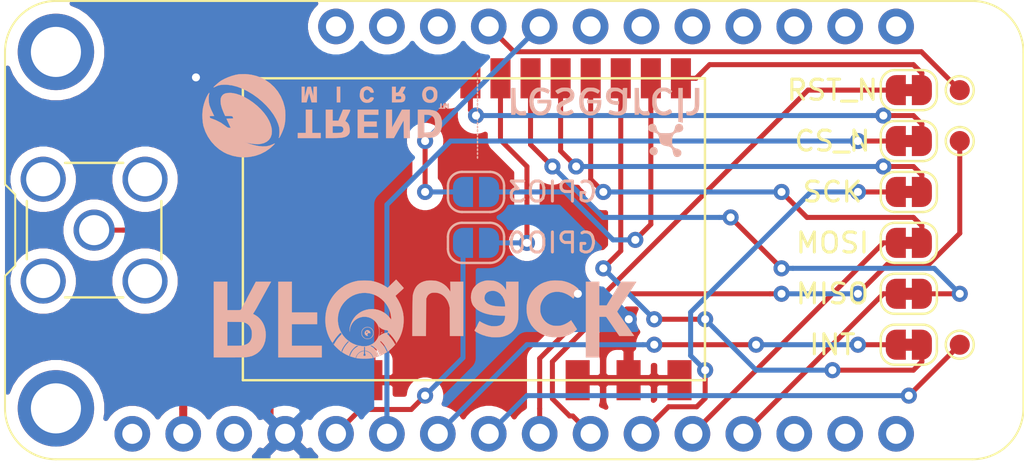
<source format=kicad_pcb>
(kicad_pcb (version 20171130) (host pcbnew "(5.1.2-1)-1")

  (general
    (thickness 1.6)
    (drawings 0)
    (tracks 171)
    (zones 0)
    (modules 16)
    (nets 38)
  )

  (page A4)
  (title_block
    (title "Huzzah VT-CC112x-433M Shield")
    (date 2019-05-14)
    (rev 1)
    (company "Trend Micro Inc.")
    (comment 1 "License GPLv2")
    (comment 2 "Designed by Philippe Lin")
    (comment 3 "Forward-looing threat research")
  )

  (layers
    (0 F.Cu signal)
    (31 B.Cu signal)
    (32 B.Adhes user)
    (33 F.Adhes user)
    (34 B.Paste user)
    (35 F.Paste user)
    (36 B.SilkS user)
    (37 F.SilkS user)
    (38 B.Mask user)
    (39 F.Mask user)
    (40 Dwgs.User user hide)
    (41 Cmts.User user hide)
    (42 Eco1.User user hide)
    (43 Eco2.User user hide)
    (44 Edge.Cuts user hide)
    (45 Margin user hide)
    (46 B.CrtYd user hide)
    (47 F.CrtYd user hide)
    (48 B.Fab user hide)
    (49 F.Fab user hide)
  )

  (setup
    (last_trace_width 0.25)
    (trace_clearance 0.2)
    (zone_clearance 0.508)
    (zone_45_only no)
    (trace_min 0.2)
    (via_size 0.8)
    (via_drill 0.4)
    (via_min_size 0.4)
    (via_min_drill 0.3)
    (uvia_size 0.3)
    (uvia_drill 0.1)
    (uvias_allowed no)
    (uvia_min_size 0.2)
    (uvia_min_drill 0.1)
    (edge_width 0.05)
    (segment_width 0.2)
    (pcb_text_width 0.3)
    (pcb_text_size 1.5 1.5)
    (mod_edge_width 0.12)
    (mod_text_size 1 1)
    (mod_text_width 0.15)
    (pad_size 2.25 2.25)
    (pad_drill 1.7)
    (pad_to_mask_clearance 0.051)
    (solder_mask_min_width 0.25)
    (aux_axis_origin 0 0)
    (visible_elements 7FFFFFFF)
    (pcbplotparams
      (layerselection 0x010f0_ffffffff)
      (usegerberextensions true)
      (usegerberattributes false)
      (usegerberadvancedattributes false)
      (creategerberjobfile false)
      (excludeedgelayer true)
      (linewidth 0.100000)
      (plotframeref false)
      (viasonmask false)
      (mode 1)
      (useauxorigin false)
      (hpglpennumber 1)
      (hpglpenspeed 20)
      (hpglpendiameter 15.000000)
      (psnegative false)
      (psa4output false)
      (plotreference true)
      (plotvalue true)
      (plotinvisibletext false)
      (padsonsilk false)
      (subtractmaskfromsilk false)
      (outputformat 1)
      (mirror false)
      (drillshape 0)
      (scaleselection 1)
      (outputdirectory ""))
  )

  (net 0 "")
  (net 1 /3V3)
  (net 2 "Net-(AE1-Pad1)")
  (net 3 /VBAT)
  (net 4 /EN)
  (net 5 /VBUS)
  (net 6 /RST_B)
  (net 7 /PIN_24)
  (net 8 /LDO_EN)
  (net 9 /SD_CS)
  (net 10 /OLED_A)
  (net 11 /OLED_B)
  (net 12 /OLED_C)
  (net 13 /SCL)
  (net 14 /SDA)
  (net 15 /PIN_5)
  (net 16 /~CS_A)
  (net 17 /INT_A)
  (net 18 /INT_B)
  (net 19 /RST_A)
  (net 20 /~CS_B)
  (net 21 /SCK)
  (net 22 /MOSI)
  (net 23 /MISO)
  (net 24 /RX)
  (net 25 /TX)
  (net 26 /NC)
  (net 27 GND)
  (net 28 /AREF)
  (net 29 /~RST)
  (net 30 "Net-(JP1-Pad2)")
  (net 31 "Net-(JP2-Pad2)")
  (net 32 "Net-(JP3-Pad2)")
  (net 33 "Net-(JP4-Pad2)")
  (net 34 "Net-(JP5-Pad2)")
  (net 35 "Net-(JP6-Pad2)")
  (net 36 "Net-(JP7-Pad2)")
  (net 37 "Net-(JP8-Pad2)")

  (net_class Default "This is the default net class."
    (clearance 0.2)
    (trace_width 0.25)
    (via_dia 0.8)
    (via_drill 0.4)
    (uvia_dia 0.3)
    (uvia_drill 0.1)
    (add_net /AREF)
    (add_net /EN)
    (add_net /INT_A)
    (add_net /INT_B)
    (add_net /LDO_EN)
    (add_net /MISO)
    (add_net /MOSI)
    (add_net /NC)
    (add_net /OLED_A)
    (add_net /OLED_B)
    (add_net /OLED_C)
    (add_net /PIN_24)
    (add_net /PIN_5)
    (add_net /RST_A)
    (add_net /RST_B)
    (add_net /RX)
    (add_net /SCK)
    (add_net /SCL)
    (add_net /SDA)
    (add_net /SD_CS)
    (add_net /TX)
    (add_net /VBAT)
    (add_net /VBUS)
    (add_net /~CS_A)
    (add_net /~CS_B)
    (add_net /~RST)
    (add_net GND)
    (add_net "Net-(AE1-Pad1)")
    (add_net "Net-(JP1-Pad2)")
    (add_net "Net-(JP2-Pad2)")
    (add_net "Net-(JP3-Pad2)")
    (add_net "Net-(JP4-Pad2)")
    (add_net "Net-(JP5-Pad2)")
    (add_net "Net-(JP6-Pad2)")
    (add_net "Net-(JP7-Pad2)")
    (add_net "Net-(JP8-Pad2)")
  )

  (net_class Power ""
    (clearance 0.2)
    (trace_width 0.4)
    (via_dia 0.8)
    (via_drill 0.4)
    (uvia_dia 0.3)
    (uvia_drill 0.1)
    (add_net /3V3)
  )

  (module TestPoint:TestPoint_Pad_D1.0mm (layer F.Cu) (tedit 5A0F774F) (tstamp 5CDCE73A)
    (at 60.96 17.78)
    (descr "SMD pad as test Point, diameter 1.0mm")
    (tags "test point SMD pad")
    (path /5CEF331B)
    (attr virtual)
    (fp_text reference TP3 (at 2.54 0) (layer F.SilkS) hide
      (effects (font (size 1 1) (thickness 0.15)))
    )
    (fp_text value ~RST_B1 (at 6.35 0) (layer F.Fab) hide
      (effects (font (size 1 1) (thickness 0.15)))
    )
    (fp_circle (center 0 0) (end 0 0.7) (layer F.SilkS) (width 0.12))
    (fp_circle (center 0 0) (end 1 0) (layer F.CrtYd) (width 0.05))
    (pad 1 smd circle (at 0 0) (size 1 1) (layers F.Cu F.Mask)
      (net 6 /RST_B))
  )

  (module TestPoint:TestPoint_Pad_D1.0mm (layer F.Cu) (tedit 5A0F774F) (tstamp 5CDC9A04)
    (at 60.96 20.32)
    (descr "SMD pad as test Point, diameter 1.0mm")
    (tags "test point SMD pad")
    (path /5CEF2663)
    (attr virtual)
    (fp_text reference TP2 (at 2.54 0) (layer F.SilkS) hide
      (effects (font (size 1 1) (thickness 0.15)))
    )
    (fp_text value ~CS_B1 (at 6.35 0) (layer F.Fab)
      (effects (font (size 1 1) (thickness 0.15)))
    )
    (fp_circle (center 0 0) (end 0 0.7) (layer F.SilkS) (width 0.12))
    (fp_circle (center 0 0) (end 1 0) (layer F.CrtYd) (width 0.05))
    (pad 1 smd circle (at 0 0) (size 1 1) (layers F.Cu F.Mask)
      (net 20 /~CS_B))
  )

  (module TestPoint:TestPoint_Pad_D1.0mm (layer F.Cu) (tedit 5A0F774F) (tstamp 5CDCE679)
    (at 60.96 30.48)
    (descr "SMD pad as test Point, diameter 1.0mm")
    (tags "test point SMD pad")
    (path /5CEEF27B)
    (attr virtual)
    (fp_text reference TP1 (at 2.54 0) (layer F.SilkS) hide
      (effects (font (size 1 1) (thickness 0.15)))
    )
    (fp_text value INT_B (at 6.35 0) (layer F.Fab)
      (effects (font (size 1 1) (thickness 0.15)))
    )
    (fp_circle (center 0 0) (end 0 0.7) (layer F.SilkS) (width 0.12))
    (fp_circle (center 0 0) (end 1 0) (layer F.CrtYd) (width 0.05))
    (pad 1 smd circle (at 0 0) (size 1 1) (layers F.Cu F.Mask)
      (net 18 /INT_B))
  )

  (module Jumper:SolderJumper-2_P1.3mm_Bridged_RoundedPad1.0x1.5mm (layer F.Cu) (tedit 5C745284) (tstamp 5CDC9137)
    (at 58.42 20.32)
    (descr "SMD Solder Jumper, 1x1.5mm, rounded Pads, 0.3mm gap, bridged with 1 copper strip")
    (tags "solder jumper open")
    (path /5CE220FC)
    (attr virtual)
    (fp_text reference CS_N (at -3.81 0) (layer F.SilkS)
      (effects (font (size 1 1) (thickness 0.15)))
    )
    (fp_text value "" (at 0 1.9) (layer F.Fab) hide
      (effects (font (size 1 1) (thickness 0.15)))
    )
    (fp_poly (pts (xy 0.25 -0.3) (xy -0.25 -0.3) (xy -0.25 0.3) (xy 0.25 0.3)) (layer F.Cu) (width 0))
    (fp_line (start 1.65 1.25) (end -1.65 1.25) (layer F.CrtYd) (width 0.05))
    (fp_line (start 1.65 1.25) (end 1.65 -1.25) (layer F.CrtYd) (width 0.05))
    (fp_line (start -1.65 -1.25) (end -1.65 1.25) (layer F.CrtYd) (width 0.05))
    (fp_line (start -1.65 -1.25) (end 1.65 -1.25) (layer F.CrtYd) (width 0.05))
    (fp_line (start -0.7 -1) (end 0.7 -1) (layer F.SilkS) (width 0.12))
    (fp_line (start 1.4 -0.3) (end 1.4 0.3) (layer F.SilkS) (width 0.12))
    (fp_line (start 0.7 1) (end -0.7 1) (layer F.SilkS) (width 0.12))
    (fp_line (start -1.4 0.3) (end -1.4 -0.3) (layer F.SilkS) (width 0.12))
    (fp_arc (start -0.7 -0.3) (end -0.7 -1) (angle -90) (layer F.SilkS) (width 0.12))
    (fp_arc (start -0.7 0.3) (end -1.4 0.3) (angle -90) (layer F.SilkS) (width 0.12))
    (fp_arc (start 0.7 0.3) (end 0.7 1) (angle -90) (layer F.SilkS) (width 0.12))
    (fp_arc (start 0.7 -0.3) (end 1.4 -0.3) (angle -90) (layer F.SilkS) (width 0.12))
    (pad 1 smd custom (at -0.65 0) (size 1 0.5) (layers F.Cu F.Mask)
      (net 16 /~CS_A) (zone_connect 2)
      (options (clearance outline) (anchor rect))
      (primitives
        (gr_circle (center 0 0.25) (end 0.5 0.25) (width 0))
        (gr_circle (center 0 -0.25) (end 0.5 -0.25) (width 0))
        (gr_poly (pts
           (xy 0 -0.75) (xy 0.5 -0.75) (xy 0.5 0.75) (xy 0 0.75)) (width 0))
      ))
    (pad 2 smd custom (at 0.65 0) (size 1 0.5) (layers F.Cu F.Mask)
      (net 37 "Net-(JP8-Pad2)") (zone_connect 2)
      (options (clearance outline) (anchor rect))
      (primitives
        (gr_circle (center 0 0.25) (end 0.5 0.25) (width 0))
        (gr_circle (center 0 -0.25) (end 0.5 -0.25) (width 0))
        (gr_poly (pts
           (xy 0 -0.75) (xy -0.5 -0.75) (xy -0.5 0.75) (xy 0 0.75)) (width 0))
      ))
  )

  (module Jumper:SolderJumper-2_P1.3mm_Open_RoundedPad1.0x1.5mm (layer B.Cu) (tedit 5B391E66) (tstamp 5CDD0D81)
    (at 36.83 25.4)
    (descr "SMD Solder Jumper, 1x1.5mm, rounded Pads, 0.3mm gap, open")
    (tags "solder jumper open")
    (path /5CDE1A22)
    (attr virtual)
    (fp_text reference GPIO0 (at 3.81 0 180) (layer B.SilkS)
      (effects (font (size 1 1) (thickness 0.15)) (justify mirror))
    )
    (fp_text value "" (at 0 -1.9) (layer B.Fab) hide
      (effects (font (size 1 1) (thickness 0.15)) (justify mirror))
    )
    (fp_line (start 1.65 -1.25) (end -1.65 -1.25) (layer B.CrtYd) (width 0.05))
    (fp_line (start 1.65 -1.25) (end 1.65 1.25) (layer B.CrtYd) (width 0.05))
    (fp_line (start -1.65 1.25) (end -1.65 -1.25) (layer B.CrtYd) (width 0.05))
    (fp_line (start -1.65 1.25) (end 1.65 1.25) (layer B.CrtYd) (width 0.05))
    (fp_line (start -0.7 1) (end 0.7 1) (layer B.SilkS) (width 0.12))
    (fp_line (start 1.4 0.3) (end 1.4 -0.3) (layer B.SilkS) (width 0.12))
    (fp_line (start 0.7 -1) (end -0.7 -1) (layer B.SilkS) (width 0.12))
    (fp_line (start -1.4 -0.3) (end -1.4 0.3) (layer B.SilkS) (width 0.12))
    (fp_arc (start -0.7 0.3) (end -0.7 1) (angle 90) (layer B.SilkS) (width 0.12))
    (fp_arc (start -0.7 -0.3) (end -1.4 -0.3) (angle 90) (layer B.SilkS) (width 0.12))
    (fp_arc (start 0.7 -0.3) (end 0.7 -1) (angle 90) (layer B.SilkS) (width 0.12))
    (fp_arc (start 0.7 0.3) (end 1.4 0.3) (angle 90) (layer B.SilkS) (width 0.12))
    (pad 2 smd custom (at 0.65 0) (size 1 0.5) (layers B.Cu B.Mask)
      (net 36 "Net-(JP7-Pad2)") (zone_connect 2)
      (options (clearance outline) (anchor rect))
      (primitives
        (gr_circle (center 0 -0.25) (end 0.5 -0.25) (width 0))
        (gr_circle (center 0 0.25) (end 0.5 0.25) (width 0))
        (gr_poly (pts
           (xy 0 0.75) (xy -0.5 0.75) (xy -0.5 -0.75) (xy 0 -0.75)) (width 0))
      ))
    (pad 1 smd custom (at -0.65 0) (size 1 0.5) (layers B.Cu B.Mask)
      (net 15 /PIN_5) (zone_connect 2)
      (options (clearance outline) (anchor rect))
      (primitives
        (gr_circle (center 0 -0.25) (end 0.5 -0.25) (width 0))
        (gr_circle (center 0 0.25) (end 0.5 0.25) (width 0))
        (gr_poly (pts
           (xy 0 0.75) (xy 0.5 0.75) (xy 0.5 -0.75) (xy 0 -0.75)) (width 0))
      ))
  )

  (module Jumper:SolderJumper-2_P1.3mm_Bridged_RoundedPad1.0x1.5mm (layer F.Cu) (tedit 5C745284) (tstamp 5CDC9112)
    (at 58.42 27.94)
    (descr "SMD Solder Jumper, 1x1.5mm, rounded Pads, 0.3mm gap, bridged with 1 copper strip")
    (tags "solder jumper open")
    (path /5CE22106)
    (attr virtual)
    (fp_text reference MISO (at -3.81 0) (layer F.SilkS)
      (effects (font (size 1 1) (thickness 0.15)))
    )
    (fp_text value "" (at 0 1.9) (layer F.Fab) hide
      (effects (font (size 1 1) (thickness 0.15)))
    )
    (fp_poly (pts (xy 0.25 -0.3) (xy -0.25 -0.3) (xy -0.25 0.3) (xy 0.25 0.3)) (layer F.Cu) (width 0))
    (fp_line (start 1.65 1.25) (end -1.65 1.25) (layer F.CrtYd) (width 0.05))
    (fp_line (start 1.65 1.25) (end 1.65 -1.25) (layer F.CrtYd) (width 0.05))
    (fp_line (start -1.65 -1.25) (end -1.65 1.25) (layer F.CrtYd) (width 0.05))
    (fp_line (start -1.65 -1.25) (end 1.65 -1.25) (layer F.CrtYd) (width 0.05))
    (fp_line (start -0.7 -1) (end 0.7 -1) (layer F.SilkS) (width 0.12))
    (fp_line (start 1.4 -0.3) (end 1.4 0.3) (layer F.SilkS) (width 0.12))
    (fp_line (start 0.7 1) (end -0.7 1) (layer F.SilkS) (width 0.12))
    (fp_line (start -1.4 0.3) (end -1.4 -0.3) (layer F.SilkS) (width 0.12))
    (fp_arc (start -0.7 -0.3) (end -0.7 -1) (angle -90) (layer F.SilkS) (width 0.12))
    (fp_arc (start -0.7 0.3) (end -1.4 0.3) (angle -90) (layer F.SilkS) (width 0.12))
    (fp_arc (start 0.7 0.3) (end 0.7 1) (angle -90) (layer F.SilkS) (width 0.12))
    (fp_arc (start 0.7 -0.3) (end 1.4 -0.3) (angle -90) (layer F.SilkS) (width 0.12))
    (pad 1 smd custom (at -0.65 0) (size 1 0.5) (layers F.Cu F.Mask)
      (net 23 /MISO) (zone_connect 2)
      (options (clearance outline) (anchor rect))
      (primitives
        (gr_circle (center 0 0.25) (end 0.5 0.25) (width 0))
        (gr_circle (center 0 -0.25) (end 0.5 -0.25) (width 0))
        (gr_poly (pts
           (xy 0 -0.75) (xy 0.5 -0.75) (xy 0.5 0.75) (xy 0 0.75)) (width 0))
      ))
    (pad 2 smd custom (at 0.65 0) (size 1 0.5) (layers F.Cu F.Mask)
      (net 35 "Net-(JP6-Pad2)") (zone_connect 2)
      (options (clearance outline) (anchor rect))
      (primitives
        (gr_circle (center 0 0.25) (end 0.5 0.25) (width 0))
        (gr_circle (center 0 -0.25) (end 0.5 -0.25) (width 0))
        (gr_poly (pts
           (xy 0 -0.75) (xy -0.5 -0.75) (xy -0.5 0.75) (xy 0 0.75)) (width 0))
      ))
  )

  (module Jumper:SolderJumper-2_P1.3mm_Bridged_RoundedPad1.0x1.5mm (layer F.Cu) (tedit 5C745284) (tstamp 5CDC90FF)
    (at 58.42 22.86)
    (descr "SMD Solder Jumper, 1x1.5mm, rounded Pads, 0.3mm gap, bridged with 1 copper strip")
    (tags "solder jumper open")
    (path /5CE1549A)
    (attr virtual)
    (fp_text reference SCK (at -3.81 0) (layer F.SilkS)
      (effects (font (size 1 1) (thickness 0.15)))
    )
    (fp_text value "" (at 0 1.9) (layer F.Fab) hide
      (effects (font (size 1 1) (thickness 0.15)))
    )
    (fp_poly (pts (xy 0.25 -0.3) (xy -0.25 -0.3) (xy -0.25 0.3) (xy 0.25 0.3)) (layer F.Cu) (width 0))
    (fp_line (start 1.65 1.25) (end -1.65 1.25) (layer F.CrtYd) (width 0.05))
    (fp_line (start 1.65 1.25) (end 1.65 -1.25) (layer F.CrtYd) (width 0.05))
    (fp_line (start -1.65 -1.25) (end -1.65 1.25) (layer F.CrtYd) (width 0.05))
    (fp_line (start -1.65 -1.25) (end 1.65 -1.25) (layer F.CrtYd) (width 0.05))
    (fp_line (start -0.7 -1) (end 0.7 -1) (layer F.SilkS) (width 0.12))
    (fp_line (start 1.4 -0.3) (end 1.4 0.3) (layer F.SilkS) (width 0.12))
    (fp_line (start 0.7 1) (end -0.7 1) (layer F.SilkS) (width 0.12))
    (fp_line (start -1.4 0.3) (end -1.4 -0.3) (layer F.SilkS) (width 0.12))
    (fp_arc (start -0.7 -0.3) (end -0.7 -1) (angle -90) (layer F.SilkS) (width 0.12))
    (fp_arc (start -0.7 0.3) (end -1.4 0.3) (angle -90) (layer F.SilkS) (width 0.12))
    (fp_arc (start 0.7 0.3) (end 0.7 1) (angle -90) (layer F.SilkS) (width 0.12))
    (fp_arc (start 0.7 -0.3) (end 1.4 -0.3) (angle -90) (layer F.SilkS) (width 0.12))
    (pad 1 smd custom (at -0.65 0) (size 1 0.5) (layers F.Cu F.Mask)
      (net 21 /SCK) (zone_connect 2)
      (options (clearance outline) (anchor rect))
      (primitives
        (gr_circle (center 0 0.25) (end 0.5 0.25) (width 0))
        (gr_circle (center 0 -0.25) (end 0.5 -0.25) (width 0))
        (gr_poly (pts
           (xy 0 -0.75) (xy 0.5 -0.75) (xy 0.5 0.75) (xy 0 0.75)) (width 0))
      ))
    (pad 2 smd custom (at 0.65 0) (size 1 0.5) (layers F.Cu F.Mask)
      (net 34 "Net-(JP5-Pad2)") (zone_connect 2)
      (options (clearance outline) (anchor rect))
      (primitives
        (gr_circle (center 0 0.25) (end 0.5 0.25) (width 0))
        (gr_circle (center 0 -0.25) (end 0.5 -0.25) (width 0))
        (gr_poly (pts
           (xy 0 -0.75) (xy -0.5 -0.75) (xy -0.5 0.75) (xy 0 0.75)) (width 0))
      ))
  )

  (module Jumper:SolderJumper-2_P1.3mm_Bridged_RoundedPad1.0x1.5mm (layer F.Cu) (tedit 5C745284) (tstamp 5CDC90EC)
    (at 58.42 25.4)
    (descr "SMD Solder Jumper, 1x1.5mm, rounded Pads, 0.3mm gap, bridged with 1 copper strip")
    (tags "solder jumper open")
    (path /5CE154A4)
    (attr virtual)
    (fp_text reference MOSI (at -3.81 0) (layer F.SilkS)
      (effects (font (size 1 1) (thickness 0.15)))
    )
    (fp_text value "" (at 0 1.9) (layer F.Fab) hide
      (effects (font (size 1 1) (thickness 0.15)))
    )
    (fp_poly (pts (xy 0.25 -0.3) (xy -0.25 -0.3) (xy -0.25 0.3) (xy 0.25 0.3)) (layer F.Cu) (width 0))
    (fp_line (start 1.65 1.25) (end -1.65 1.25) (layer F.CrtYd) (width 0.05))
    (fp_line (start 1.65 1.25) (end 1.65 -1.25) (layer F.CrtYd) (width 0.05))
    (fp_line (start -1.65 -1.25) (end -1.65 1.25) (layer F.CrtYd) (width 0.05))
    (fp_line (start -1.65 -1.25) (end 1.65 -1.25) (layer F.CrtYd) (width 0.05))
    (fp_line (start -0.7 -1) (end 0.7 -1) (layer F.SilkS) (width 0.12))
    (fp_line (start 1.4 -0.3) (end 1.4 0.3) (layer F.SilkS) (width 0.12))
    (fp_line (start 0.7 1) (end -0.7 1) (layer F.SilkS) (width 0.12))
    (fp_line (start -1.4 0.3) (end -1.4 -0.3) (layer F.SilkS) (width 0.12))
    (fp_arc (start -0.7 -0.3) (end -0.7 -1) (angle -90) (layer F.SilkS) (width 0.12))
    (fp_arc (start -0.7 0.3) (end -1.4 0.3) (angle -90) (layer F.SilkS) (width 0.12))
    (fp_arc (start 0.7 0.3) (end 0.7 1) (angle -90) (layer F.SilkS) (width 0.12))
    (fp_arc (start 0.7 -0.3) (end 1.4 -0.3) (angle -90) (layer F.SilkS) (width 0.12))
    (pad 1 smd custom (at -0.65 0) (size 1 0.5) (layers F.Cu F.Mask)
      (net 22 /MOSI) (zone_connect 2)
      (options (clearance outline) (anchor rect))
      (primitives
        (gr_circle (center 0 0.25) (end 0.5 0.25) (width 0))
        (gr_circle (center 0 -0.25) (end 0.5 -0.25) (width 0))
        (gr_poly (pts
           (xy 0 -0.75) (xy 0.5 -0.75) (xy 0.5 0.75) (xy 0 0.75)) (width 0))
      ))
    (pad 2 smd custom (at 0.65 0) (size 1 0.5) (layers F.Cu F.Mask)
      (net 33 "Net-(JP4-Pad2)") (zone_connect 2)
      (options (clearance outline) (anchor rect))
      (primitives
        (gr_circle (center 0 0.25) (end 0.5 0.25) (width 0))
        (gr_circle (center 0 -0.25) (end 0.5 -0.25) (width 0))
        (gr_poly (pts
           (xy 0 -0.75) (xy -0.5 -0.75) (xy -0.5 0.75) (xy 0 0.75)) (width 0))
      ))
  )

  (module Jumper:SolderJumper-2_P1.3mm_Bridged_RoundedPad1.0x1.5mm (layer F.Cu) (tedit 5C745284) (tstamp 5CDC90D9)
    (at 58.42 30.48)
    (descr "SMD Solder Jumper, 1x1.5mm, rounded Pads, 0.3mm gap, bridged with 1 copper strip")
    (tags "solder jumper open")
    (path /5CE0C6A1)
    (attr virtual)
    (fp_text reference INT (at -3.81 0) (layer F.SilkS)
      (effects (font (size 1 1) (thickness 0.15)))
    )
    (fp_text value "" (at 0 1.9) (layer F.Fab) hide
      (effects (font (size 1 1) (thickness 0.15)))
    )
    (fp_poly (pts (xy 0.25 -0.3) (xy -0.25 -0.3) (xy -0.25 0.3) (xy 0.25 0.3)) (layer F.Cu) (width 0))
    (fp_line (start 1.65 1.25) (end -1.65 1.25) (layer F.CrtYd) (width 0.05))
    (fp_line (start 1.65 1.25) (end 1.65 -1.25) (layer F.CrtYd) (width 0.05))
    (fp_line (start -1.65 -1.25) (end -1.65 1.25) (layer F.CrtYd) (width 0.05))
    (fp_line (start -1.65 -1.25) (end 1.65 -1.25) (layer F.CrtYd) (width 0.05))
    (fp_line (start -0.7 -1) (end 0.7 -1) (layer F.SilkS) (width 0.12))
    (fp_line (start 1.4 -0.3) (end 1.4 0.3) (layer F.SilkS) (width 0.12))
    (fp_line (start 0.7 1) (end -0.7 1) (layer F.SilkS) (width 0.12))
    (fp_line (start -1.4 0.3) (end -1.4 -0.3) (layer F.SilkS) (width 0.12))
    (fp_arc (start -0.7 -0.3) (end -0.7 -1) (angle -90) (layer F.SilkS) (width 0.12))
    (fp_arc (start -0.7 0.3) (end -1.4 0.3) (angle -90) (layer F.SilkS) (width 0.12))
    (fp_arc (start 0.7 0.3) (end 0.7 1) (angle -90) (layer F.SilkS) (width 0.12))
    (fp_arc (start 0.7 -0.3) (end 1.4 -0.3) (angle -90) (layer F.SilkS) (width 0.12))
    (pad 1 smd custom (at -0.65 0) (size 1 0.5) (layers F.Cu F.Mask)
      (net 17 /INT_A) (zone_connect 2)
      (options (clearance outline) (anchor rect))
      (primitives
        (gr_circle (center 0 0.25) (end 0.5 0.25) (width 0))
        (gr_circle (center 0 -0.25) (end 0.5 -0.25) (width 0))
        (gr_poly (pts
           (xy 0 -0.75) (xy 0.5 -0.75) (xy 0.5 0.75) (xy 0 0.75)) (width 0))
      ))
    (pad 2 smd custom (at 0.65 0) (size 1 0.5) (layers F.Cu F.Mask)
      (net 32 "Net-(JP3-Pad2)") (zone_connect 2)
      (options (clearance outline) (anchor rect))
      (primitives
        (gr_circle (center 0 0.25) (end 0.5 0.25) (width 0))
        (gr_circle (center 0 -0.25) (end 0.5 -0.25) (width 0))
        (gr_poly (pts
           (xy 0 -0.75) (xy -0.5 -0.75) (xy -0.5 0.75) (xy 0 0.75)) (width 0))
      ))
  )

  (module Jumper:SolderJumper-2_P1.3mm_Open_RoundedPad1.0x1.5mm (layer B.Cu) (tedit 5B391E66) (tstamp 5CDC90C6)
    (at 36.83 22.86)
    (descr "SMD Solder Jumper, 1x1.5mm, rounded Pads, 0.3mm gap, open")
    (tags "solder jumper open")
    (path /5CDEC0CD)
    (attr virtual)
    (fp_text reference GPIO3 (at 3.81 0 180) (layer B.SilkS)
      (effects (font (size 1 1) (thickness 0.15)) (justify mirror))
    )
    (fp_text value "" (at 0 -1.9) (layer B.Fab) hide
      (effects (font (size 1 1) (thickness 0.15)) (justify mirror))
    )
    (fp_line (start 1.65 -1.25) (end -1.65 -1.25) (layer B.CrtYd) (width 0.05))
    (fp_line (start 1.65 -1.25) (end 1.65 1.25) (layer B.CrtYd) (width 0.05))
    (fp_line (start -1.65 1.25) (end -1.65 -1.25) (layer B.CrtYd) (width 0.05))
    (fp_line (start -1.65 1.25) (end 1.65 1.25) (layer B.CrtYd) (width 0.05))
    (fp_line (start -0.7 1) (end 0.7 1) (layer B.SilkS) (width 0.12))
    (fp_line (start 1.4 0.3) (end 1.4 -0.3) (layer B.SilkS) (width 0.12))
    (fp_line (start 0.7 -1) (end -0.7 -1) (layer B.SilkS) (width 0.12))
    (fp_line (start -1.4 -0.3) (end -1.4 0.3) (layer B.SilkS) (width 0.12))
    (fp_arc (start -0.7 0.3) (end -0.7 1) (angle 90) (layer B.SilkS) (width 0.12))
    (fp_arc (start -0.7 -0.3) (end -1.4 -0.3) (angle 90) (layer B.SilkS) (width 0.12))
    (fp_arc (start 0.7 -0.3) (end 0.7 -1) (angle 90) (layer B.SilkS) (width 0.12))
    (fp_arc (start 0.7 0.3) (end 1.4 0.3) (angle 90) (layer B.SilkS) (width 0.12))
    (pad 2 smd custom (at 0.65 0) (size 1 0.5) (layers B.Cu B.Mask)
      (net 31 "Net-(JP2-Pad2)") (zone_connect 2)
      (options (clearance outline) (anchor rect))
      (primitives
        (gr_circle (center 0 -0.25) (end 0.5 -0.25) (width 0))
        (gr_circle (center 0 0.25) (end 0.5 0.25) (width 0))
        (gr_poly (pts
           (xy 0 0.75) (xy -0.5 0.75) (xy -0.5 -0.75) (xy 0 -0.75)) (width 0))
      ))
    (pad 1 smd custom (at -0.65 0) (size 1 0.5) (layers B.Cu B.Mask)
      (net 7 /PIN_24) (zone_connect 2)
      (options (clearance outline) (anchor rect))
      (primitives
        (gr_circle (center 0 -0.25) (end 0.5 -0.25) (width 0))
        (gr_circle (center 0 0.25) (end 0.5 0.25) (width 0))
        (gr_poly (pts
           (xy 0 0.75) (xy 0.5 0.75) (xy 0.5 -0.75) (xy 0 -0.75)) (width 0))
      ))
  )

  (module Jumper:SolderJumper-2_P1.3mm_Bridged_RoundedPad1.0x1.5mm (layer F.Cu) (tedit 5C745284) (tstamp 5CDCE815)
    (at 58.42 17.78)
    (descr "SMD Solder Jumper, 1x1.5mm, rounded Pads, 0.3mm gap, bridged with 1 copper strip")
    (tags "solder jumper open")
    (path /5CE117EE)
    (attr virtual)
    (fp_text reference RST_N (at -3.81 0) (layer F.SilkS)
      (effects (font (size 1 1) (thickness 0.15)))
    )
    (fp_text value "" (at 0 1.9) (layer F.Fab) hide
      (effects (font (size 1 1) (thickness 0.15)))
    )
    (fp_poly (pts (xy 0.25 -0.3) (xy -0.25 -0.3) (xy -0.25 0.3) (xy 0.25 0.3)) (layer F.Cu) (width 0))
    (fp_line (start 1.65 1.25) (end -1.65 1.25) (layer F.CrtYd) (width 0.05))
    (fp_line (start 1.65 1.25) (end 1.65 -1.25) (layer F.CrtYd) (width 0.05))
    (fp_line (start -1.65 -1.25) (end -1.65 1.25) (layer F.CrtYd) (width 0.05))
    (fp_line (start -1.65 -1.25) (end 1.65 -1.25) (layer F.CrtYd) (width 0.05))
    (fp_line (start -0.7 -1) (end 0.7 -1) (layer F.SilkS) (width 0.12))
    (fp_line (start 1.4 -0.3) (end 1.4 0.3) (layer F.SilkS) (width 0.12))
    (fp_line (start 0.7 1) (end -0.7 1) (layer F.SilkS) (width 0.12))
    (fp_line (start -1.4 0.3) (end -1.4 -0.3) (layer F.SilkS) (width 0.12))
    (fp_arc (start -0.7 -0.3) (end -0.7 -1) (angle -90) (layer F.SilkS) (width 0.12))
    (fp_arc (start -0.7 0.3) (end -1.4 0.3) (angle -90) (layer F.SilkS) (width 0.12))
    (fp_arc (start 0.7 0.3) (end 0.7 1) (angle -90) (layer F.SilkS) (width 0.12))
    (fp_arc (start 0.7 -0.3) (end 1.4 -0.3) (angle -90) (layer F.SilkS) (width 0.12))
    (pad 1 smd custom (at -0.65 0) (size 1 0.5) (layers F.Cu F.Mask)
      (net 19 /RST_A) (zone_connect 2)
      (options (clearance outline) (anchor rect))
      (primitives
        (gr_circle (center 0 0.25) (end 0.5 0.25) (width 0))
        (gr_circle (center 0 -0.25) (end 0.5 -0.25) (width 0))
        (gr_poly (pts
           (xy 0 -0.75) (xy 0.5 -0.75) (xy 0.5 0.75) (xy 0 0.75)) (width 0))
      ))
    (pad 2 smd custom (at 0.65 0) (size 1 0.5) (layers F.Cu F.Mask)
      (net 30 "Net-(JP1-Pad2)") (zone_connect 2)
      (options (clearance outline) (anchor rect))
      (primitives
        (gr_circle (center 0 0.25) (end 0.5 0.25) (width 0))
        (gr_circle (center 0 -0.25) (end 0.5 -0.25) (width 0))
        (gr_poly (pts
           (xy 0 -0.75) (xy -0.5 -0.75) (xy -0.5 0.75) (xy 0 0.75)) (width 0))
      ))
  )

  (module VChip:FEATHERWING_DIM (layer F.Cu) (tedit 0) (tstamp 5CDD0644)
    (at 13.335 36.195)
    (path /5CDCA380)
    (fp_text reference MS1 (at 0 0) (layer F.SilkS) hide
      (effects (font (size 1.27 1.27) (thickness 0.15)))
    )
    (fp_text value "" (at 0 0) (layer F.SilkS) hide
      (effects (font (size 1.27 1.27) (thickness 0.15)))
    )
    (fp_arc (start 2.54 -2.54) (end 0 -2.54) (angle -90) (layer F.SilkS) (width 0.1))
    (fp_line (start 0 -9.144) (end 0 -2.54) (layer F.SilkS) (width 0.1))
    (fp_line (start 0.508 -9.652) (end 0 -9.144) (layer F.SilkS) (width 0.1))
    (fp_line (start 0.508 -13.208) (end 0.508 -9.652) (layer F.SilkS) (width 0.1))
    (fp_line (start 0 -13.716) (end 0.508 -13.208) (layer F.SilkS) (width 0.1))
    (fp_line (start 0 -20.32) (end 0 -13.716) (layer F.SilkS) (width 0.1))
    (fp_arc (start 2.54 -20.32) (end 2.54 -22.86) (angle -90) (layer F.SilkS) (width 0.1))
    (fp_line (start 48.26 -22.86) (end 2.54 -22.86) (layer F.SilkS) (width 0.1))
    (fp_arc (start 48.26 -20.32) (end 50.8 -20.32) (angle -90) (layer F.SilkS) (width 0.1))
    (fp_line (start 50.8 -2.54) (end 50.8 -20.32) (layer F.SilkS) (width 0.1))
    (fp_arc (start 48.26 -2.54) (end 48.26 0) (angle -90) (layer F.SilkS) (width 0.1))
    (fp_line (start 2.54 0) (end 48.26 0) (layer F.SilkS) (width 0.1))
    (pad 1 thru_hole circle (at 6.35 -1.27) (size 1.778 1.778) (drill 1) (layers *.Cu *.Mask)
      (net 29 /~RST))
    (pad 2 thru_hole circle (at 8.89 -1.27) (size 1.778 1.778) (drill 1) (layers *.Cu *.Mask)
      (net 1 /3V3))
    (pad 3 thru_hole circle (at 11.43 -1.27) (size 1.778 1.778) (drill 1) (layers *.Cu *.Mask)
      (net 28 /AREF))
    (pad 4 thru_hole circle (at 13.97 -1.27) (size 1.778 1.778) (drill 1) (layers *.Cu *.Mask)
      (net 27 GND))
    (pad 16 thru_hole circle (at 44.45 -1.27) (size 1.778 1.778) (drill 1) (layers *.Cu *.Mask)
      (net 26 /NC))
    (pad 15 thru_hole circle (at 41.91 -1.27) (size 1.778 1.778) (drill 1) (layers *.Cu *.Mask)
      (net 25 /TX))
    (pad 14 thru_hole circle (at 39.37 -1.27) (size 1.778 1.778) (drill 1) (layers *.Cu *.Mask)
      (net 24 /RX))
    (pad 13 thru_hole circle (at 36.83 -1.27) (size 1.778 1.778) (drill 1) (layers *.Cu *.Mask)
      (net 23 /MISO))
    (pad 12 thru_hole circle (at 34.29 -1.27) (size 1.778 1.778) (drill 1) (layers *.Cu *.Mask)
      (net 22 /MOSI))
    (pad 11 thru_hole circle (at 31.75 -1.27) (size 1.778 1.778) (drill 1) (layers *.Cu *.Mask)
      (net 21 /SCK))
    (pad 10 thru_hole circle (at 29.21 -1.27) (size 1.778 1.778) (drill 1) (layers *.Cu *.Mask)
      (net 20 /~CS_B))
    (pad 9 thru_hole circle (at 26.67 -1.27) (size 1.778 1.778) (drill 1) (layers *.Cu *.Mask)
      (net 19 /RST_A))
    (pad 8 thru_hole circle (at 24.13 -1.27) (size 1.778 1.778) (drill 1) (layers *.Cu *.Mask)
      (net 18 /INT_B))
    (pad 7 thru_hole circle (at 21.59 -1.27) (size 1.778 1.778) (drill 1) (layers *.Cu *.Mask)
      (net 17 /INT_A))
    (pad 6 thru_hole circle (at 19.05 -1.27) (size 1.778 1.778) (drill 1) (layers *.Cu *.Mask)
      (net 16 /~CS_A))
    (pad 5 thru_hole circle (at 16.51 -1.27) (size 1.778 1.778) (drill 1) (layers *.Cu *.Mask)
      (net 15 /PIN_5))
    (pad 17 thru_hole circle (at 44.45 -21.59) (size 1.778 1.778) (drill 1) (layers *.Cu *.Mask)
      (net 14 /SDA))
    (pad 18 thru_hole circle (at 41.91 -21.59) (size 1.778 1.778) (drill 1) (layers *.Cu *.Mask)
      (net 13 /SCL))
    (pad 19 thru_hole circle (at 39.37 -21.59) (size 1.778 1.778) (drill 1) (layers *.Cu *.Mask)
      (net 12 /OLED_C))
    (pad 20 thru_hole circle (at 36.83 -21.59) (size 1.778 1.778) (drill 1) (layers *.Cu *.Mask)
      (net 11 /OLED_B))
    (pad 21 thru_hole circle (at 34.29 -21.59) (size 1.778 1.778) (drill 1) (layers *.Cu *.Mask)
      (net 10 /OLED_A))
    (pad 22 thru_hole circle (at 31.75 -21.59) (size 1.778 1.778) (drill 1) (layers *.Cu *.Mask)
      (net 9 /SD_CS))
    (pad 23 thru_hole circle (at 29.21 -21.59) (size 1.778 1.778) (drill 1) (layers *.Cu *.Mask)
      (net 8 /LDO_EN))
    (pad 24 thru_hole circle (at 26.67 -21.59) (size 1.778 1.778) (drill 1) (layers *.Cu *.Mask)
      (net 7 /PIN_24))
    (pad 25 thru_hole circle (at 24.13 -21.59) (size 1.778 1.778) (drill 1) (layers *.Cu *.Mask)
      (net 6 /RST_B))
    (pad 26 thru_hole circle (at 21.59 -21.59) (size 1.778 1.778) (drill 1) (layers *.Cu *.Mask)
      (net 5 /VBUS))
    (pad 27 thru_hole circle (at 19.05 -21.59) (size 1.778 1.778) (drill 1) (layers *.Cu *.Mask)
      (net 4 /EN))
    (pad 28 thru_hole circle (at 16.51 -21.59) (size 1.778 1.778) (drill 1) (layers *.Cu *.Mask)
      (net 3 /VBAT))
    (pad P$2 thru_hole circle (at 2.54 -2.54) (size 3.81 3.81) (drill 2.5) (layers *.Cu *.Mask))
    (pad P$1 thru_hole circle (at 2.54 -20.32) (size 3.81 3.81) (drill 2.5) (layers *.Cu *.Mask))
    (pad "" np_thru_hole circle (at 48.26 -2.54) (size 2.54 2.54) (drill 2.54) (layers *.Cu))
    (pad "" np_thru_hole circle (at 48.26 -20.32) (size 2.54 2.54) (drill 2.54) (layers *.Cu))
  )

  (module VChip:VT-CC112x-433M (layer F.Cu) (tedit 5CD99350) (tstamp 5CDB0EEF)
    (at 48.25 32.25 180)
    (path /5CD9ABDA)
    (fp_text reference U1 (at 12 9) (layer F.SilkS) hide
      (effects (font (size 1 1) (thickness 0.15)))
    )
    (fp_text value "" (at 12 6) (layer F.Fab) hide
      (effects (font (size 1 1) (thickness 0.15)))
    )
    (fp_line (start 0 0) (end 0 15.06) (layer F.SilkS) (width 0.12))
    (fp_line (start 0 0) (end 23.05 0) (layer F.SilkS) (width 0.12))
    (fp_line (start 23.05 0) (end 23.05 15.06) (layer F.SilkS) (width 0.12))
    (fp_line (start 0 15.06) (end 23.05 15.06) (layer F.SilkS) (width 0.12))
    (pad 1 smd rect (at 1.2 15.06 180) (size 1 2) (layers F.Cu F.Paste F.Mask)
      (net 30 "Net-(JP1-Pad2)"))
    (pad 2 smd rect (at 2.7 15.06 180) (size 1 2) (layers F.Cu F.Paste F.Mask)
      (net 31 "Net-(JP2-Pad2)"))
    (pad 3 smd rect (at 4.2 15.06 180) (size 1 2) (layers F.Cu F.Paste F.Mask)
      (net 32 "Net-(JP3-Pad2)"))
    (pad 4 smd rect (at 5.7 15.06 180) (size 1 2) (layers F.Cu F.Paste F.Mask)
      (net 33 "Net-(JP4-Pad2)"))
    (pad 5 smd rect (at 7.2 15.06 180) (size 1 2) (layers F.Cu F.Paste F.Mask)
      (net 34 "Net-(JP5-Pad2)"))
    (pad 6 smd rect (at 8.7 15.06 180) (size 1 2) (layers F.Cu F.Paste F.Mask)
      (net 35 "Net-(JP6-Pad2)"))
    (pad 7 smd rect (at 10.2 15.06 180) (size 1 2) (layers F.Cu F.Paste F.Mask)
      (net 36 "Net-(JP7-Pad2)"))
    (pad 8 smd rect (at 11.7 15.06 180) (size 1 2) (layers F.Cu F.Paste F.Mask)
      (net 37 "Net-(JP8-Pad2)"))
    (pad 9 smd rect (at 13.2 15.06 180) (size 1 2) (layers F.Cu F.Paste F.Mask)
      (net 27 GND))
    (pad 10 smd rect (at 14.7 15.06 180) (size 1 2) (layers F.Cu F.Paste F.Mask)
      (net 1 /3V3))
    (pad 11 smd rect (at 16.72 15.06 180) (size 1.2 2) (layers F.Cu F.Paste F.Mask)
      (net 27 GND))
    (pad 12 smd rect (at 19.26 15.06 180) (size 1.2 2) (layers F.Cu F.Paste F.Mask)
      (net 2 "Net-(AE1-Pad1)"))
    (pad 13 smd rect (at 21.8 15.06 180) (size 1.2 2) (layers F.Cu F.Paste F.Mask)
      (net 27 GND))
    (pad 14 smd rect (at 1.27 0 180) (size 1.2 2) (layers F.Cu F.Paste F.Mask)
      (net 27 GND))
    (pad 15 smd rect (at 3.81 0 180) (size 1.2 2) (layers F.Cu F.Paste F.Mask)
      (net 27 GND))
    (pad 16 smd rect (at 6.35 0 180) (size 1.2 2) (layers F.Cu F.Paste F.Mask)
      (net 27 GND))
    (pad 17 smd rect (at 16.69 0 180) (size 1.2 2) (layers F.Cu F.Paste F.Mask)
      (net 27 GND))
    (pad 18 smd rect (at 19.23 0 180) (size 1.2 2) (layers F.Cu F.Paste F.Mask)
      (net 27 GND))
    (pad 19 smd rect (at 21.77 0 180) (size 1.2 2) (layers F.Cu F.Paste F.Mask)
      (net 27 GND))
  )

  (module VChip:TrendMicroResearch-29x7 (layer B.Cu) (tedit 5CD98D18) (tstamp 5CDD0EC1)
    (at 35.56 19.05)
    (fp_text reference G2 (at -10.16 0) (layer B.SilkS) hide
      (effects (font (size 1.524 1.524) (thickness 0.3)) (justify mirror))
    )
    (fp_text value "" (at -9.5 -3.5) (layer B.SilkS) hide
      (effects (font (size 1.524 1.524) (thickness 0.3)) (justify mirror))
    )
    (fp_poly (pts (xy 1.367566 2.142936) (xy 1.375776 2.091664) (xy 1.375833 2.084917) (xy 1.368948 2.030124)
      (xy 1.346975 2.010968) (xy 1.344083 2.010834) (xy 1.3206 2.026899) (xy 1.312391 2.07817)
      (xy 1.312333 2.084917) (xy 1.319218 2.13971) (xy 1.341192 2.158867) (xy 1.344083 2.159)
      (xy 1.367566 2.142936)) (layer B.SilkS) (width 0.01))
    (fp_poly (pts (xy 1.367566 1.952436) (xy 1.375776 1.901164) (xy 1.375833 1.894417) (xy 1.368948 1.839624)
      (xy 1.346975 1.820468) (xy 1.344083 1.820334) (xy 1.3206 1.836399) (xy 1.312391 1.88767)
      (xy 1.312333 1.894417) (xy 1.319218 1.94921) (xy 1.341192 1.968367) (xy 1.344083 1.9685)
      (xy 1.367566 1.952436)) (layer B.SilkS) (width 0.01))
    (fp_poly (pts (xy 1.367566 1.761936) (xy 1.375776 1.710664) (xy 1.375833 1.703917) (xy 1.368948 1.649124)
      (xy 1.346975 1.629968) (xy 1.344083 1.629834) (xy 1.3206 1.645899) (xy 1.312391 1.69717)
      (xy 1.312333 1.703917) (xy 1.319218 1.75871) (xy 1.341192 1.777867) (xy 1.344083 1.778)
      (xy 1.367566 1.761936)) (layer B.SilkS) (width 0.01))
    (fp_poly (pts (xy 10.221785 1.96435) (xy 10.284065 1.914059) (xy 10.321397 1.834865) (xy 10.329333 1.766444)
      (xy 10.311612 1.680812) (xy 10.264675 1.616455) (xy 10.197862 1.577169) (xy 10.120511 1.566745)
      (xy 10.041962 1.58898) (xy 9.989038 1.628206) (xy 9.938027 1.704255) (xy 9.923182 1.786476)
      (xy 9.942768 1.864992) (xy 9.995052 1.929928) (xy 10.04748 1.960909) (xy 10.140833 1.981409)
      (xy 10.221785 1.96435)) (layer B.SilkS) (width 0.01))
    (fp_poly (pts (xy 1.367566 1.571436) (xy 1.375776 1.520164) (xy 1.375833 1.513417) (xy 1.368948 1.458624)
      (xy 1.346975 1.439468) (xy 1.344083 1.439334) (xy 1.3206 1.455399) (xy 1.312391 1.50667)
      (xy 1.312333 1.513417) (xy 1.319218 1.56821) (xy 1.341192 1.587367) (xy 1.344083 1.5875)
      (xy 1.367566 1.571436)) (layer B.SilkS) (width 0.01))
    (fp_poly (pts (xy 1.367566 1.380936) (xy 1.375776 1.329664) (xy 1.375833 1.322917) (xy 1.368948 1.268124)
      (xy 1.346975 1.248968) (xy 1.344083 1.248834) (xy 1.3206 1.264899) (xy 1.312391 1.31617)
      (xy 1.312333 1.322917) (xy 1.319218 1.37771) (xy 1.341192 1.396867) (xy 1.344083 1.397)
      (xy 1.367566 1.380936)) (layer B.SilkS) (width 0.01))
    (fp_poly (pts (xy 1.367566 1.190436) (xy 1.375776 1.139164) (xy 1.375833 1.132417) (xy 1.368948 1.077624)
      (xy 1.346975 1.058468) (xy 1.344083 1.058334) (xy 1.3206 1.074399) (xy 1.312391 1.12567)
      (xy 1.312333 1.132417) (xy 1.319218 1.18721) (xy 1.341192 1.206367) (xy 1.344083 1.2065)
      (xy 1.367566 1.190436)) (layer B.SilkS) (width 0.01))
    (fp_poly (pts (xy 1.367566 0.999936) (xy 1.375776 0.948664) (xy 1.375833 0.941917) (xy 1.368948 0.887124)
      (xy 1.346975 0.867968) (xy 1.344083 0.867834) (xy 1.3206 0.883899) (xy 1.312391 0.93517)
      (xy 1.312333 0.941917) (xy 1.319218 0.99671) (xy 1.341192 1.015867) (xy 1.344083 1.016)
      (xy 1.367566 0.999936)) (layer B.SilkS) (width 0.01))
    (fp_poly (pts (xy 1.367566 0.809436) (xy 1.375776 0.758164) (xy 1.375833 0.751417) (xy 1.368948 0.696624)
      (xy 1.346975 0.677468) (xy 1.344083 0.677334) (xy 1.3206 0.693399) (xy 1.312391 0.74467)
      (xy 1.312333 0.751417) (xy 1.319218 0.80621) (xy 1.341192 0.825367) (xy 1.344083 0.8255)
      (xy 1.367566 0.809436)) (layer B.SilkS) (width 0.01))
    (fp_poly (pts (xy 1.36929 0.616068) (xy 1.375833 0.5715) (xy 1.366367 0.521087) (xy 1.344083 0.508)
      (xy 1.318877 0.526933) (xy 1.312333 0.5715) (xy 1.321799 0.621914) (xy 1.344083 0.635)
      (xy 1.36929 0.616068)) (layer B.SilkS) (width 0.01))
    (fp_poly (pts (xy 11.379582 2.052342) (xy 11.452834 2.008224) (xy 11.498129 1.939229) (xy 11.511555 1.855326)
      (xy 11.490625 1.769561) (xy 11.456403 1.730375) (xy 11.397876 1.691224) (xy 11.331999 1.661623)
      (xy 11.279312 1.651) (xy 11.222084 1.63596) (xy 11.15681 1.598459) (xy 11.100811 1.549931)
      (xy 11.077551 1.517815) (xy 11.059178 1.45592) (xy 11.049 1.365903) (xy 11.047171 1.261206)
      (xy 11.053846 1.15527) (xy 11.069178 1.061536) (xy 11.072182 1.049557) (xy 11.117712 0.947614)
      (xy 11.19215 0.876466) (xy 11.295668 0.835995) (xy 11.401917 0.825619) (xy 11.475468 0.807744)
      (xy 11.534209 0.770702) (xy 11.579966 0.722081) (xy 11.597661 0.667604) (xy 11.599333 0.631727)
      (xy 11.588883 0.540852) (xy 11.553792 0.478407) (xy 11.48845 0.435004) (xy 11.479398 0.431083)
      (xy 11.39333 0.414685) (xy 11.312736 0.433114) (xy 11.247099 0.480451) (xy 11.205903 0.550777)
      (xy 11.196702 0.607491) (xy 11.187936 0.649751) (xy 11.166533 0.709885) (xy 11.157053 0.731856)
      (xy 11.125415 0.788895) (xy 11.085665 0.830125) (xy 11.03104 0.857801) (xy 10.954776 0.874175)
      (xy 10.85011 0.881498) (xy 10.710279 0.882025) (xy 10.706339 0.881971) (xy 10.595378 0.880133)
      (xy 10.518191 0.877111) (xy 10.466221 0.871203) (xy 10.430912 0.860703) (xy 10.403707 0.843908)
      (xy 10.37605 0.819113) (xy 10.372187 0.815415) (xy 10.327573 0.762927) (xy 10.298215 0.710584)
      (xy 10.294683 0.699087) (xy 10.281305 0.641671) (xy 10.264592 0.573017) (xy 10.262879 0.566152)
      (xy 10.223656 0.486599) (xy 10.158217 0.434097) (xy 10.076155 0.413123) (xy 9.987065 0.428152)
      (xy 9.976458 0.432543) (xy 9.908133 0.478718) (xy 9.872138 0.546147) (xy 9.863667 0.621845)
      (xy 9.879456 0.707001) (xy 9.928149 0.76937) (xy 10.011726 0.810713) (xy 10.096806 0.828751)
      (xy 10.213111 0.852403) (xy 10.296467 0.890935) (xy 10.353233 0.951055) (xy 10.389771 1.039474)
      (xy 10.412266 1.161521) (xy 10.426673 1.245597) (xy 10.44604 1.319446) (xy 10.466176 1.367091)
      (xy 10.466192 1.367115) (xy 10.539375 1.44113) (xy 10.644155 1.491504) (xy 10.751271 1.513445)
      (xy 10.878569 1.535881) (xy 10.971014 1.575178) (xy 11.034492 1.636693) (xy 11.07489 1.725783)
      (xy 11.095402 1.826624) (xy 11.124153 1.940393) (xy 11.173662 2.018672) (xy 11.242623 2.060427)
      (xy 11.329733 2.06462) (xy 11.379582 2.052342)) (layer B.SilkS) (width 0.01))
    (fp_poly (pts (xy 1.367566 0.449602) (xy 1.375776 0.398331) (xy 1.375833 0.391584) (xy 1.368948 0.336791)
      (xy 1.346975 0.317634) (xy 1.344083 0.3175) (xy 1.3206 0.333565) (xy 1.312391 0.384837)
      (xy 1.312333 0.391584) (xy 1.319218 0.446377) (xy 1.341192 0.465533) (xy 1.344083 0.465667)
      (xy 1.367566 0.449602)) (layer B.SilkS) (width 0.01))
    (fp_poly (pts (xy 1.367566 0.259102) (xy 1.375776 0.207831) (xy 1.375833 0.201084) (xy 1.368948 0.146291)
      (xy 1.346975 0.127134) (xy 1.344083 0.127) (xy 1.3206 0.143065) (xy 1.312391 0.194337)
      (xy 1.312333 0.201084) (xy 1.319218 0.255877) (xy 1.341192 0.275033) (xy 1.344083 0.275167)
      (xy 1.367566 0.259102)) (layer B.SilkS) (width 0.01))
    (fp_poly (pts (xy 1.367566 0.068602) (xy 1.375776 0.017331) (xy 1.375833 0.010584) (xy 1.368948 -0.044209)
      (xy 1.346975 -0.063366) (xy 1.344083 -0.0635) (xy 1.3206 -0.047435) (xy 1.312391 0.003837)
      (xy 1.312333 0.010584) (xy 1.319218 0.065377) (xy 1.341192 0.084533) (xy 1.344083 0.084667)
      (xy 1.367566 0.068602)) (layer B.SilkS) (width 0.01))
    (fp_poly (pts (xy 1.367566 -0.121898) (xy 1.375776 -0.173169) (xy 1.375833 -0.179916) (xy 1.368948 -0.234709)
      (xy 1.346975 -0.253866) (xy 1.344083 -0.254) (xy 1.3206 -0.237935) (xy 1.312391 -0.186663)
      (xy 1.312333 -0.179916) (xy 1.319218 -0.125123) (xy 1.341192 -0.105967) (xy 1.344083 -0.105833)
      (xy 1.367566 -0.121898)) (layer B.SilkS) (width 0.01))
    (fp_poly (pts (xy -1.155992 1.118061) (xy -0.999687 1.105693) (xy -0.872984 1.083158) (xy -0.769809 1.048883)
      (xy -0.68409 1.001296) (xy -0.609754 0.938824) (xy -0.599043 0.927897) (xy -0.51965 0.816761)
      (xy -0.46386 0.679575) (xy -0.432242 0.525808) (xy -0.425365 0.364929) (xy -0.443796 0.206405)
      (xy -0.488106 0.059706) (xy -0.540902 -0.040277) (xy -0.606837 -0.123204) (xy -0.685406 -0.187594)
      (xy -0.78199 -0.235246) (xy -0.901966 -0.267962) (xy -1.050714 -0.287543) (xy -1.233612 -0.29579)
      (xy -1.305592 -0.296333) (xy -1.629833 -0.296333) (xy -1.629833 -0.042333) (xy -1.312333 -0.042333)
      (xy -1.180042 -0.041868) (xy -1.055885 -0.030359) (xy -0.959034 -0.001125) (xy -0.879639 0.049039)
      (xy -0.824024 0.119591) (xy -0.789688 0.216085) (xy -0.774127 0.344075) (xy -0.772583 0.41275)
      (xy -0.774684 0.514869) (xy -0.782249 0.586557) (xy -0.797175 0.639568) (xy -0.814917 0.675121)
      (xy -0.868533 0.750346) (xy -0.930397 0.799728) (xy -1.010921 0.82859) (xy -1.12052 0.842255)
      (xy -1.144429 0.843525) (xy -1.312333 0.85115) (xy -1.312333 -0.042333) (xy -1.629833 -0.042333)
      (xy -1.629833 1.121834) (xy -1.347971 1.121834) (xy -1.155992 1.118061)) (layer B.SilkS) (width 0.01))
    (fp_poly (pts (xy -2.032 -0.296333) (xy -2.227792 -0.296321) (xy -2.423583 -0.296309) (xy -2.671983 0.153471)
      (xy -2.920382 0.60325) (xy -2.920691 0.153459) (xy -2.921 -0.296333) (xy -3.217333 -0.296333)
      (xy -3.217333 1.121834) (xy -3.021542 1.121503) (xy -2.82575 1.121172) (xy -2.582333 0.682295)
      (xy -2.338917 0.243417) (xy -2.333196 0.682625) (xy -2.327475 1.121834) (xy -2.032 1.121834)
      (xy -2.032 -0.296333)) (layer B.SilkS) (width 0.01))
    (fp_poly (pts (xy -3.6195 0.867834) (xy -4.318 0.867834) (xy -4.318 0.550334) (xy -3.683 0.550334)
      (xy -3.683 0.296334) (xy -4.318 0.296334) (xy -4.318 -0.042333) (xy -3.598333 -0.042333)
      (xy -3.598333 -0.296333) (xy -4.6355 -0.296333) (xy -4.6355 1.121834) (xy -3.6195 1.121834)
      (xy -3.6195 0.867834)) (layer B.SilkS) (width 0.01))
    (fp_poly (pts (xy -5.673086 1.119416) (xy -5.51289 1.111307) (xy -5.384409 1.096221) (xy -5.28245 1.072875)
      (xy -5.201819 1.039983) (xy -5.137322 0.996261) (xy -5.083765 0.940425) (xy -5.071363 0.92427)
      (xy -5.046851 0.882219) (xy -5.03372 0.831336) (xy -5.029339 0.758217) (xy -5.029569 0.711415)
      (xy -5.043372 0.570851) (xy -5.078336 0.453796) (xy -5.132127 0.3661) (xy -5.184688 0.322388)
      (xy -5.227717 0.293751) (xy -5.24878 0.271596) (xy -5.2492 0.26955) (xy -5.240244 0.245609)
      (xy -5.215622 0.191428) (xy -5.178861 0.114499) (xy -5.133488 0.022316) (xy -5.122333 0)
      (xy -5.075402 -0.095152) (xy -5.0363 -0.177343) (xy -5.00858 -0.238887) (xy -4.995791 -0.272103)
      (xy -4.995333 -0.274841) (xy -5.015392 -0.285416) (xy -5.071277 -0.292779) (xy -5.156556 -0.296186)
      (xy -5.181369 -0.296333) (xy -5.367404 -0.296333) (xy -5.47975 -0.021166) (xy -5.592096 0.254)
      (xy -5.884333 0.254) (xy -5.884333 -0.296333) (xy -6.223 -0.296333) (xy -6.223 0.867834)
      (xy -5.884333 0.867834) (xy -5.884333 0.529167) (xy -5.666793 0.529167) (xy -5.551185 0.531421)
      (xy -5.471268 0.538693) (xy -5.420615 0.551751) (xy -5.404628 0.560423) (xy -5.357589 0.615907)
      (xy -5.341465 0.685409) (xy -5.354437 0.756102) (xy -5.394689 0.815158) (xy -5.444991 0.845293)
      (xy -5.495857 0.855661) (xy -5.574606 0.863511) (xy -5.666805 0.867555) (xy -5.696992 0.867834)
      (xy -5.884333 0.867834) (xy -6.223 0.867834) (xy -6.223 1.121834) (xy -5.870192 1.121834)
      (xy -5.673086 1.119416)) (layer B.SilkS) (width 0.01))
    (fp_poly (pts (xy -6.477 0.867834) (xy -6.900333 0.867834) (xy -6.900333 -0.296333) (xy -7.217833 -0.296333)
      (xy -7.217833 0.867834) (xy -7.62 0.867834) (xy -7.62 1.121834) (xy -6.477 1.121834)
      (xy -6.477 0.867834)) (layer B.SilkS) (width 0.01))
    (fp_poly (pts (xy 1.367566 -0.312398) (xy 1.375776 -0.363669) (xy 1.375833 -0.370416) (xy 1.368948 -0.425209)
      (xy 1.346975 -0.444366) (xy 1.344083 -0.4445) (xy 1.3206 -0.428435) (xy 1.312391 -0.377163)
      (xy 1.312333 -0.370416) (xy 1.319218 -0.315623) (xy 1.341192 -0.296467) (xy 1.344083 -0.296333)
      (xy 1.367566 -0.312398)) (layer B.SilkS) (width 0.01))
    (fp_poly (pts (xy -0.248157 -0.428625) (xy -0.217619 -0.518583) (xy -0.190126 -0.428625) (xy -0.163845 -0.365632)
      (xy -0.133423 -0.33989) (xy -0.12365 -0.338666) (xy -0.102433 -0.343953) (xy -0.090601 -0.365921)
      (xy -0.085557 -0.413729) (xy -0.084667 -0.47625) (xy -0.086786 -0.553422) (xy -0.09436 -0.596315)
      (xy -0.109211 -0.612825) (xy -0.116417 -0.613833) (xy -0.142255 -0.594927) (xy -0.150419 -0.555625)
      (xy -0.15267 -0.497416) (xy -0.175671 -0.555625) (xy -0.203814 -0.602893) (xy -0.232663 -0.608204)
      (xy -0.259859 -0.571822) (xy -0.269944 -0.545041) (xy -0.292012 -0.47625) (xy -0.294173 -0.545041)
      (xy -0.304664 -0.598579) (xy -0.328083 -0.613833) (xy -0.347231 -0.603381) (xy -0.357088 -0.566707)
      (xy -0.359833 -0.497416) (xy -0.361671 -0.430139) (xy -0.369615 -0.395092) (xy -0.387315 -0.382241)
      (xy -0.402167 -0.381) (xy -0.426631 -0.386053) (xy -0.439376 -0.4079) (xy -0.444049 -0.456574)
      (xy -0.4445 -0.497416) (xy -0.447351 -0.567622) (xy -0.457353 -0.603767) (xy -0.47625 -0.613833)
      (xy -0.495397 -0.603381) (xy -0.505255 -0.566707) (xy -0.508 -0.497416) (xy -0.509838 -0.430139)
      (xy -0.517782 -0.395092) (xy -0.535482 -0.382241) (xy -0.550333 -0.381) (xy -0.584729 -0.372135)
      (xy -0.592667 -0.359833) (xy -0.572988 -0.349136) (xy -0.5198 -0.341691) (xy -0.441878 -0.33868)
      (xy -0.435681 -0.338666) (xy -0.278695 -0.338666) (xy -0.248157 -0.428625)) (layer B.SilkS) (width 0.01))
    (fp_poly (pts (xy 1.367566 -0.502898) (xy 1.375776 -0.554169) (xy 1.375833 -0.560916) (xy 1.368948 -0.615709)
      (xy 1.346975 -0.634866) (xy 1.344083 -0.635) (xy 1.3206 -0.618935) (xy 1.312391 -0.567663)
      (xy 1.312333 -0.560916) (xy 1.319218 -0.506123) (xy 1.341192 -0.486967) (xy 1.344083 -0.486833)
      (xy 1.367566 -0.502898)) (layer B.SilkS) (width 0.01))
    (fp_poly (pts (xy 1.367566 -0.693398) (xy 1.375776 -0.744669) (xy 1.375833 -0.751416) (xy 1.368948 -0.806209)
      (xy 1.346975 -0.825366) (xy 1.344083 -0.8255) (xy 1.3206 -0.809435) (xy 1.312391 -0.758163)
      (xy 1.312333 -0.751416) (xy 1.319218 -0.696623) (xy 1.341192 -0.677467) (xy 1.344083 -0.677333)
      (xy 1.367566 -0.693398)) (layer B.SilkS) (width 0.01))
    (fp_poly (pts (xy 1.367566 -0.883898) (xy 1.375776 -0.935169) (xy 1.375833 -0.941916) (xy 1.368948 -0.996709)
      (xy 1.346975 -1.015866) (xy 1.344083 -1.016) (xy 1.3206 -0.999935) (xy 1.312391 -0.948663)
      (xy 1.312333 -0.941916) (xy 1.319218 -0.887123) (xy 1.341192 -0.867967) (xy 1.344083 -0.867833)
      (xy 1.367566 -0.883898)) (layer B.SilkS) (width 0.01))
    (fp_poly (pts (xy -10.019239 2.062492) (xy -9.74408 2.00735) (xy -9.480417 1.916612) (xy -9.233112 1.790879)
      (xy -9.038167 1.655968) (xy -8.96698 1.597206) (xy -8.896607 1.535062) (xy -8.834455 1.47658)
      (xy -8.787933 1.428807) (xy -8.764446 1.398785) (xy -8.763 1.394283) (xy -8.780117 1.395072)
      (xy -8.824894 1.411805) (xy -8.884708 1.439452) (xy -9.042102 1.501913) (xy -9.207215 1.535185)
      (xy -9.388164 1.540091) (xy -9.593067 1.517455) (xy -9.615804 1.513601) (xy -9.698612 1.497067)
      (xy -9.792222 1.475089) (xy -9.888402 1.450043) (xy -9.978918 1.424302) (xy -10.055539 1.400243)
      (xy -10.110032 1.380241) (xy -10.134163 1.36667) (xy -10.134121 1.364066) (xy -10.110171 1.363606)
      (xy -10.062486 1.373696) (xy -10.052765 1.376408) (xy -9.934219 1.401697) (xy -9.793154 1.418303)
      (xy -9.648744 1.424856) (xy -9.520168 1.41999) (xy -9.490487 1.416518) (xy -9.316089 1.375075)
      (xy -9.171663 1.305184) (xy -9.05809 1.209149) (xy -8.976248 1.089273) (xy -8.927017 0.947861)
      (xy -8.911277 0.787216) (xy -8.929907 0.609642) (xy -8.983786 0.417443) (xy -9.049595 0.261456)
      (xy -9.162064 0.062904) (xy -9.304596 -0.132133) (xy -9.472066 -0.319991) (xy -9.659347 -0.497004)
      (xy -9.861314 -0.659509) (xy -10.07284 -0.80384) (xy -10.288799 -0.926332) (xy -10.504066 -1.02332)
      (xy -10.713514 -1.09114) (xy -10.912018 -1.126127) (xy -10.996083 -1.130181) (xy -11.134594 -1.12389)
      (xy -11.240614 -1.102434) (xy -11.32198 -1.063535) (xy -11.372246 -1.020802) (xy -11.425648 -0.951137)
      (xy -11.45721 -0.871526) (xy -11.470921 -0.769572) (xy -11.472333 -0.709934) (xy -11.456195 -0.553262)
      (xy -11.407625 -0.371767) (xy -11.326391 -0.164611) (xy -11.313272 -0.13543) (xy -11.241909 0.021167)
      (xy -11.064185 0.021167) (xy -10.977043 0.021908) (xy -10.922567 0.025848) (xy -10.891093 0.035562)
      (xy -10.872959 0.053625) (xy -10.861898 0.07508) (xy -10.843945 0.117543) (xy -10.837333 0.13858)
      (xy -10.856829 0.143032) (xy -10.908636 0.146385) (xy -10.982738 0.148071) (xy -11.006667 0.148167)
      (xy -11.08531 0.149133) (xy -11.144528 0.151698) (xy -11.174303 0.155368) (xy -11.176 0.156553)
      (xy -11.167573 0.177885) (xy -11.144653 0.22965) (xy -11.110781 0.303983) (xy -11.071193 0.389386)
      (xy -10.966386 0.613834) (xy -11.04037 0.613834) (xy -11.090173 0.606703) (xy -11.143519 0.581576)
      (xy -11.211104 0.532851) (xy -11.239983 0.509285) (xy -11.453306 0.358324) (xy -11.699311 0.233449)
      (xy -11.814439 0.187989) (xy -11.89306 0.159023) (xy -11.954285 0.135946) (xy -11.988973 0.12223)
      (xy -11.993492 0.120032) (xy -12.00103 0.099636) (xy -12.01088 0.068792) (xy -12.016438 0.041643)
      (xy -12.005606 0.02744) (xy -11.969413 0.022007) (xy -11.908531 0.021167) (xy -11.791542 0.021167)
      (xy -11.89616 -0.195791) (xy -11.943092 -0.298511) (xy -11.986199 -0.402445) (xy -12.019672 -0.493097)
      (xy -12.033966 -0.53975) (xy -12.053526 -0.643769) (xy -12.064387 -0.763702) (xy -12.066214 -0.884556)
      (xy -12.058671 -0.99134) (xy -12.045552 -1.056931) (xy -12.031133 -1.114835) (xy -12.034841 -1.134493)
      (xy -12.05666 -1.115908) (xy -12.096574 -1.059083) (xy -12.105796 -1.044608) (xy -12.174841 -0.916186)
      (xy -12.240709 -0.758688) (xy -12.298484 -0.585336) (xy -12.343247 -0.409353) (xy -12.344756 -0.402166)
      (xy -12.369152 -0.233432) (xy -12.37921 -0.042078) (xy -12.375302 0.156662) (xy -12.357796 0.347553)
      (xy -12.327064 0.51536) (xy -12.321986 0.535174) (xy -12.229956 0.802208) (xy -12.101931 1.05497)
      (xy -11.941791 1.288939) (xy -11.911408 1.322917) (xy -10.244667 1.322917) (xy -10.234083 1.312334)
      (xy -10.2235 1.322917) (xy -10.234083 1.3335) (xy -10.244667 1.322917) (xy -11.911408 1.322917)
      (xy -11.89248 1.344084) (xy -10.181167 1.344084) (xy -10.170583 1.3335) (xy -10.16 1.344084)
      (xy -10.170583 1.354667) (xy -10.181167 1.344084) (xy -11.89248 1.344084) (xy -11.753416 1.499597)
      (xy -11.540685 1.682422) (xy -11.307478 1.832895) (xy -11.137579 1.915106) (xy -10.865063 2.008346)
      (xy -10.584592 2.063591) (xy -10.30103 2.081439) (xy -10.019239 2.062492)) (layer B.SilkS) (width 0.01))
    (fp_poly (pts (xy 1.36929 -1.077265) (xy 1.375833 -1.121833) (xy 1.366367 -1.172246) (xy 1.344083 -1.185333)
      (xy 1.318877 -1.166401) (xy 1.312333 -1.121833) (xy 1.321799 -1.07142) (xy 1.344083 -1.058333)
      (xy 1.36929 -1.077265)) (layer B.SilkS) (width 0.01))
    (fp_poly (pts (xy 12.114642 -0.031177) (xy 12.232817 -0.099732) (xy 12.256877 -0.120178) (xy 12.299353 -0.162446)
      (xy 12.332863 -0.20741) (xy 12.358441 -0.26052) (xy 12.377125 -0.327226) (xy 12.389948 -0.412978)
      (xy 12.397946 -0.523227) (xy 12.402156 -0.663423) (xy 12.403611 -0.839015) (xy 12.403667 -0.892841)
      (xy 12.403667 -1.375833) (xy 12.192 -1.375833) (xy 12.191535 -0.904875) (xy 12.191047 -0.748508)
      (xy 12.189624 -0.628206) (xy 12.186799 -0.537702) (xy 12.182108 -0.470729) (xy 12.175087 -0.42102)
      (xy 12.16527 -0.38231) (xy 12.152194 -0.348331) (xy 12.14988 -0.343161) (xy 12.091168 -0.259785)
      (xy 12.007083 -0.209482) (xy 11.900264 -0.193587) (xy 11.859263 -0.196254) (xy 11.768667 -0.206466)
      (xy 11.768667 -0.116462) (xy 11.771367 -0.059133) (xy 11.785309 -0.030388) (xy 11.819256 -0.01655)
      (xy 11.834812 -0.013229) (xy 11.981874 -0.002317) (xy 12.114642 -0.031177)) (layer B.SilkS) (width 0.01))
    (fp_poly (pts (xy 11.578167 -1.375833) (xy 11.3665 -1.375833) (xy 11.3665 0.3175) (xy 11.418039 0.3175)
      (xy 11.478924 0.325321) (xy 11.523872 0.338143) (xy 11.578167 0.358786) (xy 11.578167 -1.375833)) (layer B.SilkS) (width 0.01))
    (fp_poly (pts (xy 9.830484 -0.012103) (xy 9.891947 -0.019511) (xy 9.92364 -0.037327) (xy 9.931829 -0.069991)
      (xy 9.922784 -0.121938) (xy 9.917763 -0.141503) (xy 9.894099 -0.209261) (xy 9.869552 -0.235649)
      (xy 9.861398 -0.235508) (xy 9.736108 -0.20838) (xy 9.639805 -0.204931) (xy 9.564889 -0.227545)
      (xy 9.503761 -0.278602) (xy 9.44882 -0.360486) (xy 9.445932 -0.365738) (xy 9.433412 -0.394079)
      (xy 9.42372 -0.431316) (xy 9.416376 -0.483286) (xy 9.410899 -0.555831) (xy 9.40681 -0.654788)
      (xy 9.403628 -0.785997) (xy 9.401613 -0.904875) (xy 9.394479 -1.375833) (xy 9.186333 -1.375833)
      (xy 9.186333 -0.042333) (xy 9.292167 -0.042333) (xy 9.354991 -0.044065) (xy 9.386333 -0.052837)
      (xy 9.397011 -0.074014) (xy 9.398 -0.094813) (xy 9.398 -0.147294) (xy 9.494858 -0.079022)
      (xy 9.554323 -0.040854) (xy 9.606701 -0.020219) (xy 9.670094 -0.01192) (xy 9.732983 -0.010667)
      (xy 9.830484 -0.012103)) (layer B.SilkS) (width 0.01))
    (fp_poly (pts (xy 3.671323 -0.012416) (xy 3.733212 -0.020217) (xy 3.765459 -0.037685) (xy 3.774375 -0.068438)
      (xy 3.766271 -0.116093) (xy 3.765136 -0.120515) (xy 3.749567 -0.178844) (xy 3.737663 -0.220786)
      (xy 3.736071 -0.225863) (xy 3.719209 -0.238129) (xy 3.676889 -0.233744) (xy 3.627447 -0.220397)
      (xy 3.513882 -0.202531) (xy 3.418396 -0.222908) (xy 3.3406 -0.281678) (xy 3.294943 -0.348561)
      (xy 3.279963 -0.379445) (xy 3.268498 -0.412771) (xy 3.259961 -0.454743) (xy 3.253763 -0.51156)
      (xy 3.249316 -0.589427) (xy 3.246033 -0.694543) (xy 3.243324 -0.83311) (xy 3.242184 -0.904875)
      (xy 3.234979 -1.375833) (xy 3.026833 -1.375833) (xy 3.026833 -0.042333) (xy 3.132667 -0.042333)
      (xy 3.195491 -0.044065) (xy 3.226833 -0.052837) (xy 3.237511 -0.074014) (xy 3.2385 -0.094813)
      (xy 3.2385 -0.147294) (xy 3.335358 -0.079022) (xy 3.394823 -0.040854) (xy 3.447201 -0.020219)
      (xy 3.510594 -0.01192) (xy 3.573483 -0.010667) (xy 3.671323 -0.012416)) (layer B.SilkS) (width 0.01))
    (fp_poly (pts (xy 1.367566 -1.243731) (xy 1.375776 -1.295002) (xy 1.375833 -1.30175) (xy 1.368948 -1.356543)
      (xy 1.346975 -1.375699) (xy 1.344083 -1.375833) (xy 1.3206 -1.359768) (xy 1.312391 -1.308497)
      (xy 1.312333 -1.30175) (xy 1.319218 -1.246956) (xy 1.341192 -1.2278) (xy 1.344083 -1.227666)
      (xy 1.367566 -1.243731)) (layer B.SilkS) (width 0.01))
    (fp_poly (pts (xy 10.862985 -0.045682) (xy 10.917833 -0.069881) (xy 10.993972 -0.112969) (xy 11.032858 -0.15125)
      (xy 11.037894 -0.191715) (xy 11.012481 -0.24136) (xy 11.005775 -0.250679) (xy 10.970493 -0.293313)
      (xy 10.944197 -0.316239) (xy 10.940126 -0.3175) (xy 10.914077 -0.30655) (xy 10.867739 -0.279007)
      (xy 10.846728 -0.265143) (xy 10.731953 -0.208533) (xy 10.619173 -0.192068) (xy 10.513675 -0.213687)
      (xy 10.420747 -0.27133) (xy 10.345676 -0.362935) (xy 10.29561 -0.479904) (xy 10.275136 -0.5874)
      (xy 10.268763 -0.709207) (xy 10.275862 -0.830527) (xy 10.295799 -0.936564) (xy 10.317592 -0.994833)
      (xy 10.39202 -1.104494) (xy 10.482338 -1.178342) (xy 10.583418 -1.215109) (xy 10.690133 -1.213529)
      (xy 10.797354 -1.172335) (xy 10.859168 -1.128606) (xy 10.925261 -1.072992) (xy 10.992422 -1.141227)
      (xy 11.059583 -1.209463) (xy 10.980743 -1.278554) (xy 10.9144 -1.326497) (xy 10.842337 -1.364078)
      (xy 10.819537 -1.372322) (xy 10.733273 -1.388843) (xy 10.63005 -1.395204) (xy 10.52615 -1.391635)
      (xy 10.437856 -1.378367) (xy 10.400355 -1.36638) (xy 10.302568 -1.306067) (xy 10.209979 -1.217654)
      (xy 10.135746 -1.114618) (xy 10.114905 -1.074031) (xy 10.092837 -1.02008) (xy 10.078288 -0.967429)
      (xy 10.069758 -0.905154) (xy 10.065746 -0.822333) (xy 10.06475 -0.709083) (xy 10.065767 -0.595037)
      (xy 10.069817 -0.512384) (xy 10.078396 -0.450211) (xy 10.093002 -0.397604) (xy 10.114772 -0.344444)
      (xy 10.194701 -0.215383) (xy 10.301143 -0.115087) (xy 10.427645 -0.045763) (xy 10.567754 -0.009617)
      (xy 10.715019 -0.008855) (xy 10.862985 -0.045682)) (layer B.SilkS) (width 0.01))
    (fp_poly (pts (xy 8.427408 -0.012623) (xy 8.496849 -0.019415) (xy 8.550784 -0.033685) (xy 8.602589 -0.057927)
      (xy 8.613061 -0.063734) (xy 8.663534 -0.094168) (xy 8.703702 -0.125686) (xy 8.73481 -0.163354)
      (xy 8.758097 -0.212242) (xy 8.774807 -0.277416) (xy 8.786181 -0.363944) (xy 8.793461 -0.476895)
      (xy 8.797889 -0.621335) (xy 8.800708 -0.802333) (xy 8.801044 -0.830791) (xy 8.807338 -1.375833)
      (xy 8.700502 -1.375833) (xy 8.637469 -1.374457) (xy 8.605898 -1.366084) (xy 8.594922 -1.344344)
      (xy 8.593667 -1.313207) (xy 8.593667 -1.250581) (xy 8.484442 -1.318499) (xy 8.422372 -1.353971)
      (xy 8.367018 -1.375199) (xy 8.302466 -1.386345) (xy 8.212803 -1.391572) (xy 8.203983 -1.391862)
      (xy 8.107022 -1.392506) (xy 8.038453 -1.385745) (xy 7.98468 -1.369577) (xy 7.955078 -1.355188)
      (xy 7.862393 -1.284141) (xy 7.798785 -1.185546) (xy 7.768146 -1.089993) (xy 7.754192 -0.948099)
      (xy 7.777813 -0.820902) (xy 7.837714 -0.71204) (xy 7.932599 -0.625151) (xy 7.934022 -0.624205)
      (xy 8.007281 -0.588417) (xy 8.102259 -0.558885) (xy 8.203169 -0.538917) (xy 8.294227 -0.531824)
      (xy 8.348247 -0.537356) (xy 8.384249 -0.552338) (xy 8.39992 -0.582186) (xy 8.403167 -0.635403)
      (xy 8.403167 -0.719666) (xy 8.270875 -0.719745) (xy 8.14991 -0.73114) (xy 8.061813 -0.766392)
      (xy 8.003289 -0.827349) (xy 7.978971 -0.883532) (xy 7.966012 -0.984233) (xy 7.984903 -1.078408)
      (xy 8.032225 -1.154796) (xy 8.070867 -1.186219) (xy 8.16301 -1.219253) (xy 8.269948 -1.220986)
      (xy 8.380617 -1.193632) (xy 8.483953 -1.139408) (xy 8.540618 -1.092139) (xy 8.560974 -1.070261)
      (xy 8.575318 -1.047134) (xy 8.584703 -1.015381) (xy 8.590178 -0.967628) (xy 8.592797 -0.896497)
      (xy 8.593609 -0.794614) (xy 8.593667 -0.719948) (xy 8.591844 -0.568039) (xy 8.58537 -0.452327)
      (xy 8.572738 -0.366791) (xy 8.552441 -0.305414) (xy 8.52297 -0.262175) (xy 8.48282 -0.231055)
      (xy 8.469385 -0.223655) (xy 8.381226 -0.197287) (xy 8.271227 -0.192989) (xy 8.153467 -0.210431)
      (xy 8.080602 -0.232822) (xy 8.016609 -0.256079) (xy 7.968926 -0.271456) (xy 7.952295 -0.275155)
      (xy 7.933475 -0.257409) (xy 7.910872 -0.215109) (xy 7.891277 -0.164694) (xy 7.881483 -0.122602)
      (xy 7.883238 -0.10801) (xy 7.918493 -0.082356) (xy 7.986224 -0.05775) (xy 8.076587 -0.036337)
      (xy 8.179737 -0.020263) (xy 8.285832 -0.011675) (xy 8.329083 -0.010817) (xy 8.427408 -0.012623)) (layer B.SilkS) (width 0.01))
    (fp_poly (pts (xy 7.067684 -0.010657) (xy 7.19339 -0.048511) (xy 7.306734 -0.117861) (xy 7.401016 -0.21778)
      (xy 7.456265 -0.314642) (xy 7.486585 -0.413978) (xy 7.505763 -0.546715) (xy 7.509423 -0.596992)
      (xy 7.520038 -0.783166) (xy 6.815667 -0.783166) (xy 6.815667 -0.613833) (xy 7.325585 -0.613833)
      (xy 7.311586 -0.534458) (xy 7.280351 -0.432014) (xy 7.227997 -0.334564) (xy 7.163959 -0.258731)
      (xy 7.147489 -0.245291) (xy 7.07145 -0.211274) (xy 6.977072 -0.199432) (xy 6.882101 -0.209805)
      (xy 6.804284 -0.242433) (xy 6.801344 -0.244516) (xy 6.72997 -0.320413) (xy 6.675836 -0.426935)
      (xy 6.641173 -0.555124) (xy 6.62821 -0.696022) (xy 6.639178 -0.840671) (xy 6.645054 -0.872257)
      (xy 6.692186 -1.013741) (xy 6.768381 -1.124868) (xy 6.822213 -1.172581) (xy 6.902432 -1.207848)
      (xy 7.004702 -1.216678) (xy 7.11839 -1.199537) (xy 7.232859 -1.156892) (xy 7.23794 -1.15434)
      (xy 7.353297 -1.095664) (xy 7.401869 -1.156374) (xy 7.432196 -1.201574) (xy 7.444323 -1.234698)
      (xy 7.443882 -1.23825) (xy 7.423063 -1.258845) (xy 7.375541 -1.291077) (xy 7.322286 -1.322007)
      (xy 7.25794 -1.353843) (xy 7.198244 -1.373631) (xy 7.128242 -1.38476) (xy 7.032983 -1.390616)
      (xy 7.01675 -1.391208) (xy 6.891723 -1.391344) (xy 6.803509 -1.381433) (xy 6.761105 -1.368214)
      (xy 6.645574 -1.293205) (xy 6.547863 -1.183483) (xy 6.486237 -1.074778) (xy 6.458135 -1.008676)
      (xy 6.440256 -0.950591) (xy 6.430307 -0.887216) (xy 6.425996 -0.805241) (xy 6.425073 -0.719666)
      (xy 6.430941 -0.559295) (xy 6.451294 -0.430275) (xy 6.488779 -0.323313) (xy 6.546046 -0.229113)
      (xy 6.575236 -0.192748) (xy 6.683392 -0.095346) (xy 6.805985 -0.033148) (xy 6.936316 -0.005227)
      (xy 7.067684 -0.010657)) (layer B.SilkS) (width 0.01))
    (fp_poly (pts (xy 5.82315 -0.013688) (xy 5.896498 -0.024303) (xy 5.963744 -0.046394) (xy 6.016724 -0.070615)
      (xy 6.079443 -0.10496) (xy 6.123083 -0.135859) (xy 6.137572 -0.155015) (xy 6.12458 -0.186706)
      (xy 6.093593 -0.232545) (xy 6.086793 -0.241083) (xy 6.036775 -0.30225) (xy 5.924648 -0.246375)
      (xy 5.81832 -0.206753) (xy 5.715103 -0.192027) (xy 5.622857 -0.201037) (xy 5.54944 -0.232623)
      (xy 5.502711 -0.285627) (xy 5.493888 -0.309916) (xy 5.491111 -0.359346) (xy 5.511418 -0.406436)
      (xy 5.558738 -0.454887) (xy 5.637002 -0.5084) (xy 5.750138 -0.570676) (xy 5.794703 -0.593236)
      (xy 5.911258 -0.652528) (xy 5.995909 -0.69962) (xy 6.055279 -0.739862) (xy 6.095989 -0.778601)
      (xy 6.124663 -0.821185) (xy 6.147923 -0.872964) (xy 6.151032 -0.881011) (xy 6.176305 -1.001022)
      (xy 6.163555 -1.117994) (xy 6.116047 -1.223757) (xy 6.037051 -1.310144) (xy 5.960874 -1.356505)
      (xy 5.88612 -1.378244) (xy 5.785848 -1.391567) (xy 5.67616 -1.395782) (xy 5.573161 -1.390197)
      (xy 5.499882 -1.376336) (xy 5.451204 -1.357496) (xy 5.38909 -1.328123) (xy 5.324831 -1.294327)
      (xy 5.269717 -1.262217) (xy 5.235037 -1.237905) (xy 5.228736 -1.229594) (xy 5.241431 -1.207073)
      (xy 5.272693 -1.1652) (xy 5.288341 -1.145912) (xy 5.347376 -1.074741) (xy 5.462396 -1.139102)
      (xy 5.583095 -1.195777) (xy 5.689082 -1.220044) (xy 5.790387 -1.213842) (xy 5.816688 -1.207616)
      (xy 5.898971 -1.16908) (xy 5.950934 -1.110944) (xy 5.969767 -1.04145) (xy 5.952662 -0.968843)
      (xy 5.91533 -0.918072) (xy 5.872233 -0.885381) (xy 5.802256 -0.843246) (xy 5.717507 -0.798714)
      (xy 5.677205 -0.779506) (xy 5.539216 -0.711705) (xy 5.437188 -0.649788) (xy 5.366271 -0.588392)
      (xy 5.321612 -0.522158) (xy 5.298361 -0.445722) (xy 5.291667 -0.353724) (xy 5.291667 -0.353431)
      (xy 5.308517 -0.232961) (xy 5.358853 -0.138223) (xy 5.442345 -0.069475) (xy 5.558668 -0.026975)
      (xy 5.707495 -0.010981) (xy 5.725683 -0.01085) (xy 5.82315 -0.013688)) (layer B.SilkS) (width 0.01))
    (fp_poly (pts (xy 4.634477 -0.024634) (xy 4.753271 -0.066661) (xy 4.849576 -0.140683) (xy 4.929251 -0.250231)
      (xy 4.950565 -0.290108) (xy 4.980474 -0.369006) (xy 5.005094 -0.468878) (xy 5.02174 -0.573738)
      (xy 5.027723 -0.667602) (xy 5.023283 -0.72279) (xy 5.011208 -0.783166) (xy 4.339167 -0.783166)
      (xy 4.339167 -0.613833) (xy 4.83141 -0.613833) (xy 4.817028 -0.523875) (xy 4.781297 -0.403543)
      (xy 4.720146 -0.307041) (xy 4.639729 -0.237628) (xy 4.546204 -0.198566) (xy 4.445725 -0.193114)
      (xy 4.344447 -0.224532) (xy 4.301376 -0.250765) (xy 4.234148 -0.322052) (xy 4.182212 -0.424101)
      (xy 4.14817 -0.547287) (xy 4.134626 -0.681988) (xy 4.14418 -0.818577) (xy 4.145595 -0.826906)
      (xy 4.18683 -0.976325) (xy 4.25052 -1.091018) (xy 4.334576 -1.169856) (xy 4.436911 -1.211714)
      (xy 4.555438 -1.215462) (xy 4.688067 -1.179975) (xy 4.748578 -1.152541) (xy 4.808175 -1.123643)
      (xy 4.851811 -1.104811) (xy 4.865723 -1.100666) (xy 4.885285 -1.11724) (xy 4.912764 -1.156325)
      (xy 4.938401 -1.201966) (xy 4.952438 -1.238205) (xy 4.953 -1.243372) (xy 4.935513 -1.262322)
      (xy 4.889852 -1.292375) (xy 4.831292 -1.324225) (xy 4.761516 -1.355839) (xy 4.696352 -1.375303)
      (xy 4.620078 -1.385991) (xy 4.519083 -1.391211) (xy 4.422876 -1.39279) (xy 4.355328 -1.388936)
      (xy 4.302885 -1.377434) (xy 4.251995 -1.356067) (xy 4.227787 -1.343599) (xy 4.113091 -1.259445)
      (xy 4.026535 -1.143783) (xy 3.968212 -0.996815) (xy 3.938216 -0.818744) (xy 3.933833 -0.710802)
      (xy 3.947482 -0.516908) (xy 3.989907 -0.353476) (xy 4.06157 -0.219495) (xy 4.162934 -0.113956)
      (xy 4.227149 -0.070206) (xy 4.288624 -0.037857) (xy 4.34556 -0.019799) (xy 4.414807 -0.012203)
      (xy 4.487333 -0.011073) (xy 4.634477 -0.024634)) (layer B.SilkS) (width 0.01))
    (fp_poly (pts (xy -2.526671 -0.658674) (xy -2.429596 -0.667981) (xy -2.361438 -0.686763) (xy -2.315589 -0.717698)
      (xy -2.285444 -0.763462) (xy -2.267557 -0.814837) (xy -2.258015 -0.894698) (xy -2.26893 -0.974002)
      (xy -2.296233 -1.04189) (xy -2.335852 -1.087503) (xy -2.374712 -1.100666) (xy -2.38921 -1.108121)
      (xy -2.386338 -1.13417) (xy -2.364237 -1.184339) (xy -2.321049 -1.264154) (xy -2.31775 -1.27)
      (xy -2.281088 -1.337385) (xy -2.254598 -1.390889) (xy -2.243706 -1.419508) (xy -2.243667 -1.4202)
      (xy -2.262648 -1.431293) (xy -2.310936 -1.438032) (xy -2.344208 -1.439007) (xy -2.44475 -1.438681)
      (xy -2.519908 -1.296132) (xy -2.560854 -1.222134) (xy -2.592178 -1.178263) (xy -2.621889 -1.156157)
      (xy -2.657992 -1.147456) (xy -2.662783 -1.14695) (xy -2.7305 -1.140317) (xy -2.7305 -1.439333)
      (xy -2.921 -1.439333) (xy -2.921 -0.804333) (xy -2.7305 -0.804333) (xy -2.7305 -0.973666)
      (xy -2.619375 -0.973342) (xy -2.551814 -0.970361) (xy -2.500873 -0.963095) (xy -2.484966 -0.957467)
      (xy -2.452661 -0.913376) (xy -2.452687 -0.856663) (xy -2.458938 -0.841375) (xy -2.480253 -0.81942)
      (xy -2.522139 -0.807949) (xy -2.594813 -0.804359) (xy -2.604245 -0.804333) (xy -2.7305 -0.804333)
      (xy -2.921 -0.804333) (xy -2.921 -0.656166) (xy -2.659271 -0.656166) (xy -2.526671 -0.658674)) (layer B.SilkS) (width 0.01))
    (fp_poly (pts (xy -5.503333 -1.439333) (xy -5.672667 -1.439333) (xy -5.672667 -0.656166) (xy -5.503333 -0.656166)
      (xy -5.503333 -1.439333)) (layer B.SilkS) (width 0.01))
    (fp_poly (pts (xy -7.118919 -0.894247) (xy -7.055891 -1.132327) (xy -6.994089 -0.894247) (xy -6.932287 -0.656166)
      (xy -6.6675 -0.656166) (xy -6.6675 -1.439333) (xy -6.836833 -1.439333) (xy -6.838847 -1.190625)
      (xy -6.84086 -0.941916) (xy -6.969296 -1.4415) (xy -7.141632 -1.42875) (xy -7.209484 -1.164166)
      (xy -7.277337 -0.899583) (xy -7.281333 -1.439333) (xy -7.4295 -1.439333) (xy -7.4295 -0.656166)
      (xy -7.181947 -0.656166) (xy -7.118919 -0.894247)) (layer B.SilkS) (width 0.01))
    (fp_poly (pts (xy -0.945425 -0.642696) (xy -0.854374 -0.666347) (xy -0.81161 -0.689878) (xy -0.742943 -0.748962)
      (xy -0.698769 -0.810687) (xy -0.673648 -0.88706) (xy -0.662137 -0.990087) (xy -0.660698 -1.022828)
      (xy -0.65928 -1.115546) (xy -0.664347 -1.179991) (xy -0.678184 -1.230013) (xy -0.703043 -1.279403)
      (xy -0.74807 -1.340596) (xy -0.800695 -1.390322) (xy -0.814929 -1.399805) (xy -0.897519 -1.431346)
      (xy -1.000384 -1.448093) (xy -1.103401 -1.447915) (xy -1.164167 -1.436777) (xy -1.265471 -1.385999)
      (xy -1.34309 -1.303816) (xy -1.393866 -1.195847) (xy -1.414643 -1.06771) (xy -1.414388 -1.05891)
      (xy -1.227667 -1.05891) (xy -1.223439 -1.131091) (xy -1.206126 -1.180509) (xy -1.168785 -1.226285)
      (xy -1.165795 -1.229294) (xy -1.091095 -1.27841) (xy -1.008085 -1.291333) (xy -0.92809 -1.266735)
      (xy -0.915484 -1.258641) (xy -0.880439 -1.217724) (xy -0.850997 -1.156415) (xy -0.845551 -1.138854)
      (xy -0.83224 -1.034265) (xy -0.847482 -0.941118) (xy -0.88656 -0.865464) (xy -0.944758 -0.813356)
      (xy -1.017357 -0.790845) (xy -1.099641 -0.803984) (xy -1.104919 -0.806094) (xy -1.171808 -0.855865)
      (xy -1.212914 -0.938423) (xy -1.227634 -1.052522) (xy -1.227667 -1.05891) (xy -1.414388 -1.05891)
      (xy -1.412529 -0.994816) (xy -1.387815 -0.866686) (xy -1.337845 -0.768916) (xy -1.259362 -0.695699)
      (xy -1.237071 -0.6818) (xy -1.152266 -0.650128) (xy -1.049886 -0.637192) (xy -0.945425 -0.642696)) (layer B.SilkS) (width 0.01))
    (fp_poly (pts (xy -4.049632 -0.649833) (xy -3.948537 -0.692797) (xy -3.87707 -0.761585) (xy -3.87108 -0.770889)
      (xy -3.836141 -0.839155) (xy -3.832951 -0.882122) (xy -3.863188 -0.904285) (xy -3.923019 -0.910166)
      (xy -3.984778 -0.905917) (xy -4.019213 -0.888933) (xy -4.037743 -0.859969) (xy -4.07914 -0.81272)
      (xy -4.139212 -0.793616) (xy -4.20617 -0.801409) (xy -4.268224 -0.834848) (xy -4.311777 -0.889)
      (xy -4.332443 -0.961648) (xy -4.337638 -1.05353) (xy -4.327662 -1.144594) (xy -4.307032 -1.207244)
      (xy -4.258072 -1.262389) (xy -4.192294 -1.287241) (xy -4.122151 -1.282089) (xy -4.060094 -1.247221)
      (xy -4.025853 -1.200715) (xy -4.000464 -1.162455) (xy -3.963156 -1.146022) (xy -3.912033 -1.143)
      (xy -3.8576 -1.144752) (xy -3.835256 -1.156106) (xy -3.83476 -1.186208) (xy -3.838931 -1.208281)
      (xy -3.879681 -1.30948) (xy -3.953658 -1.388446) (xy -4.021822 -1.426342) (xy -4.13693 -1.456758)
      (xy -4.244696 -1.449259) (xy -4.339489 -1.412875) (xy -4.421417 -1.357904) (xy -4.476779 -1.285747)
      (xy -4.509783 -1.18862) (xy -4.523944 -1.071841) (xy -4.526474 -0.982871) (xy -4.519743 -0.91854)
      (xy -4.50093 -0.861648) (xy -4.483571 -0.82567) (xy -4.414147 -0.726085) (xy -4.326414 -0.663898)
      (xy -4.216484 -0.636704) (xy -4.175194 -0.635) (xy -4.049632 -0.649833)) (layer B.SilkS) (width 0.01))
    (fp_poly (pts (xy 1.367566 -1.434231) (xy 1.375776 -1.485502) (xy 1.375833 -1.49225) (xy 1.368948 -1.547043)
      (xy 1.346975 -1.566199) (xy 1.344083 -1.566333) (xy 1.3206 -1.550268) (xy 1.312391 -1.498997)
      (xy 1.312333 -1.49225) (xy 1.319218 -1.437456) (xy 1.341192 -1.4183) (xy 1.344083 -1.418166)
      (xy 1.367566 -1.434231)) (layer B.SilkS) (width 0.01))
    (fp_poly (pts (xy 1.367566 -1.624731) (xy 1.375776 -1.676002) (xy 1.375833 -1.68275) (xy 1.368948 -1.737543)
      (xy 1.346975 -1.756699) (xy 1.344083 -1.756833) (xy 1.3206 -1.740768) (xy 1.312391 -1.689497)
      (xy 1.312333 -1.68275) (xy 1.319218 -1.627956) (xy 1.341192 -1.6088) (xy 1.344083 -1.608666)
      (xy 1.367566 -1.624731)) (layer B.SilkS) (width 0.01))
    (fp_poly (pts (xy 1.367566 -1.815231) (xy 1.375776 -1.866502) (xy 1.375833 -1.87325) (xy 1.368948 -1.928043)
      (xy 1.346975 -1.947199) (xy 1.344083 -1.947333) (xy 1.3206 -1.931268) (xy 1.312391 -1.879997)
      (xy 1.312333 -1.87325) (xy 1.319218 -1.818456) (xy 1.341192 -1.7993) (xy 1.344083 -1.799166)
      (xy 1.367566 -1.815231)) (layer B.SilkS) (width 0.01))
    (fp_poly (pts (xy -8.553514 1.112588) (xy -8.552196 1.111783) (xy -8.526903 1.081524) (xy -8.491528 1.019964)
      (xy -8.449935 0.935769) (xy -8.40599 0.837606) (xy -8.363562 0.734143) (xy -8.326515 0.634046)
      (xy -8.298716 0.545984) (xy -8.297016 0.53975) (xy -8.262837 0.369616) (xy -8.242686 0.175015)
      (xy -8.236989 -0.02843) (xy -8.246172 -0.225096) (xy -8.270663 -0.399361) (xy -8.271299 -0.402449)
      (xy -8.351703 -0.690332) (xy -8.468166 -0.958427) (xy -8.618354 -1.204137) (xy -8.799934 -1.424869)
      (xy -9.010575 -1.618026) (xy -9.247944 -1.781015) (xy -9.509709 -1.911241) (xy -9.684623 -1.974828)
      (xy -9.951634 -2.038995) (xy -10.232029 -2.069256) (xy -10.512173 -2.064297) (xy -10.562167 -2.059492)
      (xy -10.724781 -2.030754) (xy -10.90641 -1.980308) (xy -11.093336 -1.913285) (xy -11.271836 -1.834816)
      (xy -11.428191 -1.750033) (xy -11.480976 -1.715835) (xy -11.536688 -1.67435) (xy -11.602287 -1.620817)
      (xy -11.670498 -1.561834) (xy -11.734045 -1.504001) (xy -11.785654 -1.453915) (xy -11.81805 -1.418175)
      (xy -11.824923 -1.403867) (xy -11.803163 -1.408117) (xy -11.756462 -1.428202) (xy -11.7179 -1.447692)
      (xy -11.596305 -1.499185) (xy -11.459753 -1.530178) (xy -11.299584 -1.542076) (xy -11.154833 -1.539117)
      (xy -10.903646 -1.507692) (xy -10.645491 -1.440958) (xy -10.384537 -1.342324) (xy -10.124957 -1.215203)
      (xy -9.870921 -1.063007) (xy -9.626601 -0.889147) (xy -9.396167 -0.697035) (xy -9.183791 -0.490083)
      (xy -8.993643 -0.271702) (xy -8.829895 -0.045304) (xy -8.696717 0.185699) (xy -8.598281 0.417896)
      (xy -8.549524 0.591883) (xy -8.539544 0.666069) (xy -8.534913 0.761038) (xy -8.535313 0.863933)
      (xy -8.540422 0.961897) (xy -8.54992 1.042074) (xy -8.561896 1.088264) (xy -8.569975 1.116078)
      (xy -8.553514 1.112588)) (layer B.SilkS) (width 0.01))
    (fp_poly (pts (xy 1.367566 -2.005731) (xy 1.375776 -2.057002) (xy 1.375833 -2.06375) (xy 1.368948 -2.118543)
      (xy 1.346975 -2.137699) (xy 1.344083 -2.137833) (xy 1.3206 -2.121768) (xy 1.312391 -2.070497)
      (xy 1.312333 -2.06375) (xy 1.319218 -2.008956) (xy 1.341192 -1.9898) (xy 1.344083 -1.989666)
      (xy 1.367566 -2.005731)) (layer B.SilkS) (width 0.01))
  )

  (module VChip:RFQuack-23x9 (layer B.Cu) (tedit 0) (tstamp 5CDD0AE8)
    (at 34.29 29.21)
    (fp_text reference G1 (at -7.62 0) (layer B.SilkS) hide
      (effects (font (size 1.524 1.524) (thickness 0.3)) (justify mirror))
    )
    (fp_text value "" (at -7.62 0) (layer B.SilkS) hide
      (effects (font (size 1.524 1.524) (thickness 0.3)) (justify mirror))
    )
    (fp_poly (pts (xy -2.856291 0.824576) (xy -2.850811 0.819735) (xy -2.859977 0.807448) (xy -2.861152 0.806146)
      (xy -2.877683 0.77433) (xy -2.876149 0.740277) (xy -2.858157 0.709562) (xy -2.827242 0.688535)
      (xy -2.800913 0.681294) (xy -2.776663 0.686324) (xy -2.763337 0.692646) (xy -2.7305 0.709627)
      (xy -2.73054 0.680251) (xy -2.740195 0.633784) (xy -2.765993 0.594351) (xy -2.803384 0.564728)
      (xy -2.84782 0.547689) (xy -2.894749 0.546009) (xy -2.924706 0.555625) (xy -2.868084 0.555625)
      (xy -2.862792 0.550333) (xy -2.8575 0.555625) (xy -2.862792 0.560917) (xy -2.868084 0.555625)
      (xy -2.924706 0.555625) (xy -2.931373 0.557765) (xy -2.956781 0.576792) (xy -2.804584 0.576792)
      (xy -2.799292 0.5715) (xy -2.794 0.576792) (xy -2.799292 0.582083) (xy -2.804584 0.576792)
      (xy -2.956781 0.576792) (xy -2.974858 0.590328) (xy -3.003085 0.632719) (xy -3.003935 0.636205)
      (xy -2.949531 0.636205) (xy -2.936004 0.617179) (xy -2.918189 0.606062) (xy -2.910417 0.60325)
      (xy -2.897592 0.608812) (xy -2.884831 0.617179) (xy -2.870712 0.638185) (xy -2.874135 0.662502)
      (xy -2.891896 0.681437) (xy -2.915455 0.686944) (xy -2.935619 0.6773) (xy -2.94833 0.658416)
      (xy -2.949531 0.636205) (xy -3.003935 0.636205) (xy -3.01475 0.680532) (xy -3.008547 0.729364)
      (xy -2.99212 0.762927) (xy -2.956048 0.80194) (xy -2.912152 0.821897) (xy -2.879673 0.825344)
      (xy -2.856291 0.824576)) (layer B.SilkS) (width 0.01))
    (fp_poly (pts (xy -2.196948 0.693724) (xy -2.175014 0.685371) (xy -2.150954 0.673221) (xy -2.132589 0.661123)
      (xy -2.12725 0.654207) (xy -2.127691 0.648182) (xy -2.132274 0.647511) (xy -2.145891 0.653659)
      (xy -2.173228 0.667983) (xy -2.196739 0.681934) (xy -2.208673 0.692134) (xy -2.208934 0.694427)
      (xy -2.196948 0.693724)) (layer B.SilkS) (width 0.01))
    (fp_poly (pts (xy -2.768542 0.967531) (xy -2.702166 0.933278) (xy -2.663458 0.90165) (xy -2.615335 0.843562)
      (xy -2.586034 0.778625) (xy -2.574203 0.712245) (xy -2.575346 0.637045) (xy -2.592998 0.571113)
      (xy -2.628802 0.508647) (xy -2.633834 0.501851) (xy -2.685837 0.449503) (xy -2.749499 0.41156)
      (xy -2.820271 0.389412) (xy -2.893605 0.384449) (xy -2.964951 0.398063) (xy -2.968847 0.399421)
      (xy -3.043286 0.436243) (xy -3.102746 0.487727) (xy -3.146454 0.553092) (xy -3.164202 0.59681)
      (xy -3.172676 0.64451) (xy -3.172715 0.70207) (xy -3.171646 0.710222) (xy -3.161496 0.710222)
      (xy -3.158778 0.635371) (xy -3.13832 0.567539) (xy -3.102818 0.508509) (xy -3.054969 0.460061)
      (xy -2.997468 0.423978) (xy -2.933014 0.402043) (xy -2.864302 0.396036) (xy -2.794029 0.407741)
      (xy -2.738799 0.43089) (xy -2.67552 0.476043) (xy -2.628635 0.531716) (xy -2.5983 0.594853)
      (xy -2.584671 0.662399) (xy -2.587903 0.731298) (xy -2.60815 0.798493) (xy -2.645568 0.86093)
      (xy -2.700312 0.915553) (xy -2.713679 0.925501) (xy -2.742659 0.945497) (xy -2.765185 0.958048)
      (xy -2.787713 0.964887) (xy -2.816702 0.967749) (xy -2.858611 0.968368) (xy -2.873375 0.968375)
      (xy -2.920006 0.968072) (xy -2.951928 0.966005) (xy -2.9756 0.960441) (xy -2.997479 0.949646)
      (xy -3.024025 0.931886) (xy -3.033072 0.925501) (xy -3.093635 0.871157) (xy -3.13552 0.807216)
      (xy -3.158363 0.734288) (xy -3.161496 0.710222) (xy -3.171646 0.710222) (xy -3.165079 0.760288)
      (xy -3.150527 0.809957) (xy -3.14577 0.820208) (xy -3.102015 0.883962) (xy -3.046182 0.932784)
      (xy -2.981596 0.966113) (xy -2.911579 0.983388) (xy -2.839453 0.984048) (xy -2.768542 0.967531)) (layer B.SilkS) (width 0.01))
    (fp_poly (pts (xy -2.278945 1.837972) (xy -2.280398 1.831681) (xy -2.286 1.830917) (xy -2.294712 1.834789)
      (xy -2.293056 1.837972) (xy -2.280496 1.839239) (xy -2.278945 1.837972)) (layer B.SilkS) (width 0.01))
    (fp_poly (pts (xy -3.757084 1.836208) (xy -3.762375 1.830917) (xy -3.767667 1.836208) (xy -3.762375 1.8415)
      (xy -3.757084 1.836208)) (layer B.SilkS) (width 0.01))
    (fp_poly (pts (xy -2.906445 1.961958) (xy -2.82792 1.959279) (xy -2.760378 1.955215) (xy -2.708406 1.949767)
      (xy -2.700364 1.948525) (xy -2.61202 1.933841) (xy -2.618557 1.901154) (xy -2.642816 1.830672)
      (xy -2.684791 1.763869) (xy -2.741036 1.70392) (xy -2.808108 1.654002) (xy -2.882561 1.617292)
      (xy -2.945775 1.599445) (xy -2.995084 1.590233) (xy -2.995084 1.656362) (xy -2.992675 1.701407)
      (xy -2.98512 1.728256) (xy -2.979209 1.735667) (xy -2.965046 1.760072) (xy -2.966934 1.792579)
      (xy -2.97429 1.810446) (xy -2.992513 1.82505) (xy -3.020919 1.831107) (xy -3.049992 1.827819)
      (xy -3.06705 1.818217) (xy -3.078262 1.793966) (xy -3.077137 1.763128) (xy -3.064135 1.735977)
      (xy -3.063339 1.735074) (xy -3.053159 1.715023) (xy -3.049496 1.682002) (xy -3.05011 1.653987)
      (xy -3.053292 1.591035) (xy -3.1115 1.603097) (xy -3.196673 1.631126) (xy -3.273617 1.676808)
      (xy -3.339349 1.73742) (xy -3.390884 1.810243) (xy -3.423921 1.88807) (xy -3.437873 1.934429)
      (xy -3.392134 1.942042) (xy -2.751667 1.942042) (xy -2.746375 1.93675) (xy -2.741084 1.942042)
      (xy -2.746375 1.947333) (xy -2.751667 1.942042) (xy -3.392134 1.942042) (xy -3.351416 1.948819)
      (xy -3.303302 1.954497) (xy -3.238654 1.958777) (xy -3.162058 1.961661) (xy -3.078101 1.963151)
      (xy -2.991368 1.963249) (xy -2.906445 1.961958)) (layer B.SilkS) (width 0.01))
    (fp_poly (pts (xy -4.564738 1.241997) (xy -4.566709 1.23825) (xy -4.576681 1.228143) (xy -4.578541 1.227667)
      (xy -4.579263 1.234503) (xy -4.577292 1.23825) (xy -4.56732 1.248357) (xy -4.56546 1.248833)
      (xy -4.564738 1.241997)) (layer B.SilkS) (width 0.01))
    (fp_poly (pts (xy -1.451552 1.212802) (xy -1.44028 1.202964) (xy -1.439334 1.200584) (xy -1.444356 1.196234)
      (xy -1.454813 1.205981) (xy -1.456219 1.208135) (xy -1.457467 1.215378) (xy -1.451552 1.212802)) (layer B.SilkS) (width 0.01))
    (fp_poly (pts (xy -4.593167 1.201208) (xy -4.598459 1.195917) (xy -4.60375 1.201208) (xy -4.598459 1.2065)
      (xy -4.593167 1.201208)) (layer B.SilkS) (width 0.01))
    (fp_poly (pts (xy 5.450416 -1.508125) (xy 5.445125 -1.513417) (xy 5.439833 -1.508125) (xy 5.445125 -1.502833)
      (xy 5.450416 -1.508125)) (layer B.SilkS) (width 0.01))
    (fp_poly (pts (xy -1.799167 -1.624542) (xy -1.804459 -1.629833) (xy -1.80975 -1.624542) (xy -1.804459 -1.61925)
      (xy -1.799167 -1.624542)) (layer B.SilkS) (width 0.01))
    (fp_poly (pts (xy 8.694208 -0.121708) (xy 8.856825 -0.124636) (xy 8.929389 -0.125231) (xy 8.982177 -0.123983)
      (xy 9.016506 -0.120822) (xy 9.033692 -0.115677) (xy 9.034439 -0.115118) (xy 9.043106 -0.104215)
      (xy 9.062503 -0.077454) (xy 9.091478 -0.036496) (xy 9.128876 0.017002) (xy 9.173546 0.081381)
      (xy 9.224333 0.15498) (xy 9.280085 0.236141) (xy 9.339648 0.323206) (xy 9.369238 0.366584)
      (xy 9.689041 0.83584) (xy 10.056812 0.835962) (xy 10.142656 0.835833) (xy 10.221392 0.835412)
      (xy 10.290618 0.834734) (xy 10.347929 0.833837) (xy 10.390923 0.832757) (xy 10.417195 0.83153)
      (xy 10.424583 0.830399) (xy 10.418771 0.818186) (xy 10.403644 0.7948) (xy 10.382664 0.764923)
      (xy 10.359295 0.733235) (xy 10.336998 0.70442) (xy 10.319236 0.683159) (xy 10.309472 0.674134)
      (xy 10.308984 0.6741) (xy 10.301777 0.667771) (xy 10.301111 0.662436) (xy 10.296939 0.652105)
      (xy 10.284023 0.630321) (xy 10.261757 0.5962) (xy 10.229538 0.54886) (xy 10.186762 0.487416)
      (xy 10.132824 0.410985) (xy 10.067121 0.318684) (xy 10.043583 0.28575) (xy 10.019884 0.252483)
      (xy 9.987553 0.206912) (xy 9.950136 0.154043) (xy 9.911179 0.098886) (xy 9.893691 0.074083)
      (xy 9.850239 0.012469) (xy 9.799887 -0.05886) (xy 9.747972 -0.132346) (xy 9.699832 -0.200433)
      (xy 9.68501 -0.221381) (xy 9.650315 -0.271423) (xy 9.620785 -0.315979) (xy 9.598306 -0.352038)
      (xy 9.584766 -0.376589) (xy 9.581713 -0.386212) (xy 9.587987 -0.396631) (xy 9.604727 -0.4232)
      (xy 9.630893 -0.464305) (xy 9.665442 -0.518331) (xy 9.707333 -0.583665) (xy 9.755522 -0.658692)
      (xy 9.80897 -0.741798) (xy 9.866633 -0.831369) (xy 9.927469 -0.92579) (xy 9.990438 -1.023447)
      (xy 10.054496 -1.122726) (xy 10.118602 -1.222012) (xy 10.181715 -1.319692) (xy 10.242792 -1.414152)
      (xy 10.300791 -1.503776) (xy 10.35467 -1.58695) (xy 10.403388 -1.662062) (xy 10.445902 -1.727495)
      (xy 10.481172 -1.781636) (xy 10.508154 -1.822871) (xy 10.525806 -1.849585) (xy 10.532968 -1.860021)
      (xy 10.531938 -1.863574) (xy 10.521477 -1.866468) (xy 10.499934 -1.868762) (xy 10.465656 -1.870512)
      (xy 10.416988 -1.871778) (xy 10.352279 -1.872617) (xy 10.269875 -1.873088) (xy 10.168124 -1.873249)
      (xy 10.156857 -1.87325) (xy 9.770122 -1.87325) (xy 9.651164 -1.674812) (xy 9.615023 -1.614731)
      (xy 9.581396 -1.559213) (xy 9.552202 -1.511397) (xy 9.52936 -1.47442) (xy 9.514787 -1.45142)
      (xy 9.512059 -1.447343) (xy 9.500359 -1.424183) (xy 9.49903 -1.406939) (xy 9.499507 -1.40602)
      (xy 9.501012 -1.39844) (xy 9.497174 -1.399866) (xy 9.487515 -1.394401) (xy 9.470791 -1.374411)
      (xy 9.450215 -1.343873) (xy 9.445025 -1.335356) (xy 9.428912 -1.308503) (xy 9.403593 -1.26645)
      (xy 9.370825 -1.212107) (xy 9.332363 -1.148382) (xy 9.289962 -1.078184) (xy 9.245376 -1.004421)
      (xy 9.228424 -0.976388) (xy 9.054041 -0.688068) (xy 8.871479 -0.687992) (xy 8.688916 -0.687917)
      (xy 8.688916 -1.87325) (xy 8.022166 -1.87325) (xy 8.022166 1.905) (xy 8.68881 1.905)
      (xy 8.694208 -0.121708)) (layer B.SilkS) (width 0.01))
    (fp_poly (pts (xy -5.154084 1.322917) (xy -6.646334 1.322917) (xy -6.646334 0.243417) (xy -5.386917 0.243417)
      (xy -5.386917 -0.338667) (xy -6.646334 -0.338667) (xy -6.646334 -1.87325) (xy -7.323667 -1.87325)
      (xy -7.323667 1.905) (xy -5.154084 1.905) (xy -5.154084 1.322917)) (layer B.SilkS) (width 0.01))
    (fp_poly (pts (xy -9.802813 1.904817) (xy -9.676625 1.904638) (xy -9.554333 1.904183) (xy -9.437956 1.903476)
      (xy -9.329513 1.902542) (xy -9.231021 1.901407) (xy -9.1445 1.900096) (xy -9.071967 1.898633)
      (xy -9.015442 1.897044) (xy -8.976944 1.895354) (xy -8.964084 1.89438) (xy -8.892507 1.886294)
      (xy -8.830661 1.877764) (xy -8.781029 1.869247) (xy -8.746094 1.861204) (xy -8.728339 1.854091)
      (xy -8.726889 1.850578) (xy -8.724075 1.845975) (xy -8.716362 1.847878) (xy -8.692912 1.848135)
      (xy -8.655453 1.838339) (xy -8.607579 1.820191) (xy -8.552882 1.795395) (xy -8.494956 1.76565)
      (xy -8.437394 1.732661) (xy -8.38379 1.698127) (xy -8.352809 1.675688) (xy -8.26627 1.60185)
      (xy -8.191993 1.520835) (xy -8.127486 1.431824) (xy -8.09812 1.383186) (xy -8.069557 1.329053)
      (xy -8.044008 1.27439) (xy -8.02369 1.22416) (xy -8.010815 1.183327) (xy -8.007398 1.162561)
      (xy -8.004588 1.143353) (xy -7.999957 1.138383) (xy -7.992817 1.132439) (xy -7.984899 1.10884)
      (xy -7.976695 1.071059) (xy -7.968695 1.022572) (xy -7.961388 0.966851) (xy -7.955266 0.907371)
      (xy -7.950817 0.847605) (xy -7.948533 0.791028) (xy -7.948336 0.772583) (xy -7.957317 0.616771)
      (xy -7.984153 0.467406) (xy -8.027971 0.326031) (xy -8.087895 0.194192) (xy -8.163052 0.073432)
      (xy -8.252567 -0.034705) (xy -8.355565 -0.128673) (xy -8.471173 -0.20693) (xy -8.516938 -0.231579)
      (xy -8.549635 -0.248629) (xy -8.57328 -0.262075) (xy -8.583045 -0.26916) (xy -8.583084 -0.269334)
      (xy -8.577611 -0.279442) (xy -8.562811 -0.303299) (xy -8.541116 -0.337054) (xy -8.52143 -0.367077)
      (xy -8.492927 -0.412051) (xy -8.458586 -0.469056) (xy -8.422372 -0.531363) (xy -8.388252 -0.592243)
      (xy -8.382249 -0.60325) (xy -8.351105 -0.660433) (xy -8.313127 -0.72984) (xy -8.271758 -0.805192)
      (xy -8.230447 -0.88021) (xy -8.199278 -0.936625) (xy -8.162001 -1.004025) (xy -8.123197 -1.074278)
      (xy -8.08589 -1.141905) (xy -8.053101 -1.201428) (xy -8.029952 -1.243542) (xy -7.999143 -1.299627)
      (xy -7.966034 -1.359798) (xy -7.935169 -1.415806) (xy -7.916334 -1.449917) (xy -7.890634 -1.496506)
      (xy -7.859088 -1.553853) (xy -7.825992 -1.614137) (xy -7.799998 -1.661583) (xy -7.772335 -1.712025)
      (xy -7.745863 -1.760098) (xy -7.723537 -1.800449) (xy -7.70831 -1.827728) (xy -7.708003 -1.828271)
      (xy -7.682608 -1.87325) (xy -8.442753 -1.87325) (xy -8.615506 -1.547812) (xy -8.659918 -1.464151)
      (xy -8.704621 -1.37995) (xy -8.747767 -1.298688) (xy -8.787509 -1.223843) (xy -8.822 -1.158894)
      (xy -8.849394 -1.10732) (xy -8.860402 -1.086599) (xy -8.885542 -1.037674) (xy -8.905879 -0.994972)
      (xy -8.919815 -0.962102) (xy -8.925754 -0.942673) (xy -8.925513 -0.939442) (xy -8.924516 -0.932512)
      (xy -8.928053 -0.933925) (xy -8.935458 -0.926638) (xy -8.951199 -0.903048) (xy -8.973822 -0.865618)
      (xy -9.001868 -0.81681) (xy -9.033882 -0.759088) (xy -9.059334 -0.711963) (xy -9.093813 -0.647885)
      (xy -9.125659 -0.589575) (xy -9.153326 -0.539793) (xy -9.175268 -0.501299) (xy -9.189941 -0.476853)
      (xy -9.195027 -0.469611) (xy -9.202847 -0.465378) (xy -9.218628 -0.46201) (xy -9.244408 -0.459422)
      (xy -9.282225 -0.457525) (xy -9.33412 -0.456234) (xy -9.402129 -0.455461) (xy -9.488293 -0.455119)
      (xy -9.53634 -0.455083) (xy -9.863667 -0.455083) (xy -9.863667 -1.87325) (xy -10.541 -1.87325)
      (xy -10.541 0.121708) (xy -9.154584 0.121708) (xy -9.149292 0.116417) (xy -9.144 0.121708)
      (xy -9.149292 0.127) (xy -9.154584 0.121708) (xy -10.541 0.121708) (xy -10.541 1.322917)
      (xy -9.863667 1.322917) (xy -9.863667 0.125187) (xy -9.480021 0.129431) (xy -9.378866 0.130614)
      (xy -9.296445 0.131799) (xy -9.23033 0.133131) (xy -9.178089 0.134759) (xy -9.137291 0.136829)
      (xy -9.105507 0.139486) (xy -9.080304 0.142879) (xy -9.059253 0.147154) (xy -9.039924 0.152457)
      (xy -9.026217 0.156826) (xy -8.926364 0.197431) (xy -8.843752 0.248553) (xy -8.776217 0.312251)
      (xy -8.721597 0.390583) (xy -8.677729 0.48561) (xy -8.676017 0.490194) (xy -8.661173 0.533347)
      (xy -8.651169 0.572073) (xy -8.644777 0.613455) (xy -8.641013 0.661458) (xy -7.96925 0.661458)
      (xy -7.963959 0.656167) (xy -7.958667 0.661458) (xy -7.963959 0.66675) (xy -7.96925 0.661458)
      (xy -8.641013 0.661458) (xy -8.640768 0.664574) (xy -8.638959 0.703792) (xy -8.641244 0.828183)
      (xy -8.651695 0.894292) (xy -7.96925 0.894292) (xy -7.963959 0.889) (xy -7.958667 0.894292)
      (xy -7.963959 0.899583) (xy -7.96925 0.894292) (xy -8.651695 0.894292) (xy -8.658577 0.937815)
      (xy -8.691123 1.032985) (xy -8.739049 1.113986) (xy -8.802521 1.181114) (xy -8.881707 1.234664)
      (xy -8.957741 1.268383) (xy -8.999513 1.282624) (xy -9.040019 1.294201) (xy -9.082038 1.303379)
      (xy -9.128352 1.310423) (xy -9.181739 1.315599) (xy -9.244981 1.319171) (xy -9.320857 1.321404)
      (xy -9.412146 1.322564) (xy -9.52163 1.322916) (xy -9.529674 1.322917) (xy -9.863667 1.322917)
      (xy -10.541 1.322917) (xy -10.541 1.340556) (xy -9.309806 1.340556) (xy -9.308353 1.334264)
      (xy -9.30275 1.3335) (xy -9.294039 1.337372) (xy -9.295695 1.340556) (xy -9.308255 1.341822)
      (xy -9.309806 1.340556) (xy -10.541 1.340556) (xy -10.541 1.905) (xy -9.802813 1.904817)) (layer B.SilkS) (width 0.01))
    (fp_poly (pts (xy 6.739847 0.889693) (xy 6.850879 0.874119) (xy 6.959832 0.849343) (xy 7.057721 0.81963)
      (xy 7.155785 0.782105) (xy 7.254491 0.7357) (xy 7.349248 0.683103) (xy 7.435466 0.627004)
      (xy 7.508553 0.570089) (xy 7.548373 0.532331) (xy 7.577288 0.501945) (xy 7.502411 0.38591)
      (xy 7.468402 0.333227) (xy 7.433029 0.278465) (xy 7.40075 0.228522) (xy 7.378441 0.194036)
      (xy 7.355427 0.16036) (xy 7.336159 0.1356) (xy 7.323703 0.123562) (xy 7.321336 0.123148)
      (xy 7.316913 0.120198) (xy 7.318308 0.114321) (xy 7.31598 0.096756) (xy 7.304001 0.075521)
      (xy 7.284711 0.0505) (xy 7.195709 0.116843) (xy 7.107218 0.175753) (xy 7.008966 0.229105)
      (xy 6.908239 0.273378) (xy 6.812322 0.30505) (xy 6.799718 0.308271) (xy 6.713039 0.323825)
      (xy 6.616616 0.33156) (xy 6.517847 0.331477) (xy 6.424134 0.323574) (xy 6.344708 0.308341)
      (xy 6.222231 0.265196) (xy 6.110546 0.20442) (xy 6.01088 0.127265) (xy 5.924461 0.034981)
      (xy 5.852517 -0.071178) (xy 5.796276 -0.189961) (xy 5.766616 -0.281029) (xy 5.75599 -0.326415)
      (xy 5.749026 -0.372731) (xy 5.745077 -0.426311) (xy 5.743496 -0.493486) (xy 5.743411 -0.508)
      (xy 5.745108 -0.59677) (xy 5.751894 -0.671407) (xy 5.765193 -0.738627) (xy 5.786431 -0.805142)
      (xy 5.817032 -0.877668) (xy 5.825848 -0.896545) (xy 5.891856 -1.012779) (xy 5.971856 -1.113851)
      (xy 6.064483 -1.199165) (xy 6.168374 -1.268129) (xy 6.282164 -1.320147) (xy 6.404491 -1.354627)
      (xy 6.533989 -1.370973) (xy 6.669295 -1.368592) (xy 6.809046 -1.34689) (xy 6.84178 -1.339075)
      (xy 6.958123 -1.301483) (xy 7.077386 -1.248334) (xy 7.193097 -1.183038) (xy 7.298783 -1.109008)
      (xy 7.33552 -1.078821) (xy 7.394999 -1.027522) (xy 7.453046 -1.135532) (xy 7.481718 -1.188773)
      (xy 7.516058 -1.25237) (xy 7.551616 -1.318087) (xy 7.581952 -1.374032) (xy 7.652811 -1.504522)
      (xy 7.602828 -1.548657) (xy 7.55209 -1.591471) (xy 7.499516 -1.632378) (xy 7.448055 -1.669438)
      (xy 7.40066 -1.700712) (xy 7.360282 -1.724262) (xy 7.329871 -1.738149) (xy 7.312378 -1.740433)
      (xy 7.311563 -1.740019) (xy 7.304111 -1.73865) (xy 7.306087 -1.743493) (xy 7.300035 -1.752135)
      (xy 7.277734 -1.766292) (xy 7.242844 -1.784287) (xy 7.199024 -1.804447) (xy 7.149933 -1.825093)
      (xy 7.099231 -1.844552) (xy 7.050578 -1.861147) (xy 7.046139 -1.862531) (xy 6.96568 -1.885873)
      (xy 6.892267 -1.90339) (xy 6.820063 -1.915937) (xy 6.743231 -1.924367) (xy 6.655936 -1.929537)
      (xy 6.57225 -1.931947) (xy 6.465973 -1.932822) (xy 6.379449 -1.930884) (xy 6.311443 -1.926092)
      (xy 6.279074 -1.921837) (xy 6.214695 -1.910524) (xy 6.155912 -1.898628) (xy 6.105835 -1.886935)
      (xy 6.067576 -1.876226) (xy 6.044244 -1.867286) (xy 6.038648 -1.861279) (xy 6.036005 -1.856477)
      (xy 6.028773 -1.858239) (xy 6.010557 -1.857261) (xy 5.977261 -1.848027) (xy 5.932641 -1.831931)
      (xy 5.880456 -1.810366) (xy 5.824463 -1.784726) (xy 5.804958 -1.775196) (xy 5.765028 -1.753855)
      (xy 5.721426 -1.728136) (xy 5.677712 -1.700459) (xy 5.637445 -1.673245) (xy 5.604186 -1.648916)
      (xy 5.581495 -1.629892) (xy 5.57293 -1.618595) (xy 5.573166 -1.617565) (xy 5.572133 -1.610628)
      (xy 5.569078 -1.61105) (xy 5.555551 -1.606284) (xy 5.53277 -1.590785) (xy 5.505939 -1.569054)
      (xy 5.48026 -1.545598) (xy 5.460935 -1.524918) (xy 5.453168 -1.511519) (xy 5.453226 -1.51076)
      (xy 5.447714 -1.499017) (xy 5.443496 -1.498023) (xy 5.427605 -1.488996) (xy 5.402787 -1.464465)
      (xy 5.371158 -1.426983) (xy 5.334834 -1.379103) (xy 5.295929 -1.32338) (xy 5.284157 -1.305647)
      (xy 5.207104 -1.169554) (xy 5.145979 -1.021974) (xy 5.101121 -0.865733) (xy 5.072864 -0.70366)
      (xy 5.066343 -0.608542) (xy 5.069416 -0.608542) (xy 5.074708 -0.613833) (xy 5.08 -0.608542)
      (xy 5.074708 -0.60325) (xy 5.069416 -0.608542) (xy 5.066343 -0.608542) (xy 5.061546 -0.538581)
      (xy 5.067503 -0.373324) (xy 5.091072 -0.210715) (xy 5.132588 -0.053581) (xy 5.134469 -0.04792)
      (xy 5.153906 0.004351) (xy 5.17842 0.061523) (xy 5.206378 0.120674) (xy 5.236151 0.178879)
      (xy 5.266105 0.233215) (xy 5.294612 0.280758) (xy 5.320038 0.318586) (xy 5.340754 0.343774)
      (xy 5.341028 0.343958) (xy 6.477 0.343958) (xy 6.482291 0.338667) (xy 6.487583 0.343958)
      (xy 6.656916 0.343958) (xy 6.662208 0.338667) (xy 6.6675 0.343958) (xy 6.662208 0.34925)
      (xy 6.656916 0.343958) (xy 6.487583 0.343958) (xy 6.482291 0.34925) (xy 6.477 0.343958)
      (xy 5.341028 0.343958) (xy 5.355127 0.353399) (xy 5.358042 0.352764) (xy 5.363954 0.352799)
      (xy 5.36162 0.357954) (xy 5.365258 0.370764) (xy 5.382249 0.394619) (xy 5.409894 0.426762)
      (xy 5.445496 0.46444) (xy 5.486355 0.504897) (xy 5.529774 0.545378) (xy 5.573056 0.583129)
      (xy 5.6135 0.615395) (xy 5.614458 0.616112) (xy 5.68663 0.664897) (xy 5.771934 0.714314)
      (xy 5.862829 0.760445) (xy 5.951774 0.799374) (xy 6.004817 0.818908) (xy 6.09226 0.84584)
      (xy 6.175374 0.866014) (xy 6.260118 0.880385) (xy 6.352449 0.889911) (xy 6.458329 0.895549)
      (xy 6.487583 0.896463) (xy 6.620745 0.896872) (xy 6.739847 0.889693)) (layer B.SilkS) (width 0.01))
    (fp_poly (pts (xy 3.561667 0.896604) (xy 3.643425 0.894285) (xy 3.719182 0.890036) (xy 3.784045 0.883939)
      (xy 3.833124 0.876077) (xy 3.836458 0.875319) (xy 3.905749 0.858211) (xy 3.96105 0.842807)
      (xy 4.000568 0.82969) (xy 4.02251 0.819442) (xy 4.026206 0.8137) (xy 4.028805 0.808807)
      (xy 4.036287 0.810608) (xy 4.054427 0.808802) (xy 4.08598 0.797058) (xy 4.126987 0.777532)
      (xy 4.173491 0.752378) (xy 4.221533 0.72375) (xy 4.267152 0.693805) (xy 4.306391 0.664697)
      (xy 4.310496 0.661352) (xy 4.404878 0.570199) (xy 4.484244 0.464701) (xy 4.548807 0.344491)
      (xy 4.598781 0.209201) (xy 4.619369 0.131502) (xy 4.625844 0.101544) (xy 4.631539 0.069801)
      (xy 4.636505 0.034797) (xy 4.640787 -0.004943) (xy 4.644435 -0.050896) (xy 4.647497 -0.104536)
      (xy 4.650021 -0.167338) (xy 4.652055 -0.240779) (xy 4.653647 -0.326333) (xy 4.654846 -0.425476)
      (xy 4.655699 -0.539683) (xy 4.656254 -0.670431) (xy 4.65656 -0.819194) (xy 4.656665 -0.987448)
      (xy 4.656666 -1.01183) (xy 4.656666 -1.87325) (xy 4.042833 -1.87325) (xy 4.042833 -1.666875)
      (xy 4.042301 -1.590289) (xy 4.04075 -1.530226) (xy 4.038245 -1.487957) (xy 4.036551 -1.476375)
      (xy 4.053416 -1.476375) (xy 4.058708 -1.481667) (xy 4.064 -1.476375) (xy 4.058708 -1.471083)
      (xy 4.053416 -1.476375) (xy 4.036551 -1.476375) (xy 4.034851 -1.464755) (xy 4.03225 -1.4605)
      (xy 4.022172 -1.468708) (xy 4.021666 -1.472306) (xy 4.015079 -1.490947) (xy 3.997356 -1.521127)
      (xy 3.971561 -1.558682) (xy 3.940753 -1.59945) (xy 3.907994 -1.639268) (xy 3.876346 -1.673975)
      (xy 3.865368 -1.684841) (xy 3.803612 -1.737892) (xy 3.733518 -1.788555) (xy 3.662231 -1.832069)
      (xy 3.597105 -1.863591) (xy 3.529955 -1.888711) (xy 3.468626 -1.906852) (xy 3.406885 -1.919163)
      (xy 3.338503 -1.926793) (xy 3.257249 -1.930889) (xy 3.227916 -1.931632) (xy 3.169072 -1.932511)
      (xy 3.115977 -1.932646) (xy 3.073043 -1.932075) (xy 3.044682 -1.930835) (xy 3.037416 -1.929991)
      (xy 2.983179 -1.917961) (xy 2.922746 -1.901987) (xy 2.862446 -1.883985) (xy 2.808612 -1.865874)
      (xy 2.767572 -1.849571) (xy 2.759906 -1.845929) (xy 2.702622 -1.815903) (xy 2.654374 -1.78801)
      (xy 2.61767 -1.763903) (xy 2.595014 -1.745238) (xy 2.588912 -1.733668) (xy 2.58915 -1.733198)
      (xy 2.589489 -1.726746) (xy 2.58519 -1.728609) (xy 2.573082 -1.724587) (xy 2.551146 -1.707112)
      (xy 2.522459 -1.67951) (xy 2.490096 -1.645107) (xy 2.457135 -1.607229) (xy 2.426651 -1.569202)
      (xy 2.40172 -1.534352) (xy 2.39373 -1.521606) (xy 2.344392 -1.419371) (xy 2.310205 -1.307294)
      (xy 2.291227 -1.189255) (xy 2.287519 -1.069135) (xy 2.288579 -1.058333) (xy 2.95987 -1.058333)
      (xy 2.96862 -1.145105) (xy 2.995321 -1.221802) (xy 3.038779 -1.287374) (xy 3.097801 -1.340772)
      (xy 3.17119 -1.380944) (xy 3.257753 -1.406841) (xy 3.356295 -1.417411) (xy 3.368479 -1.417597)
      (xy 3.436565 -1.415114) (xy 3.493273 -1.405904) (xy 3.527229 -1.396099) (xy 3.596824 -1.368574)
      (xy 3.658535 -1.333792) (xy 3.705331 -1.300128) (xy 3.729743 -1.284049) (xy 3.74766 -1.277295)
      (xy 3.752007 -1.278221) (xy 3.755933 -1.278682) (xy 3.753864 -1.274265) (xy 3.756686 -1.260486)
      (xy 3.771678 -1.23984) (xy 3.779367 -1.231932) (xy 3.806444 -1.202376) (xy 3.830411 -1.17051)
      (xy 3.832811 -1.166746) (xy 3.849014 -1.146401) (xy 3.862832 -1.138576) (xy 3.865455 -1.139277)
      (xy 3.871752 -1.139576) (xy 3.869462 -1.134445) (xy 3.870205 -1.119063) (xy 3.880628 -1.094122)
      (xy 3.887321 -1.082539) (xy 3.932298 -0.994247) (xy 3.965506 -0.893843) (xy 3.985155 -0.787884)
      (xy 3.989916 -0.707139) (xy 3.989916 -0.635) (xy 3.825457 -0.635) (xy 3.660776 -0.639802)
      (xy 3.512469 -0.654086) (xy 3.380914 -0.677666) (xy 3.266489 -0.710359) (xy 3.169572 -0.751979)
      (xy 3.090539 -0.802343) (xy 3.029769 -0.861264) (xy 2.987638 -0.92856) (xy 2.964525 -1.004044)
      (xy 2.95987 -1.058333) (xy 2.288579 -1.058333) (xy 2.299138 -0.950814) (xy 2.326144 -0.838172)
      (xy 2.368596 -0.73509) (xy 2.381404 -0.711657) (xy 2.417645 -0.658709) (xy 2.466654 -0.600775)
      (xy 2.522923 -0.543547) (xy 2.580946 -0.49272) (xy 2.623402 -0.461493) (xy 2.748169 -0.3888)
      (xy 2.885746 -0.32744) (xy 3.037154 -0.277161) (xy 3.201671 -0.238125) (xy 3.259666 -0.238125)
      (xy 3.264958 -0.243417) (xy 3.27025 -0.238125) (xy 3.264958 -0.232833) (xy 3.259666 -0.238125)
      (xy 3.201671 -0.238125) (xy 3.203412 -0.237712) (xy 3.385544 -0.20884) (xy 3.58457 -0.190294)
      (xy 3.754437 -0.182778) (xy 3.989916 -0.176861) (xy 3.989836 -0.13341) (xy 3.981419 -0.030567)
      (xy 3.957178 0.063284) (xy 3.918044 0.145666) (xy 3.864946 0.214098) (xy 3.856318 0.222549)
      (xy 3.801121 0.267642) (xy 3.74097 0.301804) (xy 3.672713 0.325919) (xy 3.593198 0.340874)
      (xy 3.499274 0.347554) (xy 3.41151 0.347532) (xy 3.358453 0.345735) (xy 3.314356 0.343222)
      (xy 3.282821 0.340279) (xy 3.267452 0.337193) (xy 3.266613 0.336021) (xy 3.261813 0.329855)
      (xy 3.248402 0.328084) (xy 3.215637 0.323294) (xy 3.168201 0.310022) (xy 3.110012 0.28991)
      (xy 3.044986 0.2646) (xy 2.97704 0.235735) (xy 2.910092 0.204957) (xy 2.848058 0.17391)
      (xy 2.794855 0.144236) (xy 2.765634 0.125622) (xy 2.739418 0.108262) (xy 2.72103 0.097269)
      (xy 2.716249 0.09525) (xy 2.708212 0.104201) (xy 2.693709 0.128169) (xy 2.674872 0.162831)
      (xy 2.653832 0.203862) (xy 2.632721 0.246938) (xy 2.613669 0.287736) (xy 2.598809 0.321929)
      (xy 2.590271 0.345196) (xy 2.589283 0.352845) (xy 2.590877 0.359475) (xy 2.587551 0.357181)
      (xy 2.580195 0.363221) (xy 2.565605 0.383723) (xy 2.546278 0.414354) (xy 2.52471 0.450777)
      (xy 2.503397 0.488658) (xy 2.484835 0.523663) (xy 2.471522 0.551455) (xy 2.465952 0.567701)
      (xy 2.465916 0.5684) (xy 2.474754 0.579067) (xy 2.498896 0.597174) (xy 2.534789 0.620551)
      (xy 2.578877 0.64703) (xy 2.627607 0.67444) (xy 2.677422 0.700613) (xy 2.704041 0.713717)
      (xy 2.765817 0.742041) (xy 2.825365 0.767088) (xy 2.879232 0.787609) (xy 2.923964 0.802357)
      (xy 2.956107 0.810083) (xy 2.971001 0.810178) (xy 2.980661 0.810082) (xy 2.979688 0.81414)
      (xy 2.986435 0.820815) (xy 3.010961 0.830025) (xy 3.050135 0.841013) (xy 3.100828 0.853024)
      (xy 3.159909 0.865299) (xy 3.224249 0.877084) (xy 3.272486 0.884904) (xy 3.329319 0.891141)
      (xy 3.399722 0.895115) (xy 3.478802 0.896908) (xy 3.561667 0.896604)) (layer B.SilkS) (width 0.01))
    (fp_poly (pts (xy 0.046461 -0.082021) (xy 0.047343 -0.248284) (xy 0.04816 -0.39463) (xy 0.048935 -0.522307)
      (xy 0.04969 -0.632564) (xy 0.05045 -0.72665) (xy 0.051237 -0.805814) (xy 0.052074 -0.871305)
      (xy 0.052986 -0.924371) (xy 0.053995 -0.966262) (xy 0.055124 -0.998226) (xy 0.056398 -1.021513)
      (xy 0.057839 -1.037371) (xy 0.05947 -1.047048) (xy 0.061316 -1.051795) (xy 0.063398 -1.052859)
      (xy 0.064574 -1.052377) (xy 0.07126 -1.058789) (xy 0.080107 -1.079598) (xy 0.082729 -1.087784)
      (xy 0.115457 -1.16109) (xy 0.165972 -1.223926) (xy 0.232983 -1.274992) (xy 0.301625 -1.308053)
      (xy 0.355308 -1.321594) (xy 0.422784 -1.328248) (xy 0.497885 -1.328172) (xy 0.574443 -1.321526)
      (xy 0.646292 -1.308467) (xy 0.682625 -1.298265) (xy 0.776959 -1.26083) (xy 0.859975 -1.212741)
      (xy 0.937678 -1.150128) (xy 0.984373 -1.103848) (xy 1.06509 -1.00371) (xy 1.130607 -0.889589)
      (xy 1.181235 -0.760889) (xy 1.203101 -0.682625) (xy 1.231421 -0.566208) (xy 1.235514 0.134938)
      (xy 1.239606 0.836084) (xy 1.572303 0.836083) (xy 1.905 0.836083) (xy 1.905 -1.87325)
      (xy 1.256418 -1.87325) (xy 1.26173 -1.624542) (xy 1.262953 -1.554536) (xy 1.263523 -1.492153)
      (xy 1.263454 -1.440314) (xy 1.262765 -1.401942) (xy 1.26147 -1.379956) (xy 1.260344 -1.375833)
      (xy 1.251734 -1.38429) (xy 1.238138 -1.405506) (xy 1.232719 -1.415336) (xy 1.21673 -1.441851)
      (xy 1.192081 -1.478596) (xy 1.163153 -1.519128) (xy 1.151787 -1.534398) (xy 1.059114 -1.639852)
      (xy 0.951008 -1.731546) (xy 0.828851 -1.808577) (xy 0.694024 -1.870044) (xy 0.582924 -1.906067)
      (xy 0.527167 -1.917291) (xy 0.456121 -1.925735) (xy 0.375502 -1.931242) (xy 0.291023 -1.933653)
      (xy 0.208401 -1.932811) (xy 0.13335 -1.928558) (xy 0.071585 -1.920736) (xy 0.069027 -1.920264)
      (xy -0.067017 -1.885833) (xy -0.187977 -1.836563) (xy -0.293899 -1.772412) (xy -0.384833 -1.69334)
      (xy -0.460825 -1.599308) (xy -0.521925 -1.490274) (xy -0.561157 -1.38899) (xy -0.572068 -1.355107)
      (xy -0.581717 -1.324502) (xy -0.590187 -1.295712) (xy -0.597561 -1.267273) (xy -0.603923 -1.237725)
      (xy -0.609355 -1.205603) (xy -0.61394 -1.169445) (xy -0.617762 -1.127789) (xy -0.620902 -1.079171)
      (xy -0.623445 -1.02213) (xy -0.625233 -0.963083) (xy -0.624417 -0.963083) (xy -0.620545 -0.971794)
      (xy -0.617362 -0.970139) (xy -0.616095 -0.957579) (xy -0.617362 -0.956028) (xy -0.623653 -0.95748)
      (xy -0.624417 -0.963083) (xy -0.625233 -0.963083) (xy -0.625472 -0.955202) (xy -0.627068 -0.876924)
      (xy -0.628314 -0.785835) (xy -0.629294 -0.680471) (xy -0.630092 -0.55937) (xy -0.630789 -0.421069)
      (xy -0.631469 -0.264105) (xy -0.631988 -0.140229) (xy -0.636045 0.820208) (xy -0.624417 0.820208)
      (xy -0.619125 0.814917) (xy -0.613834 0.820208) (xy -0.619125 0.8255) (xy -0.624417 0.820208)
      (xy -0.636045 0.820208) (xy -0.636113 0.836084) (xy 0.04166 0.836084) (xy 0.046461 -0.082021)) (layer B.SilkS) (width 0.01))
    (fp_poly (pts (xy -3.46515 1.922289) (xy -3.461375 1.917424) (xy -3.46075 1.909264) (xy -3.46075 1.907569)
      (xy -3.456175 1.888443) (xy -3.444071 1.856863) (xy -3.426872 1.819052) (xy -3.423339 1.811896)
      (xy -3.376939 1.738851) (xy -3.317119 1.67508) (xy -3.247846 1.623561) (xy -3.17309 1.587272)
      (xy -3.100385 1.569589) (xy -3.048 1.563385) (xy -3.048 1.464318) (xy -3.04781 1.418151)
      (xy -3.046526 1.389157) (xy -3.043083 1.373341) (xy -3.036414 1.366709) (xy -3.025452 1.365268)
      (xy -3.021542 1.36525) (xy -3.009217 1.365963) (xy -3.001474 1.370765) (xy -2.997249 1.383646)
      (xy -2.995475 1.408599) (xy -2.995089 1.449617) (xy -2.995084 1.464415) (xy -2.995084 1.563581)
      (xy -2.94831 1.568853) (xy -2.894816 1.581496) (xy -2.834429 1.606273) (xy -2.77439 1.639564)
      (xy -2.721942 1.677748) (xy -2.711017 1.687491) (xy -2.670536 1.73266) (xy -2.633458 1.787072)
      (xy -2.604285 1.84325) (xy -2.587831 1.892188) (xy -2.579459 1.916407) (xy -2.566965 1.922833)
      (xy -2.56288 1.922052) (xy -2.545557 1.917213) (xy -2.51317 1.908195) (xy -2.47105 1.896483)
      (xy -2.442333 1.888505) (xy -2.399879 1.875831) (xy -2.366981 1.864314) (xy -2.347688 1.855477)
      (xy -2.344452 1.851691) (xy -2.340139 1.84754) (xy -2.326692 1.849446) (xy -2.311177 1.851265)
      (xy -2.30739 1.841551) (xy -2.310063 1.824373) (xy -2.33851 1.731706) (xy -2.385279 1.63986)
      (xy -2.44768 1.552222) (xy -2.523026 1.472181) (xy -2.608628 1.403125) (xy -2.678311 1.360382)
      (xy -2.713086 1.340919) (xy -2.729666 1.32808) (xy -2.728963 1.31938) (xy -2.71189 1.312332)
      (xy -2.697309 1.308606) (xy -2.668258 1.311124) (xy -2.629356 1.328096) (xy -2.583502 1.357079)
      (xy -2.53359 1.39563) (xy -2.482517 1.441304) (xy -2.433181 1.491657) (xy -2.388477 1.544246)
      (xy -2.351302 1.596628) (xy -2.346287 1.604757) (xy -2.324182 1.644699) (xy -2.302678 1.689165)
      (xy -2.283618 1.733558) (xy -2.268848 1.773277) (xy -2.260209 1.803722) (xy -2.259545 1.820294)
      (xy -2.259754 1.820677) (xy -2.255697 1.823375) (xy -2.236299 1.817377) (xy -2.204739 1.804233)
      (xy -2.164197 1.78549) (xy -2.117854 1.762699) (xy -2.068891 1.737409) (xy -2.020486 1.711168)
      (xy -1.975822 1.685526) (xy -1.950436 1.669999) (xy -1.91046 1.643987) (xy -1.888646 1.627933)
      (xy -1.885113 1.62194) (xy -1.899709 1.626006) (xy -1.913274 1.625039) (xy -1.915584 1.619296)
      (xy -1.920608 1.600005) (xy -1.934206 1.566887) (xy -1.954169 1.52433) (xy -1.978286 1.47672)
      (xy -2.004349 1.428445) (xy -2.030147 1.383891) (xy -2.0498 1.352843) (xy -2.080436 1.310626)
      (xy -2.119628 1.261486) (xy -2.160897 1.213402) (xy -2.179419 1.19317) (xy -2.214738 1.154618)
      (xy -2.236368 1.128196) (xy -2.245972 1.111461) (xy -2.245214 1.101972) (xy -2.242919 1.09998)
      (xy -2.222611 1.091337) (xy -2.215501 1.090246) (xy -2.201965 1.097984) (xy -2.178404 1.119255)
      (xy -2.147736 1.150842) (xy -2.112881 1.189531) (xy -2.076756 1.232105) (xy -2.042281 1.275349)
      (xy -2.018723 1.307042) (xy -1.991891 1.347513) (xy -1.963772 1.394858) (xy -1.936216 1.445314)
      (xy -1.911072 1.495118) (xy -1.890189 1.540508) (xy -1.875417 1.577722) (xy -1.868605 1.602996)
      (xy -1.869258 1.611138) (xy -1.868477 1.615372) (xy -1.854611 1.607455) (xy -1.830225 1.589489)
      (xy -1.797883 1.563573) (xy -1.76015 1.531809) (xy -1.719591 1.496298) (xy -1.678771 1.459139)
      (xy -1.647574 1.429564) (xy -1.612606 1.39487) (xy -1.577626 1.358745) (xy -1.545053 1.323889)
      (xy -1.517307 1.293003) (xy -1.496807 1.268788) (xy -1.485971 1.253946) (xy -1.48722 1.251175)
      (xy -1.488376 1.251831) (xy -1.500428 1.248406) (xy -1.51344 1.227555) (xy -1.514367 1.225373)
      (xy -1.5292 1.196096) (xy -1.553725 1.154625) (xy -1.584851 1.10564) (xy -1.619488 1.053817)
      (xy -1.654545 1.003834) (xy -1.68693 0.960369) (xy -1.701672 0.941917) (xy -1.731609 0.907168)
      (xy -1.769851 0.864833) (xy -1.809711 0.822267) (xy -1.823509 0.807953) (xy -1.897245 0.732197)
      (xy -1.873944 0.699474) (xy -1.857674 0.678381) (xy -1.846657 0.667261) (xy -1.845365 0.66675)
      (xy -1.829268 0.674449) (xy -1.802331 0.695848) (xy -1.767285 0.728403) (xy -1.726859 0.769572)
      (xy -1.683783 0.816808) (xy -1.681292 0.819645) (xy -1.602471 0.9147) (xy -1.533814 1.00786)
      (xy -1.478342 1.094914) (xy -1.460356 1.127399) (xy -1.42916 1.186705) (xy -1.371575 1.097442)
      (xy -1.299194 0.976213) (xy -1.238669 0.853942) (xy -1.187212 0.724269) (xy -1.142036 0.580837)
      (xy -1.136564 0.561158) (xy -1.099057 0.392528) (xy -1.076225 0.216555) (xy -1.0682 0.0382)
      (xy -1.075117 -0.137579) (xy -1.097108 -0.30582) (xy -1.111484 -0.375708) (xy -1.166013 -0.566595)
      (xy -1.240222 -0.754206) (xy -1.332621 -0.935105) (xy -1.402973 -1.049341) (xy -1.43465 -1.097607)
      (xy -1.45585 -1.131454) (xy -1.46795 -1.154) (xy -1.472329 -1.168362) (xy -1.470363 -1.17766)
      (xy -1.463428 -1.18501) (xy -1.463035 -1.185333) (xy -1.449962 -1.196667) (xy -1.423593 -1.220022)
      (xy -1.386347 -1.253237) (xy -1.34064 -1.294153) (xy -1.288893 -1.340609) (xy -1.250977 -1.374723)
      (xy -1.19037 -1.429564) (xy -1.144079 -1.472215) (xy -1.110473 -1.50441) (xy -1.087921 -1.527877)
      (xy -1.074791 -1.544347) (xy -1.069455 -1.555553) (xy -1.07028 -1.563224) (xy -1.071542 -1.565168)
      (xy -1.08201 -1.577372) (xy -1.104214 -1.602505) (xy -1.135678 -1.637813) (xy -1.173922 -1.680544)
      (xy -1.21647 -1.727941) (xy -1.260842 -1.777253) (xy -1.304562 -1.825724) (xy -1.345151 -1.870601)
      (xy -1.380131 -1.909129) (xy -1.407024 -1.938556) (xy -1.422732 -1.955473) (xy -1.445512 -1.979488)
      (xy -1.622109 -1.809261) (xy -1.672126 -1.760652) (xy -1.716439 -1.71683) (xy -1.752947 -1.679932)
      (xy -1.779551 -1.652099) (xy -1.794153 -1.635469) (xy -1.796291 -1.631787) (xy -1.801529 -1.62324)
      (xy -1.802802 -1.622928) (xy -1.815713 -1.615126) (xy -1.835998 -1.597996) (xy -1.840008 -1.594222)
      (xy -1.868287 -1.567129) (xy -1.936914 -1.615078) (xy -2.053935 -1.688673) (xy -2.184095 -1.756329)
      (xy -2.319675 -1.814478) (xy -2.45296 -1.859553) (xy -2.484154 -1.868134) (xy -2.561923 -1.887791)
      (xy -2.629521 -1.90294) (xy -2.691848 -1.914151) (xy -2.753802 -1.921991) (xy -2.820284 -1.92703)
      (xy -2.896192 -1.929834) (xy -2.986426 -1.930974) (xy -3.026834 -1.93109) (xy -3.132143 -1.93032)
      (xy -3.221413 -1.927344) (xy -3.299713 -1.921515) (xy -3.372113 -1.912186) (xy -3.443683 -1.898711)
      (xy -3.519493 -1.880442) (xy -3.600741 -1.857858) (xy -3.657688 -1.839567) (xy -3.720371 -1.816465)
      (xy -3.78605 -1.789885) (xy -3.851983 -1.761159) (xy -3.915429 -1.731621) (xy -3.973648 -1.702604)
      (xy -4.023897 -1.675441) (xy -4.063437 -1.651463) (xy -4.089526 -1.632006) (xy -4.099422 -1.618401)
      (xy -4.098816 -1.615647) (xy -4.09943 -1.610399) (xy -4.103994 -1.612512) (xy -4.118204 -1.609897)
      (xy -4.144983 -1.594834) (xy -4.181605 -1.569504) (xy -4.225342 -1.53609) (xy -4.273468 -1.496774)
      (xy -4.323254 -1.453738) (xy -4.371975 -1.409164) (xy -4.416902 -1.365233) (xy -4.430137 -1.351558)
      (xy -4.51885 -1.253041) (xy -4.596439 -1.154307) (xy -4.668326 -1.048029) (xy -4.725716 -0.952049)
      (xy -4.754382 -0.89833) (xy -4.784378 -0.836103) (xy -4.814126 -0.769314) (xy -4.842049 -0.701909)
      (xy -4.866569 -0.637833) (xy -4.886108 -0.581031) (xy -4.89909 -0.535448) (xy -4.9039 -0.506442)
      (xy -4.906264 -0.48239) (xy -4.910264 -0.471403) (xy -4.911321 -0.47144) (xy -4.916819 -0.46383)
      (xy -4.924466 -0.436989) (xy -4.933886 -0.392699) (xy -4.944705 -0.332745) (xy -4.956548 -0.25891)
      (xy -4.958095 -0.248708) (xy -4.966071 -0.177006) (xy -4.971238 -0.09061) (xy -4.973594 0.004198)
      (xy -4.97354 0.015875) (xy -4.353379 0.015875) (xy -4.343206 -0.15305) (xy -4.312868 -0.315762)
      (xy -4.262638 -0.471553) (xy -4.192788 -0.61972) (xy -4.10359 -0.759557) (xy -4.009429 -0.875029)
      (xy -3.889536 -0.992069) (xy -3.758538 -1.092016) (xy -3.618072 -1.174323) (xy -3.469774 -1.238443)
      (xy -3.315283 -1.283828) (xy -3.156236 -1.309931) (xy -2.994271 -1.316206) (xy -2.831026 -1.302104)
      (xy -2.765608 -1.29061) (xy -2.605754 -1.248935) (xy -2.457398 -1.190352) (xy -2.31893 -1.113962)
      (xy -2.18874 -1.018865) (xy -2.065219 -0.904161) (xy -2.054442 -0.892917) (xy -1.946405 -0.764449)
      (xy -1.856596 -0.626195) (xy -1.785584 -0.479415) (xy -1.733936 -0.32537) (xy -1.727135 -0.291042)
      (xy -1.11125 -0.291042) (xy -1.105959 -0.296333) (xy -1.100667 -0.291042) (xy -1.105959 -0.28575)
      (xy -1.11125 -0.291042) (xy -1.727135 -0.291042) (xy -1.702223 -0.165322) (xy -1.697639 -0.121708)
      (xy -1.090084 -0.121708) (xy -1.084792 -0.127) (xy -1.0795 -0.121708) (xy -1.084792 -0.116417)
      (xy -1.090084 -0.121708) (xy -1.697639 -0.121708) (xy -1.69494 -0.096033) (xy -1.691563 -0.049909)
      (xy -1.689232 -0.012414) (xy -1.688198 0.011959) (xy -1.68845 0.018959) (xy -1.695259 0.012508)
      (xy -1.711541 -0.007356) (xy -1.734316 -0.036934) (xy -1.744939 -0.051147) (xy -1.844032 -0.167795)
      (xy -1.955225 -0.268037) (xy -2.076748 -0.351458) (xy -2.206829 -0.417638) (xy -2.343695 -0.466161)
      (xy -2.485574 -0.496608) (xy -2.630696 -0.508561) (xy -2.777287 -0.501603) (xy -2.923577 -0.475315)
      (xy -3.067793 -0.429281) (xy -3.164766 -0.385986) (xy -3.234515 -0.345864) (xy -3.309878 -0.293836)
      (xy -3.383988 -0.235091) (xy -3.449979 -0.174821) (xy -3.466726 -0.157684) (xy -3.547458 -0.060997)
      (xy -3.617982 0.04652) (xy -3.676687 0.161062) (xy -3.721959 0.278825) (xy -3.752186 0.396006)
      (xy -3.765754 0.508803) (xy -3.76623 0.548619) (xy -3.764793 0.619125) (xy -3.756871 0.544025)
      (xy -3.73388 0.421428) (xy -3.692607 0.307268) (xy -3.634638 0.203094) (xy -3.561556 0.110458)
      (xy -3.474947 0.030911) (xy -3.376394 -0.033997) (xy -3.267484 -0.082715) (xy -3.149799 -0.113692)
      (xy -3.075133 -0.123156) (xy -2.955093 -0.122066) (xy -2.837928 -0.101088) (xy -2.725968 -0.061493)
      (xy -2.621545 -0.004553) (xy -2.526988 0.06846) (xy -2.44463 0.156275) (xy -2.411099 0.206375)
      (xy -1.090084 0.206375) (xy -1.084792 0.201083) (xy -1.0795 0.206375) (xy -1.084792 0.211667)
      (xy -1.090084 0.206375) (xy -2.411099 0.206375) (xy -2.376799 0.257621) (xy -2.376634 0.257917)
      (xy -2.329205 0.363915) (xy -2.298759 0.477947) (xy -2.285994 0.5953) (xy -2.291609 0.711264)
      (xy -2.301322 0.766334) (xy -2.332527 0.865321) (xy -2.31775 0.865321) (xy -2.314407 0.853006)
      (xy -2.305939 0.828007) (xy -2.300744 0.813602) (xy -2.289193 0.767597) (xy -2.281526 0.707035)
      (xy -2.277854 0.638189) (xy -2.278291 0.567329) (xy -2.282951 0.500727) (xy -2.291947 0.444656)
      (xy -2.293931 0.436563) (xy -2.303124 0.399907) (xy -2.309174 0.372781) (xy -2.310985 0.360176)
      (xy -2.31077 0.359833) (xy -2.30208 0.366553) (xy -2.282626 0.384074) (xy -2.259543 0.405821)
      (xy -2.199185 0.453142) (xy -2.127391 0.492784) (xy -2.05087 0.521902) (xy -1.976333 0.53765)
      (xy -1.943992 0.539625) (xy -1.894112 0.546198) (xy -1.860342 0.565171) (xy -1.8435 0.595957)
      (xy -1.841663 0.613) (xy -1.850776 0.64637) (xy -1.875627 0.669195) (xy -1.910488 0.677333)
      (xy -1.987383 0.685577) (xy -2.069639 0.708494) (xy -2.150552 0.743364) (xy -2.22342 0.787469)
      (xy -2.264622 0.821034) (xy -2.290892 0.844895) (xy -2.309885 0.860787) (xy -2.31772 0.865476)
      (xy -2.31775 0.865321) (xy -2.332527 0.865321) (xy -2.335827 0.875788) (xy -2.388437 0.980942)
      (xy -2.456417 1.077914) (xy -2.537034 1.162824) (xy -2.627553 1.231791) (xy -2.630529 1.233658)
      (xy -2.730909 1.286934) (xy -2.834985 1.323039) (xy -2.946114 1.342712) (xy -3.067655 1.346694)
      (xy -3.128146 1.343448) (xy -3.291244 1.320626) (xy -3.447114 1.278789) (xy -3.594588 1.219203)
      (xy -3.732495 1.143135) (xy -3.859669 1.051852) (xy -3.97494 0.946619) (xy -4.07714 0.828703)
      (xy -4.1651 0.699369) (xy -4.237651 0.559885) (xy -4.293626 0.411516) (xy -4.331854 0.255529)
      (xy -4.351168 0.09319) (xy -4.353379 0.015875) (xy -4.97354 0.015875) (xy -4.97314 0.101132)
      (xy -4.969875 0.193909) (xy -4.9638 0.276243) (xy -4.958104 0.322792) (xy -4.921098 0.514362)
      (xy -4.86911 0.693508) (xy -4.800765 0.864021) (xy -4.714685 1.029693) (xy -4.680901 1.085967)
      (xy -4.657564 1.122096) (xy -4.637639 1.150258) (xy -4.624126 1.166335) (xy -4.620803 1.168548)
      (xy -4.611209 1.16058) (xy -4.594384 1.13867) (xy -4.573649 1.107226) (xy -4.569621 1.100667)
      (xy -4.478142 0.963312) (xy -4.376253 0.833938) (xy -4.324848 0.776458) (xy -4.281839 0.730995)
      (xy -4.250391 0.69991) (xy -4.227861 0.68189) (xy -4.211606 0.675621) (xy -4.198981 0.679791)
      (xy -4.187343 0.693086) (xy -4.179982 0.704495) (xy -4.156738 0.742106) (xy -4.241007 0.828782)
      (xy -4.284359 0.875502) (xy -4.330552 0.928724) (xy -4.372394 0.980036) (xy -4.389956 1.003047)
      (xy -4.417027 1.041379) (xy -4.446626 1.086004) (xy -4.476414 1.133053) (xy -4.504052 1.178653)
      (xy -4.527204 1.218934) (xy -4.543531 1.250023) (xy -4.550694 1.268051) (xy -4.550834 1.269422)
      (xy -4.543475 1.281207) (xy -4.523301 1.304419) (xy -4.493168 1.336252) (xy -4.455934 1.373906)
      (xy -4.414452 1.414576) (xy -4.371581 1.455459) (xy -4.330175 1.493753) (xy -4.29309 1.526654)
      (xy -4.265084 1.549877) (xy -4.219605 1.585499) (xy -4.188599 1.609518) (xy -4.169911 1.623427)
      (xy -4.161387 1.628724) (xy -4.160873 1.626903) (xy -4.166217 1.619461) (xy -4.16779 1.61744)
      (xy -4.172429 1.595467) (xy -4.164952 1.560053) (xy -4.146953 1.51388) (xy -4.120028 1.459631)
      (xy -4.085773 1.39999) (xy -4.045783 1.33764) (xy -4.001654 1.275264) (xy -3.954981 1.215545)
      (xy -3.907359 1.161165) (xy -3.879623 1.132827) (xy -3.852884 1.107656) (xy -3.836202 1.09559)
      (xy -3.824912 1.094529) (xy -3.814349 1.102371) (xy -3.813624 1.103091) (xy -3.806879 1.111935)
      (xy -3.806558 1.122051) (xy -3.814618 1.136726) (xy -3.833018 1.159247) (xy -3.863715 1.192903)
      (xy -3.873088 1.202958) (xy -3.955263 1.299601) (xy -4.025818 1.400202) (xy -4.081874 1.500324)
      (xy -4.112374 1.571625) (xy -4.124969 1.60266) (xy -4.136284 1.624812) (xy -4.141259 1.631121)
      (xy -4.1375 1.639121) (xy -4.11804 1.654742) (xy -4.086074 1.676064) (xy -4.044797 1.701171)
      (xy -3.997406 1.728145) (xy -3.947093 1.755068) (xy -3.897056 1.780022) (xy -3.879304 1.788348)
      (xy -3.833192 1.809414) (xy -3.803285 1.822524) (xy -3.786622 1.828698) (xy -3.780239 1.828957)
      (xy -3.781172 1.824321) (xy -3.782775 1.821575) (xy -3.782966 1.805258) (xy -3.775183 1.774863)
      (xy -3.761174 1.735113) (xy -3.742686 1.690732) (xy -3.721467 1.646444) (xy -3.710264 1.625604)
      (xy -3.667172 1.559587) (xy -3.612972 1.492733) (xy -3.552346 1.429812) (xy -3.489979 1.375594)
      (xy -3.430552 1.334849) (xy -3.418146 1.328068) (xy -3.394121 1.320765) (xy -3.365566 1.318576)
      (xy -3.339942 1.321176) (xy -3.324707 1.328245) (xy -3.323192 1.332177) (xy -3.331813 1.340202)
      (xy -3.354147 1.35427) (xy -3.378755 1.36782) (xy -3.450827 1.413037) (xy -3.522883 1.471809)
      (xy -3.587394 1.537903) (xy -3.59479 1.546654) (xy -3.626075 1.58998) (xy -3.659379 1.645221)
      (xy -3.690947 1.705241) (xy -3.717027 1.7629) (xy -3.733868 1.811061) (xy -3.733947 1.811358)
      (xy -3.744221 1.850007) (xy -3.63159 1.88242) (xy -3.569071 1.90036) (xy -3.524034 1.912895)
      (xy -3.493612 1.920446) (xy -3.47494 1.923437) (xy -3.46515 1.922289)) (layer B.SilkS) (width 0.01))
  )

  (module Connector_Coaxial:SMA_Amphenol_901-144_Vertical (layer F.Cu) (tedit 5CDB9312) (tstamp 5CDD0459)
    (at 17.78 24.765 90)
    (descr https://www.amphenolrf.com/downloads/dl/file/id/7023/product/3103/901_144_customer_drawing.pdf)
    (tags "SMA THT Female Jack Vertical")
    (path /5CD84312)
    (fp_text reference AE1 (at 0 -4.75 90) (layer F.SilkS) hide
      (effects (font (size 1 1) (thickness 0.15)))
    )
    (fp_text value "" (at 0 5 90) (layer F.Fab) hide
      (effects (font (size 1 1) (thickness 0.15)))
    )
    (fp_circle (center 0 0) (end 3.175 0) (layer F.Fab) (width 0.1))
    (fp_line (start 4.17 4.17) (end -4.17 4.17) (layer F.CrtYd) (width 0.05))
    (fp_line (start 4.17 4.17) (end 4.17 -4.17) (layer F.CrtYd) (width 0.05))
    (fp_line (start -4.17 -4.17) (end -4.17 4.17) (layer F.CrtYd) (width 0.05))
    (fp_line (start -4.17 -4.17) (end 4.17 -4.17) (layer F.CrtYd) (width 0.05))
    (fp_line (start -3.175 -3.175) (end 3.175 -3.175) (layer F.Fab) (width 0.1))
    (fp_line (start -3.175 -3.175) (end -3.175 3.175) (layer F.Fab) (width 0.1))
    (fp_line (start -3.175 3.175) (end 3.175 3.175) (layer F.Fab) (width 0.1))
    (fp_line (start 3.175 -3.175) (end 3.175 3.175) (layer F.Fab) (width 0.1))
    (fp_line (start -3.355 -1.45) (end -3.355 1.45) (layer F.SilkS) (width 0.12))
    (fp_line (start 3.355 -1.45) (end 3.355 1.45) (layer F.SilkS) (width 0.12))
    (fp_line (start -1.45 3.355) (end 1.45 3.355) (layer F.SilkS) (width 0.12))
    (fp_line (start -1.45 -3.355) (end 1.45 -3.355) (layer F.SilkS) (width 0.12))
    (pad 1 thru_hole circle (at 0 0 90) (size 2.05 2.05) (drill 1.5) (layers *.Cu *.Mask)
      (net 2 "Net-(AE1-Pad1)"))
    (pad 2 thru_hole circle (at 2.54 2.54 90) (size 2.25 2.25) (drill 1.7) (layers *.Cu *.Mask))
    (pad 2 thru_hole circle (at 2.54 -2.54 90) (size 2.25 2.25) (drill 1.7) (layers *.Cu *.Mask))
    (pad 2 thru_hole circle (at -2.54 -2.54 90) (size 2.25 2.25) (drill 1.7) (layers *.Cu *.Mask))
    (pad 2 thru_hole circle (at -2.54 2.54 90) (size 2.25 2.25) (drill 1.7) (layers *.Cu *.Mask))
    (model ${KISYS3DMOD}/Connector_Coaxial.3dshapes/SMA_Amphenol_901-144_Vertical.wrl
      (at (xyz 0 0 0))
      (scale (xyz 1 1 1))
      (rotate (xyz 0 0 0))
    )
  )

  (segment (start 22.225 33.667765) (end 22.225 34.925) (width 0.4) (layer F.Cu) (net 1) (status 20))
  (segment (start 22.225 29.915) (end 22.225 33.667765) (width 0.4) (layer F.Cu) (net 1))
  (segment (start 33.55 18.59) (end 22.225 29.915) (width 0.4) (layer F.Cu) (net 1))
  (segment (start 33.55 17.19) (end 33.55 18.59) (width 0.4) (layer F.Cu) (net 1) (status 10))
  (segment (start 19.229568 24.765) (end 17.78 24.765) (width 0.25) (layer F.Cu) (net 2) (status 20))
  (segment (start 21.815 24.765) (end 19.229568 24.765) (width 0.25) (layer F.Cu) (net 2))
  (segment (start 28.99 17.59) (end 21.815 24.765) (width 0.25) (layer F.Cu) (net 2) (status 10))
  (segment (start 28.99 17.19) (end 28.99 17.59) (width 0.25) (layer F.Cu) (net 2) (status 30))
  (segment (start 38.353999 15.493999) (end 37.465 14.605) (width 0.25) (layer F.Cu) (net 6))
  (segment (start 38.724999 15.864999) (end 38.353999 15.493999) (width 0.25) (layer F.Cu) (net 6))
  (segment (start 59.044999 15.864999) (end 38.724999 15.864999) (width 0.25) (layer F.Cu) (net 6))
  (segment (start 60.96 17.78) (end 59.044999 15.864999) (width 0.25) (layer F.Cu) (net 6))
  (via (at 34.29 22.86) (size 0.8) (drill 0.4) (layers F.Cu B.Cu) (net 7))
  (segment (start 36.18 22.86) (end 34.29 22.86) (width 0.25) (layer B.Cu) (net 7))
  (via (at 34.29 20.32) (size 0.8) (drill 0.4) (layers F.Cu B.Cu) (net 7))
  (segment (start 34.29 22.86) (end 34.29 20.32) (width 0.25) (layer F.Cu) (net 7))
  (segment (start 34.29 20.32) (end 40.005 14.605) (width 0.25) (layer B.Cu) (net 7))
  (via (at 34.29 33.02) (size 0.8) (drill 0.4) (layers F.Cu B.Cu) (net 15))
  (segment (start 36.18 25.4) (end 36.18 31.13) (width 0.25) (layer B.Cu) (net 15))
  (segment (start 36.18 31.13) (end 34.29 33.02) (width 0.25) (layer B.Cu) (net 15))
  (segment (start 30.733999 34.036001) (end 29.845 34.925) (width 0.25) (layer F.Cu) (net 15))
  (segment (start 31.059001 33.710999) (end 30.733999 34.036001) (width 0.25) (layer F.Cu) (net 15))
  (segment (start 33.599001 33.710999) (end 31.059001 33.710999) (width 0.25) (layer F.Cu) (net 15))
  (segment (start 34.29 33.02) (end 33.599001 33.710999) (width 0.25) (layer F.Cu) (net 15))
  (segment (start 57.77 20.32) (end 55.88 20.32) (width 0.25) (layer F.Cu) (net 16) (status 10))
  (segment (start 35.56 20.32) (end 32.385 23.495) (width 0.25) (layer B.Cu) (net 16))
  (via (at 55.88 20.32) (size 0.8) (drill 0.4) (layers F.Cu B.Cu) (net 16))
  (segment (start 55.88 20.32) (end 35.56 20.32) (width 0.25) (layer B.Cu) (net 16))
  (segment (start 32.385 23.495) (end 32.385 34.925) (width 0.25) (layer B.Cu) (net 16))
  (via (at 55.88 30.48) (size 0.8) (drill 0.4) (layers F.Cu B.Cu) (net 17))
  (segment (start 57.77 30.48) (end 55.88 30.48) (width 0.25) (layer F.Cu) (net 17) (status 10))
  (via (at 50.8 30.48) (size 0.8) (drill 0.4) (layers F.Cu B.Cu) (net 17))
  (segment (start 55.88 30.48) (end 50.8 30.48) (width 0.25) (layer B.Cu) (net 17))
  (via (at 45.72 30.48) (size 0.8) (drill 0.4) (layers F.Cu B.Cu) (net 17))
  (segment (start 45.154315 30.48) (end 45.72 30.48) (width 0.25) (layer B.Cu) (net 17))
  (segment (start 39.37 30.48) (end 45.154315 30.48) (width 0.25) (layer B.Cu) (net 17))
  (segment (start 34.925 34.925) (end 39.37 30.48) (width 0.25) (layer B.Cu) (net 17))
  (segment (start 50.8 30.48) (end 45.72 30.48) (width 0.25) (layer F.Cu) (net 17))
  (via (at 58.42 33.02) (size 0.8) (drill 0.4) (layers F.Cu B.Cu) (net 18))
  (segment (start 60.96 30.48) (end 58.42 33.02) (width 0.25) (layer F.Cu) (net 18))
  (segment (start 39.37 33.02) (end 37.465 34.925) (width 0.25) (layer B.Cu) (net 18))
  (segment (start 58.42 33.02) (end 39.37 33.02) (width 0.25) (layer B.Cu) (net 18))
  (segment (start 40.005 31.163998) (end 40.005 33.667765) (width 0.25) (layer F.Cu) (net 19))
  (segment (start 57.77 17.78) (end 53.388998 17.78) (width 0.25) (layer F.Cu) (net 19))
  (segment (start 53.388998 17.78) (end 40.005 31.163998) (width 0.25) (layer F.Cu) (net 19))
  (segment (start 40.005 33.667765) (end 40.005 34.925) (width 0.25) (layer F.Cu) (net 19))
  (via (at 55.88 27.94) (size 0.8) (drill 0.4) (layers F.Cu B.Cu) (net 20))
  (segment (start 57.34499 26.47501) (end 55.88 27.94) (width 0.25) (layer F.Cu) (net 20))
  (segment (start 59.408328 26.47501) (end 57.34499 26.47501) (width 0.25) (layer F.Cu) (net 20))
  (segment (start 60.96 20.32) (end 60.96 24.923338) (width 0.25) (layer F.Cu) (net 20))
  (segment (start 60.96 24.923338) (end 59.408328 26.47501) (width 0.25) (layer F.Cu) (net 20))
  (segment (start 55.88 27.94) (end 52.07 27.94) (width 0.25) (layer B.Cu) (net 20))
  (segment (start 40.64 33.175002) (end 40.64 31.324998) (width 0.25) (layer F.Cu) (net 20))
  (via (at 52.07 27.94) (size 0.8) (drill 0.4) (layers F.Cu B.Cu) (net 20))
  (segment (start 41.500999 34.036001) (end 40.64 33.175002) (width 0.25) (layer F.Cu) (net 20))
  (segment (start 40.64 31.324998) (end 44.024998 27.94) (width 0.25) (layer F.Cu) (net 20))
  (segment (start 51.504315 27.94) (end 52.07 27.94) (width 0.25) (layer F.Cu) (net 20))
  (segment (start 41.656001 34.036001) (end 41.500999 34.036001) (width 0.25) (layer F.Cu) (net 20))
  (segment (start 44.024998 27.94) (end 51.504315 27.94) (width 0.25) (layer F.Cu) (net 20))
  (segment (start 42.545 34.925) (end 41.656001 34.036001) (width 0.25) (layer F.Cu) (net 20))
  (via (at 48.26 31.75) (size 0.8) (drill 0.4) (layers F.Cu B.Cu) (net 21))
  (segment (start 48.26 33.155002) (end 48.26 31.75) (width 0.25) (layer F.Cu) (net 21))
  (segment (start 47.840001 33.575001) (end 48.26 33.155002) (width 0.25) (layer F.Cu) (net 21))
  (segment (start 45.085 34.925) (end 46.434999 33.575001) (width 0.25) (layer F.Cu) (net 21))
  (segment (start 46.434999 33.575001) (end 47.840001 33.575001) (width 0.25) (layer F.Cu) (net 21))
  (via (at 55.88 22.86) (size 0.8) (drill 0.4) (layers F.Cu B.Cu) (net 21))
  (segment (start 53.536998 22.86) (end 55.88 22.86) (width 0.25) (layer B.Cu) (net 21))
  (segment (start 47.534999 28.861999) (end 53.536998 22.86) (width 0.25) (layer B.Cu) (net 21))
  (segment (start 48.26 31.75) (end 47.534999 31.024999) (width 0.25) (layer B.Cu) (net 21))
  (segment (start 47.534999 31.024999) (end 47.534999 28.861999) (width 0.25) (layer B.Cu) (net 21))
  (segment (start 55.88 22.86) (end 57.77 22.86) (width 0.25) (layer F.Cu) (net 21))
  (segment (start 47.64 34.91) (end 47.625 34.925) (width 0.25) (layer B.Cu) (net 22) (status 30))
  (segment (start 57.15 25.4) (end 47.625 34.925) (width 0.25) (layer F.Cu) (net 22) (status 20))
  (segment (start 57.77 25.4) (end 57.15 25.4) (width 0.25) (layer F.Cu) (net 22))
  (segment (start 57.15 27.94) (end 50.165 34.925) (width 0.25) (layer F.Cu) (net 23) (status 20))
  (segment (start 57.77 27.94) (end 57.15 27.94) (width 0.25) (layer F.Cu) (net 23))
  (segment (start 26.48 34.1) (end 27.305 34.925) (width 0.5) (layer F.Cu) (net 27) (status 20))
  (segment (start 26.48 32.25) (end 26.48 34.1) (width 0.5) (layer F.Cu) (net 27) (status 10))
  (segment (start 27.33 32.25) (end 29.02 32.25) (width 0.5) (layer F.Cu) (net 27) (status 20))
  (segment (start 26.48 32.25) (end 27.33 32.25) (width 0.5) (layer F.Cu) (net 27) (status 10))
  (segment (start 30.71 32.25) (end 29.02 32.25) (width 0.5) (layer F.Cu) (net 27) (status 20))
  (segment (start 31.56 32.25) (end 30.71 32.25) (width 0.5) (layer F.Cu) (net 27) (status 10))
  (segment (start 42.75 32.25) (end 44.44 32.25) (width 0.5) (layer F.Cu) (net 27) (status 20))
  (segment (start 41.9 32.25) (end 42.75 32.25) (width 0.5) (layer F.Cu) (net 27) (status 10))
  (segment (start 45.29 32.25) (end 46.98 32.25) (width 0.5) (layer F.Cu) (net 27) (status 20))
  (segment (start 44.44 32.25) (end 45.29 32.25) (width 0.5) (layer F.Cu) (net 27) (status 10))
  (via (at 44.45 29.21) (size 0.8) (drill 0.4) (layers F.Cu B.Cu) (net 27))
  (segment (start 44.45 29.21) (end 43.18 29.21) (width 0.5) (layer B.Cu) (net 27))
  (segment (start 43.18 29.21) (end 41.91 27.94) (width 0.5) (layer B.Cu) (net 27))
  (via (at 41.91 27.94) (size 0.8) (drill 0.4) (layers F.Cu B.Cu) (net 27))
  (via (at 22.86 17.145) (size 0.8) (drill 0.4) (layers F.Cu B.Cu) (net 27))
  (segment (start 47.8 17.19) (end 47.05 17.19) (width 0.25) (layer F.Cu) (net 30) (status 20))
  (segment (start 48.48 16.51) (end 47.8 17.19) (width 0.25) (layer F.Cu) (net 30))
  (segment (start 58.647592 16.51) (end 48.48 16.51) (width 0.25) (layer F.Cu) (net 30))
  (segment (start 59.07 16.932408) (end 58.647592 16.51) (width 0.25) (layer F.Cu) (net 30))
  (segment (start 59.07 17.78) (end 59.07 16.932408) (width 0.25) (layer F.Cu) (net 30))
  (via (at 44.775 25.250068) (size 0.8) (drill 0.4) (layers F.Cu B.Cu) (net 31))
  (segment (start 45.55 17.19) (end 45.55 24.475068) (width 0.25) (layer F.Cu) (net 31))
  (segment (start 45.55 24.475068) (end 44.775 25.250068) (width 0.25) (layer F.Cu) (net 31))
  (segment (start 38.08 22.86) (end 37.48 22.86) (width 0.25) (layer B.Cu) (net 31))
  (segment (start 41.273602 22.86) (end 38.08 22.86) (width 0.25) (layer B.Cu) (net 31))
  (segment (start 43.66367 25.250068) (end 41.273602 22.86) (width 0.25) (layer B.Cu) (net 31))
  (segment (start 44.775 25.250068) (end 43.66367 25.250068) (width 0.25) (layer B.Cu) (net 31))
  (via (at 54.61 31.75) (size 0.8) (drill 0.4) (layers F.Cu B.Cu) (net 32))
  (segment (start 58.647592 31.75) (end 54.61 31.75) (width 0.25) (layer F.Cu) (net 32))
  (segment (start 59.07 31.327592) (end 58.647592 31.75) (width 0.25) (layer F.Cu) (net 32))
  (via (at 48.26 29.21) (size 0.8) (drill 0.4) (layers F.Cu B.Cu) (net 32))
  (segment (start 54.61 31.75) (end 50.8 31.75) (width 0.25) (layer B.Cu) (net 32))
  (segment (start 50.8 31.75) (end 48.26 29.21) (width 0.25) (layer B.Cu) (net 32))
  (via (at 43.18 26.67) (size 0.8) (drill 0.4) (layers F.Cu B.Cu) (net 32))
  (segment (start 44.05 25.8) (end 44.05 17.19) (width 0.25) (layer F.Cu) (net 32) (status 20))
  (segment (start 43.18 26.67) (end 44.05 25.8) (width 0.25) (layer F.Cu) (net 32))
  (segment (start 59.07 30.48) (end 59.07 31.327592) (width 0.25) (layer F.Cu) (net 32))
  (via (at 45.720012 29.21) (size 0.8) (drill 0.4) (layers F.Cu B.Cu) (net 32))
  (segment (start 43.18 26.67) (end 44.45 27.94) (width 0.25) (layer B.Cu) (net 32))
  (segment (start 48.26 29.21) (end 45.720012 29.21) (width 0.25) (layer F.Cu) (net 32))
  (segment (start 44.45 27.94) (end 45.72 29.21) (width 0.25) (layer B.Cu) (net 32))
  (segment (start 45.72 29.21) (end 45.720012 29.21) (width 0.25) (layer B.Cu) (net 32))
  (segment (start 42.55 17.19) (end 42.55 22.23) (width 0.25) (layer F.Cu) (net 33))
  (segment (start 42.55 22.23) (end 42.780001 22.460001) (width 0.25) (layer F.Cu) (net 33))
  (segment (start 42.780001 22.460001) (end 43.18 22.86) (width 0.25) (layer F.Cu) (net 33))
  (via (at 43.18 22.86) (size 0.8) (drill 0.4) (layers F.Cu B.Cu) (net 33))
  (via (at 52.07001 22.86) (size 0.8) (drill 0.4) (layers F.Cu B.Cu) (net 33))
  (segment (start 43.745685 22.86) (end 52.07001 22.86) (width 0.25) (layer B.Cu) (net 33))
  (segment (start 43.18 22.86) (end 43.745685 22.86) (width 0.25) (layer B.Cu) (net 33))
  (segment (start 52.470009 23.259999) (end 52.07001 22.86) (width 0.25) (layer F.Cu) (net 33))
  (segment (start 59.07 24.552408) (end 58.647592 24.13) (width 0.25) (layer F.Cu) (net 33))
  (segment (start 59.07 25.4) (end 59.07 24.552408) (width 0.25) (layer F.Cu) (net 33))
  (segment (start 58.647592 24.13) (end 53.34001 24.13) (width 0.25) (layer F.Cu) (net 33))
  (segment (start 53.34001 24.13) (end 52.470009 23.259999) (width 0.25) (layer F.Cu) (net 33))
  (segment (start 57.15 21.59) (end 58.647592 21.59) (width 0.25) (layer F.Cu) (net 34))
  (segment (start 58.647592 21.59) (end 59.07 22.012408) (width 0.25) (layer F.Cu) (net 34))
  (via (at 57.15 21.59) (size 0.8) (drill 0.4) (layers F.Cu B.Cu) (net 34))
  (segment (start 59.07 22.86) (end 59.07 22.012408) (width 0.25) (layer F.Cu) (net 34))
  (via (at 41.824996 21.59) (size 0.8) (drill 0.4) (layers F.Cu B.Cu) (net 34))
  (segment (start 41.05 17.19) (end 41.05 20.815004) (width 0.25) (layer F.Cu) (net 34))
  (segment (start 41.05 20.815004) (end 41.424997 21.190001) (width 0.25) (layer F.Cu) (net 34))
  (segment (start 41.424997 21.190001) (end 41.824996 21.59) (width 0.25) (layer F.Cu) (net 34))
  (segment (start 57.15 21.59) (end 56.584315 21.59) (width 0.25) (layer B.Cu) (net 34))
  (segment (start 56.584315 21.59) (end 41.824996 21.59) (width 0.25) (layer B.Cu) (net 34))
  (via (at 60.96 27.94) (size 0.8) (drill 0.4) (layers F.Cu B.Cu) (net 35))
  (segment (start 59.07 27.94) (end 60.96 27.94) (width 0.25) (layer F.Cu) (net 35))
  (via (at 40.640012 21.59) (size 0.8) (drill 0.4) (layers F.Cu B.Cu) (net 35))
  (segment (start 39.55 17.19) (end 39.55 20.499988) (width 0.25) (layer F.Cu) (net 35))
  (segment (start 39.55 20.499988) (end 40.240013 21.190001) (width 0.25) (layer F.Cu) (net 35))
  (segment (start 40.240013 21.190001) (end 40.640012 21.59) (width 0.25) (layer F.Cu) (net 35))
  (via (at 49.53 24.13) (size 0.8) (drill 0.4) (layers F.Cu B.Cu) (net 35))
  (segment (start 40.640012 21.59) (end 43.180012 24.13) (width 0.25) (layer B.Cu) (net 35))
  (segment (start 43.180012 24.13) (end 48.964315 24.13) (width 0.25) (layer B.Cu) (net 35))
  (segment (start 48.964315 24.13) (end 49.53 24.13) (width 0.25) (layer B.Cu) (net 35))
  (via (at 52.06997 26.67) (size 0.8) (drill 0.4) (layers F.Cu B.Cu) (net 35))
  (segment (start 60.96 27.94) (end 59.69 26.67) (width 0.25) (layer B.Cu) (net 35))
  (segment (start 59.69 26.67) (end 52.635655 26.67) (width 0.25) (layer B.Cu) (net 35))
  (segment (start 52.635655 26.67) (end 52.06997 26.67) (width 0.25) (layer B.Cu) (net 35))
  (segment (start 49.53 24.13) (end 52.06997 26.66997) (width 0.25) (layer F.Cu) (net 35))
  (segment (start 52.06997 26.66997) (end 52.06997 26.67) (width 0.25) (layer F.Cu) (net 35))
  (via (at 39.37 25.4) (size 0.8) (drill 0.4) (layers F.Cu B.Cu) (net 36))
  (segment (start 37.48 25.4) (end 39.37 25.4) (width 0.25) (layer B.Cu) (net 36))
  (segment (start 38.05 20.27) (end 38.05 17.19) (width 0.25) (layer F.Cu) (net 36))
  (segment (start 39.37 25.4) (end 39.37 21.59) (width 0.25) (layer F.Cu) (net 36))
  (segment (start 39.37 21.59) (end 38.05 20.27) (width 0.25) (layer F.Cu) (net 36))
  (via (at 57.150094 19.05) (size 0.8) (drill 0.4) (layers F.Cu B.Cu) (net 37))
  (segment (start 59.07 19.472408) (end 58.647592 19.05) (width 0.25) (layer F.Cu) (net 37))
  (segment (start 57.715779 19.05) (end 57.150094 19.05) (width 0.25) (layer F.Cu) (net 37))
  (segment (start 58.647592 19.05) (end 57.715779 19.05) (width 0.25) (layer F.Cu) (net 37))
  (segment (start 59.07 20.32) (end 59.07 19.472408) (width 0.25) (layer F.Cu) (net 37) (status 10))
  (via (at 36.83 19.05) (size 0.8) (drill 0.4) (layers F.Cu B.Cu) (net 37))
  (segment (start 36.55 17.19) (end 36.55 18.77) (width 0.25) (layer F.Cu) (net 37))
  (segment (start 36.55 18.77) (end 36.83 19.05) (width 0.25) (layer F.Cu) (net 37))
  (segment (start 56.584409 19.05) (end 57.150094 19.05) (width 0.25) (layer B.Cu) (net 37))
  (segment (start 36.83 19.05) (end 56.584409 19.05) (width 0.25) (layer B.Cu) (net 37))

  (zone (net 27) (net_name GND) (layer B.Cu) (tstamp 5CDCC6D3) (hatch edge 0.508)
    (connect_pads (clearance 0.508))
    (min_thickness 0.254)
    (fill yes (arc_segments 32) (thermal_gap 0.508) (thermal_bridge_width 0.508))
    (polygon
      (pts
        (xy 13.335 13.335) (xy 13.335 36.195) (xy 64.135 36.195) (xy 64.135 13.335)
      )
    )
    (filled_polygon
      (pts
        (xy 28.661232 13.633507) (xy 28.494449 13.883115) (xy 28.379566 14.160466) (xy 28.321 14.454899) (xy 28.321 14.755101)
        (xy 28.379566 15.049534) (xy 28.494449 15.326885) (xy 28.661232 15.576493) (xy 28.873507 15.788768) (xy 29.123115 15.955551)
        (xy 29.400466 16.070434) (xy 29.694899 16.129) (xy 29.995101 16.129) (xy 30.289534 16.070434) (xy 30.566885 15.955551)
        (xy 30.816493 15.788768) (xy 31.028768 15.576493) (xy 31.115 15.447438) (xy 31.201232 15.576493) (xy 31.413507 15.788768)
        (xy 31.663115 15.955551) (xy 31.940466 16.070434) (xy 32.234899 16.129) (xy 32.535101 16.129) (xy 32.829534 16.070434)
        (xy 33.106885 15.955551) (xy 33.356493 15.788768) (xy 33.568768 15.576493) (xy 33.655 15.447438) (xy 33.741232 15.576493)
        (xy 33.953507 15.788768) (xy 34.203115 15.955551) (xy 34.480466 16.070434) (xy 34.774899 16.129) (xy 35.075101 16.129)
        (xy 35.369534 16.070434) (xy 35.646885 15.955551) (xy 35.896493 15.788768) (xy 36.108768 15.576493) (xy 36.195 15.447438)
        (xy 36.281232 15.576493) (xy 36.493507 15.788768) (xy 36.743115 15.955551) (xy 37.020466 16.070434) (xy 37.314899 16.129)
        (xy 37.406198 16.129) (xy 34.250199 19.285) (xy 34.188061 19.285) (xy 33.988102 19.324774) (xy 33.799744 19.402795)
        (xy 33.630226 19.516063) (xy 33.486063 19.660226) (xy 33.372795 19.829744) (xy 33.294774 20.018102) (xy 33.255 20.218061)
        (xy 33.255 20.421939) (xy 33.294774 20.621898) (xy 33.372795 20.810256) (xy 33.486063 20.979774) (xy 33.630226 21.123937)
        (xy 33.66082 21.144379) (xy 31.874003 22.931196) (xy 31.844999 22.954999) (xy 31.800693 23.008987) (xy 31.750026 23.070724)
        (xy 31.701292 23.161898) (xy 31.679454 23.202754) (xy 31.635997 23.346015) (xy 31.625 23.457668) (xy 31.625 23.457678)
        (xy 31.621324 23.495) (xy 31.625 23.532322) (xy 31.625001 33.599916) (xy 31.413507 33.741232) (xy 31.201232 33.953507)
        (xy 31.115 34.082562) (xy 31.028768 33.953507) (xy 30.816493 33.741232) (xy 30.566885 33.574449) (xy 30.289534 33.459566)
        (xy 29.995101 33.401) (xy 29.694899 33.401) (xy 29.400466 33.459566) (xy 29.123115 33.574449) (xy 28.873507 33.741232)
        (xy 28.661232 33.953507) (xy 28.555583 34.111622) (xy 28.361231 34.048374) (xy 27.484605 34.925) (xy 28.361231 35.801626)
        (xy 28.555583 35.738378) (xy 28.661232 35.896493) (xy 28.832739 36.068) (xy 28.153389 36.068) (xy 28.181626 35.981231)
        (xy 27.305 35.104605) (xy 26.428374 35.981231) (xy 26.456611 36.068) (xy 25.777261 36.068) (xy 25.948768 35.896493)
        (xy 26.054417 35.738378) (xy 26.248769 35.801626) (xy 27.125395 34.925) (xy 26.248769 34.048374) (xy 26.054417 34.111622)
        (xy 25.948768 33.953507) (xy 25.86403 33.868769) (xy 26.428374 33.868769) (xy 27.305 34.745395) (xy 28.181626 33.868769)
        (xy 28.099273 33.615711) (xy 27.828582 33.485914) (xy 27.53777 33.41142) (xy 27.238012 33.395092) (xy 26.940829 33.437557)
        (xy 26.657641 33.537184) (xy 26.510727 33.615711) (xy 26.428374 33.868769) (xy 25.86403 33.868769) (xy 25.736493 33.741232)
        (xy 25.486885 33.574449) (xy 25.209534 33.459566) (xy 24.915101 33.401) (xy 24.614899 33.401) (xy 24.320466 33.459566)
        (xy 24.043115 33.574449) (xy 23.793507 33.741232) (xy 23.581232 33.953507) (xy 23.495 34.082562) (xy 23.408768 33.953507)
        (xy 23.196493 33.741232) (xy 22.946885 33.574449) (xy 22.669534 33.459566) (xy 22.375101 33.401) (xy 22.074899 33.401)
        (xy 21.780466 33.459566) (xy 21.503115 33.574449) (xy 21.253507 33.741232) (xy 21.041232 33.953507) (xy 20.955 34.082562)
        (xy 20.868768 33.953507) (xy 20.656493 33.741232) (xy 20.406885 33.574449) (xy 20.129534 33.459566) (xy 19.835101 33.401)
        (xy 19.534899 33.401) (xy 19.240466 33.459566) (xy 18.963115 33.574449) (xy 18.713507 33.741232) (xy 18.501232 33.953507)
        (xy 18.364757 34.157756) (xy 18.415 33.905168) (xy 18.415 33.404832) (xy 18.317389 32.914109) (xy 18.125919 32.451859)
        (xy 17.847947 32.035844) (xy 17.494156 31.682053) (xy 17.078141 31.404081) (xy 16.615891 31.212611) (xy 16.125168 31.115)
        (xy 15.624832 31.115) (xy 15.134109 31.212611) (xy 14.671859 31.404081) (xy 14.255844 31.682053) (xy 13.902053 32.035844)
        (xy 13.624081 32.451859) (xy 13.462 32.843158) (xy 13.462 27.131655) (xy 13.48 27.131655) (xy 13.48 27.478345)
        (xy 13.547636 27.818373) (xy 13.680308 28.138673) (xy 13.872919 28.426935) (xy 14.118065 28.672081) (xy 14.406327 28.864692)
        (xy 14.726627 28.997364) (xy 15.066655 29.065) (xy 15.413345 29.065) (xy 15.753373 28.997364) (xy 16.073673 28.864692)
        (xy 16.361935 28.672081) (xy 16.607081 28.426935) (xy 16.799692 28.138673) (xy 16.932364 27.818373) (xy 17 27.478345)
        (xy 17 27.131655) (xy 18.56 27.131655) (xy 18.56 27.478345) (xy 18.627636 27.818373) (xy 18.760308 28.138673)
        (xy 18.952919 28.426935) (xy 19.198065 28.672081) (xy 19.486327 28.864692) (xy 19.806627 28.997364) (xy 20.146655 29.065)
        (xy 20.493345 29.065) (xy 20.833373 28.997364) (xy 21.153673 28.864692) (xy 21.441935 28.672081) (xy 21.687081 28.426935)
        (xy 21.879692 28.138673) (xy 22.012364 27.818373) (xy 22.08 27.478345) (xy 22.08 27.131655) (xy 22.012364 26.791627)
        (xy 21.879692 26.471327) (xy 21.687081 26.183065) (xy 21.441935 25.937919) (xy 21.153673 25.745308) (xy 20.833373 25.612636)
        (xy 20.493345 25.545) (xy 20.146655 25.545) (xy 19.806627 25.612636) (xy 19.486327 25.745308) (xy 19.198065 25.937919)
        (xy 18.952919 26.183065) (xy 18.760308 26.471327) (xy 18.627636 26.791627) (xy 18.56 27.131655) (xy 17 27.131655)
        (xy 16.932364 26.791627) (xy 16.799692 26.471327) (xy 16.607081 26.183065) (xy 16.361935 25.937919) (xy 16.073673 25.745308)
        (xy 15.753373 25.612636) (xy 15.413345 25.545) (xy 15.066655 25.545) (xy 14.726627 25.612636) (xy 14.406327 25.745308)
        (xy 14.118065 25.937919) (xy 13.872919 26.183065) (xy 13.680308 26.471327) (xy 13.547636 26.791627) (xy 13.48 27.131655)
        (xy 13.462 27.131655) (xy 13.462 24.601504) (xy 16.12 24.601504) (xy 16.12 24.928496) (xy 16.183793 25.249204)
        (xy 16.308927 25.551305) (xy 16.490594 25.823188) (xy 16.721812 26.054406) (xy 16.993695 26.236073) (xy 17.295796 26.361207)
        (xy 17.616504 26.425) (xy 17.943496 26.425) (xy 18.264204 26.361207) (xy 18.566305 26.236073) (xy 18.838188 26.054406)
        (xy 19.069406 25.823188) (xy 19.251073 25.551305) (xy 19.376207 25.249204) (xy 19.44 24.928496) (xy 19.44 24.601504)
        (xy 19.376207 24.280796) (xy 19.251073 23.978695) (xy 19.069406 23.706812) (xy 18.838188 23.475594) (xy 18.566305 23.293927)
        (xy 18.264204 23.168793) (xy 17.943496 23.105) (xy 17.616504 23.105) (xy 17.295796 23.168793) (xy 16.993695 23.293927)
        (xy 16.721812 23.475594) (xy 16.490594 23.706812) (xy 16.308927 23.978695) (xy 16.183793 24.280796) (xy 16.12 24.601504)
        (xy 13.462 24.601504) (xy 13.462 22.051655) (xy 13.48 22.051655) (xy 13.48 22.398345) (xy 13.547636 22.738373)
        (xy 13.680308 23.058673) (xy 13.872919 23.346935) (xy 14.118065 23.592081) (xy 14.406327 23.784692) (xy 14.726627 23.917364)
        (xy 15.066655 23.985) (xy 15.413345 23.985) (xy 15.753373 23.917364) (xy 16.073673 23.784692) (xy 16.361935 23.592081)
        (xy 16.607081 23.346935) (xy 16.799692 23.058673) (xy 16.932364 22.738373) (xy 17 22.398345) (xy 17 22.051655)
        (xy 18.56 22.051655) (xy 18.56 22.398345) (xy 18.627636 22.738373) (xy 18.760308 23.058673) (xy 18.952919 23.346935)
        (xy 19.198065 23.592081) (xy 19.486327 23.784692) (xy 19.806627 23.917364) (xy 20.146655 23.985) (xy 20.493345 23.985)
        (xy 20.833373 23.917364) (xy 21.153673 23.784692) (xy 21.441935 23.592081) (xy 21.687081 23.346935) (xy 21.879692 23.058673)
        (xy 22.012364 22.738373) (xy 22.08 22.398345) (xy 22.08 22.051655) (xy 22.012364 21.711627) (xy 21.879692 21.391327)
        (xy 21.687081 21.103065) (xy 21.441935 20.857919) (xy 21.153673 20.665308) (xy 20.833373 20.532636) (xy 20.493345 20.465)
        (xy 20.146655 20.465) (xy 19.806627 20.532636) (xy 19.486327 20.665308) (xy 19.198065 20.857919) (xy 18.952919 21.103065)
        (xy 18.760308 21.391327) (xy 18.627636 21.711627) (xy 18.56 22.051655) (xy 17 22.051655) (xy 16.932364 21.711627)
        (xy 16.799692 21.391327) (xy 16.607081 21.103065) (xy 16.361935 20.857919) (xy 16.073673 20.665308) (xy 15.753373 20.532636)
        (xy 15.413345 20.465) (xy 15.066655 20.465) (xy 14.726627 20.532636) (xy 14.406327 20.665308) (xy 14.118065 20.857919)
        (xy 13.872919 21.103065) (xy 13.680308 21.391327) (xy 13.547636 21.711627) (xy 13.48 22.051655) (xy 13.462 22.051655)
        (xy 13.462 16.686842) (xy 13.624081 17.078141) (xy 13.902053 17.494156) (xy 14.255844 17.847947) (xy 14.671859 18.125919)
        (xy 15.134109 18.317389) (xy 15.624832 18.415) (xy 16.125168 18.415) (xy 16.615891 18.317389) (xy 17.078141 18.125919)
        (xy 17.494156 17.847947) (xy 17.847947 17.494156) (xy 18.125919 17.078141) (xy 18.317389 16.615891) (xy 18.415 16.125168)
        (xy 18.415 15.624832) (xy 18.317389 15.134109) (xy 18.125919 14.671859) (xy 17.847947 14.255844) (xy 17.494156 13.902053)
        (xy 17.078141 13.624081) (xy 16.686842 13.462) (xy 28.832739 13.462)
      )
    )
    (filled_polygon
      (pts
        (xy 42.991098 25.652298) (xy 42.878102 25.674774) (xy 42.689744 25.752795) (xy 42.520226 25.866063) (xy 42.376063 26.010226)
        (xy 42.262795 26.179744) (xy 42.184774 26.368102) (xy 42.145 26.568061) (xy 42.145 26.771939) (xy 42.184774 26.971898)
        (xy 42.262795 27.160256) (xy 42.376063 27.329774) (xy 42.520226 27.473937) (xy 42.689744 27.587205) (xy 42.878102 27.665226)
        (xy 43.078061 27.705) (xy 43.140199 27.705) (xy 43.938997 28.503799) (xy 43.939002 28.503803) (xy 44.685012 29.249814)
        (xy 44.685012 29.311939) (xy 44.724786 29.511898) (xy 44.802807 29.700256) (xy 44.815999 29.72) (xy 39.407322 29.72)
        (xy 39.369999 29.716324) (xy 39.332676 29.72) (xy 39.332667 29.72) (xy 39.221014 29.730997) (xy 39.077753 29.774454)
        (xy 38.945724 29.845026) (xy 38.829999 29.939999) (xy 38.806201 29.968997) (xy 35.324576 33.450623) (xy 35.23896 33.433593)
        (xy 35.285226 33.321898) (xy 35.325 33.121939) (xy 35.325 33.059801) (xy 36.691003 31.693799) (xy 36.720001 31.670001)
        (xy 36.814974 31.554276) (xy 36.885546 31.422247) (xy 36.929003 31.278986) (xy 36.94 31.167333) (xy 36.94 31.167325)
        (xy 36.943676 31.13) (xy 36.94 31.092675) (xy 36.94 26.784132) (xy 36.98 26.788072) (xy 37.48 26.788072)
        (xy 37.50445 26.785664) (xy 37.529009 26.785664) (xy 37.65349 26.773404) (xy 37.749623 26.754282) (xy 37.869319 26.717973)
        (xy 37.959875 26.680464) (xy 38.070192 26.621498) (xy 38.151691 26.567042) (xy 38.248382 26.48769) (xy 38.31769 26.418382)
        (xy 38.397042 26.321691) (xy 38.451498 26.240192) (xy 38.494362 26.16) (xy 38.666289 26.16) (xy 38.710226 26.203937)
        (xy 38.879744 26.317205) (xy 39.068102 26.395226) (xy 39.268061 26.435) (xy 39.471939 26.435) (xy 39.671898 26.395226)
        (xy 39.860256 26.317205) (xy 40.029774 26.203937) (xy 40.173937 26.059774) (xy 40.287205 25.890256) (xy 40.365226 25.701898)
        (xy 40.405 25.501939) (xy 40.405 25.298061) (xy 40.365226 25.098102) (xy 40.287205 24.909744) (xy 40.173937 24.740226)
        (xy 40.029774 24.596063) (xy 39.860256 24.482795) (xy 39.671898 24.404774) (xy 39.471939 24.365) (xy 39.268061 24.365)
        (xy 39.068102 24.404774) (xy 38.879744 24.482795) (xy 38.710226 24.596063) (xy 38.666289 24.64) (xy 38.494362 24.64)
        (xy 38.451498 24.559808) (xy 38.397042 24.478309) (xy 38.31769 24.381618) (xy 38.248382 24.31231) (xy 38.151691 24.232958)
        (xy 38.070192 24.178502) (xy 37.979452 24.13) (xy 38.070192 24.081498) (xy 38.151691 24.027042) (xy 38.248382 23.94769)
        (xy 38.31769 23.878382) (xy 38.397042 23.781691) (xy 38.451498 23.700192) (xy 38.494362 23.62) (xy 40.958801 23.62)
      )
    )
  )
  (zone (net 27) (net_name GND) (layer F.Cu) (tstamp 5CDCC6D0) (hatch edge 0.508)
    (connect_pads (clearance 0.508))
    (min_thickness 0.254)
    (fill yes (arc_segments 32) (thermal_gap 0.508) (thermal_bridge_width 0.508))
    (polygon
      (pts
        (xy 13.335 13.335) (xy 13.335 36.195) (xy 64.135 36.195) (xy 64.135 13.335)
      )
    )
    (filled_polygon
      (pts
        (xy 27.498748 34.910858) (xy 27.484605 34.925) (xy 28.361231 35.801626) (xy 28.555583 35.738378) (xy 28.661232 35.896493)
        (xy 28.832739 36.068) (xy 28.153389 36.068) (xy 28.181626 35.981231) (xy 27.305 35.104605) (xy 26.428374 35.981231)
        (xy 26.456611 36.068) (xy 25.777261 36.068) (xy 25.948768 35.896493) (xy 26.054417 35.738378) (xy 26.248769 35.801626)
        (xy 27.125395 34.925) (xy 27.111253 34.910858) (xy 27.290858 34.731253) (xy 27.305 34.745395) (xy 27.319143 34.731253)
      )
    )
    (filled_polygon
      (pts
        (xy 28.661232 13.633507) (xy 28.494449 13.883115) (xy 28.379566 14.160466) (xy 28.321 14.454899) (xy 28.321 14.755101)
        (xy 28.379566 15.049534) (xy 28.494449 15.326885) (xy 28.644818 15.551928) (xy 28.39 15.551928) (xy 28.265518 15.564188)
        (xy 28.14582 15.600498) (xy 28.035506 15.659463) (xy 27.938815 15.738815) (xy 27.859463 15.835506) (xy 27.800498 15.94582)
        (xy 27.764188 16.065518) (xy 27.751928 16.19) (xy 27.751928 17.75327) (xy 27.686475 17.818723) (xy 27.685 17.47575)
        (xy 27.52625 17.317) (xy 26.577 17.317) (xy 26.577 18.66625) (xy 26.707974 18.797224) (xy 21.500199 24.005)
        (xy 19.261969 24.005) (xy 19.251073 23.978695) (xy 19.069406 23.706812) (xy 18.838188 23.475594) (xy 18.566305 23.293927)
        (xy 18.264204 23.168793) (xy 17.943496 23.105) (xy 17.616504 23.105) (xy 17.295796 23.168793) (xy 16.993695 23.293927)
        (xy 16.721812 23.475594) (xy 16.490594 23.706812) (xy 16.308927 23.978695) (xy 16.183793 24.280796) (xy 16.12 24.601504)
        (xy 16.12 24.928496) (xy 16.183793 25.249204) (xy 16.308927 25.551305) (xy 16.490594 25.823188) (xy 16.721812 26.054406)
        (xy 16.993695 26.236073) (xy 17.295796 26.361207) (xy 17.616504 26.425) (xy 17.943496 26.425) (xy 18.264204 26.361207)
        (xy 18.566305 26.236073) (xy 18.838188 26.054406) (xy 19.069406 25.823188) (xy 19.251073 25.551305) (xy 19.261969 25.525)
        (xy 21.777678 25.525) (xy 21.815 25.528676) (xy 21.852322 25.525) (xy 21.852333 25.525) (xy 21.963986 25.514003)
        (xy 22.107247 25.470546) (xy 22.239276 25.399974) (xy 22.355001 25.305001) (xy 22.378804 25.275997) (xy 28.82673 18.828072)
        (xy 29.59 18.828072) (xy 29.714482 18.815812) (xy 29.83418 18.779502) (xy 29.944494 18.720537) (xy 30.041185 18.641185)
        (xy 30.120537 18.544494) (xy 30.179502 18.43418) (xy 30.215812 18.314482) (xy 30.228072 18.19) (xy 30.291928 18.19)
        (xy 30.304188 18.314482) (xy 30.340498 18.43418) (xy 30.399463 18.544494) (xy 30.478815 18.641185) (xy 30.575506 18.720537)
        (xy 30.68582 18.779502) (xy 30.805518 18.815812) (xy 30.93 18.828072) (xy 31.24425 18.825) (xy 31.403 18.66625)
        (xy 31.403 17.317) (xy 30.45375 17.317) (xy 30.295 17.47575) (xy 30.291928 18.19) (xy 30.228072 18.19)
        (xy 30.228072 16.19) (xy 30.217703 16.084722) (xy 30.289534 16.070434) (xy 30.304588 16.064198) (xy 30.304188 16.065518)
        (xy 30.291928 16.19) (xy 30.295 16.90425) (xy 30.45375 17.063) (xy 31.403 17.063) (xy 31.403 17.043)
        (xy 31.657 17.043) (xy 31.657 17.063) (xy 31.677 17.063) (xy 31.677 17.317) (xy 31.657 17.317)
        (xy 31.657 18.66625) (xy 31.81575 18.825) (xy 32.13 18.828072) (xy 32.131175 18.827956) (xy 21.663579 29.295554)
        (xy 21.631709 29.321709) (xy 21.530528 29.445) (xy 21.527364 29.448855) (xy 21.449828 29.593914) (xy 21.402082 29.751312)
        (xy 21.38596 29.915) (xy 21.39 29.956019) (xy 21.390001 33.626737) (xy 21.39 33.626747) (xy 21.39 33.65003)
        (xy 21.253507 33.741232) (xy 21.041232 33.953507) (xy 20.955 34.082562) (xy 20.868768 33.953507) (xy 20.656493 33.741232)
        (xy 20.406885 33.574449) (xy 20.129534 33.459566) (xy 19.835101 33.401) (xy 19.534899 33.401) (xy 19.240466 33.459566)
        (xy 18.963115 33.574449) (xy 18.713507 33.741232) (xy 18.501232 33.953507) (xy 18.364757 34.157756) (xy 18.415 33.905168)
        (xy 18.415 33.404832) (xy 18.317389 32.914109) (xy 18.125919 32.451859) (xy 17.847947 32.035844) (xy 17.494156 31.682053)
        (xy 17.078141 31.404081) (xy 16.615891 31.212611) (xy 16.125168 31.115) (xy 15.624832 31.115) (xy 15.134109 31.212611)
        (xy 14.671859 31.404081) (xy 14.255844 31.682053) (xy 13.902053 32.035844) (xy 13.624081 32.451859) (xy 13.462 32.843158)
        (xy 13.462 27.131655) (xy 13.48 27.131655) (xy 13.48 27.478345) (xy 13.547636 27.818373) (xy 13.680308 28.138673)
        (xy 13.872919 28.426935) (xy 14.118065 28.672081) (xy 14.406327 28.864692) (xy 14.726627 28.997364) (xy 15.066655 29.065)
        (xy 15.413345 29.065) (xy 15.753373 28.997364) (xy 16.073673 28.864692) (xy 16.361935 28.672081) (xy 16.607081 28.426935)
        (xy 16.799692 28.138673) (xy 16.932364 27.818373) (xy 17 27.478345) (xy 17 27.131655) (xy 18.56 27.131655)
        (xy 18.56 27.478345) (xy 18.627636 27.818373) (xy 18.760308 28.138673) (xy 18.952919 28.426935) (xy 19.198065 28.672081)
        (xy 19.486327 28.864692) (xy 19.806627 28.997364) (xy 20.146655 29.065) (xy 20.493345 29.065) (xy 20.833373 28.997364)
        (xy 21.153673 28.864692) (xy 21.441935 28.672081) (xy 21.687081 28.426935) (xy 21.879692 28.138673) (xy 22.012364 27.818373)
        (xy 22.08 27.478345) (xy 22.08 27.131655) (xy 22.012364 26.791627) (xy 21.879692 26.471327) (xy 21.687081 26.183065)
        (xy 21.441935 25.937919) (xy 21.153673 25.745308) (xy 20.833373 25.612636) (xy 20.493345 25.545) (xy 20.146655 25.545)
        (xy 19.806627 25.612636) (xy 19.486327 25.745308) (xy 19.198065 25.937919) (xy 18.952919 26.183065) (xy 18.760308 26.471327)
        (xy 18.627636 26.791627) (xy 18.56 27.131655) (xy 17 27.131655) (xy 16.932364 26.791627) (xy 16.799692 26.471327)
        (xy 16.607081 26.183065) (xy 16.361935 25.937919) (xy 16.073673 25.745308) (xy 15.753373 25.612636) (xy 15.413345 25.545)
        (xy 15.066655 25.545) (xy 14.726627 25.612636) (xy 14.406327 25.745308) (xy 14.118065 25.937919) (xy 13.872919 26.183065)
        (xy 13.680308 26.471327) (xy 13.547636 26.791627) (xy 13.48 27.131655) (xy 13.462 27.131655) (xy 13.462 22.051655)
        (xy 13.48 22.051655) (xy 13.48 22.398345) (xy 13.547636 22.738373) (xy 13.680308 23.058673) (xy 13.872919 23.346935)
        (xy 14.118065 23.592081) (xy 14.406327 23.784692) (xy 14.726627 23.917364) (xy 15.066655 23.985) (xy 15.413345 23.985)
        (xy 15.753373 23.917364) (xy 16.073673 23.784692) (xy 16.361935 23.592081) (xy 16.607081 23.346935) (xy 16.799692 23.058673)
        (xy 16.932364 22.738373) (xy 17 22.398345) (xy 17 22.051655) (xy 18.56 22.051655) (xy 18.56 22.398345)
        (xy 18.627636 22.738373) (xy 18.760308 23.058673) (xy 18.952919 23.346935) (xy 19.198065 23.592081) (xy 19.486327 23.784692)
        (xy 19.806627 23.917364) (xy 20.146655 23.985) (xy 20.493345 23.985) (xy 20.833373 23.917364) (xy 21.153673 23.784692)
        (xy 21.441935 23.592081) (xy 21.687081 23.346935) (xy 21.879692 23.058673) (xy 22.012364 22.738373) (xy 22.08 22.398345)
        (xy 22.08 22.051655) (xy 22.012364 21.711627) (xy 21.879692 21.391327) (xy 21.687081 21.103065) (xy 21.441935 20.857919)
        (xy 21.153673 20.665308) (xy 20.833373 20.532636) (xy 20.493345 20.465) (xy 20.146655 20.465) (xy 19.806627 20.532636)
        (xy 19.486327 20.665308) (xy 19.198065 20.857919) (xy 18.952919 21.103065) (xy 18.760308 21.391327) (xy 18.627636 21.711627)
        (xy 18.56 22.051655) (xy 17 22.051655) (xy 16.932364 21.711627) (xy 16.799692 21.391327) (xy 16.607081 21.103065)
        (xy 16.361935 20.857919) (xy 16.073673 20.665308) (xy 15.753373 20.532636) (xy 15.413345 20.465) (xy 15.066655 20.465)
        (xy 14.726627 20.532636) (xy 14.406327 20.665308) (xy 14.118065 20.857919) (xy 13.872919 21.103065) (xy 13.680308 21.391327)
        (xy 13.547636 21.711627) (xy 13.48 22.051655) (xy 13.462 22.051655) (xy 13.462 16.686842) (xy 13.624081 17.078141)
        (xy 13.902053 17.494156) (xy 14.255844 17.847947) (xy 14.671859 18.125919) (xy 15.134109 18.317389) (xy 15.624832 18.415)
        (xy 16.125168 18.415) (xy 16.615891 18.317389) (xy 16.923435 18.19) (xy 25.211928 18.19) (xy 25.224188 18.314482)
        (xy 25.260498 18.43418) (xy 25.319463 18.544494) (xy 25.398815 18.641185) (xy 25.495506 18.720537) (xy 25.60582 18.779502)
        (xy 25.725518 18.815812) (xy 25.85 18.828072) (xy 26.16425 18.825) (xy 26.323 18.66625) (xy 26.323 17.317)
        (xy 25.37375 17.317) (xy 25.215 17.47575) (xy 25.211928 18.19) (xy 16.923435 18.19) (xy 17.078141 18.125919)
        (xy 17.494156 17.847947) (xy 17.847947 17.494156) (xy 18.125919 17.078141) (xy 18.317389 16.615891) (xy 18.402104 16.19)
        (xy 25.211928 16.19) (xy 25.215 16.90425) (xy 25.37375 17.063) (xy 26.323 17.063) (xy 26.323 15.71375)
        (xy 26.577 15.71375) (xy 26.577 17.063) (xy 27.52625 17.063) (xy 27.685 16.90425) (xy 27.688072 16.19)
        (xy 27.675812 16.065518) (xy 27.639502 15.94582) (xy 27.580537 15.835506) (xy 27.501185 15.738815) (xy 27.404494 15.659463)
        (xy 27.29418 15.600498) (xy 27.174482 15.564188) (xy 27.05 15.551928) (xy 26.73575 15.555) (xy 26.577 15.71375)
        (xy 26.323 15.71375) (xy 26.16425 15.555) (xy 25.85 15.551928) (xy 25.725518 15.564188) (xy 25.60582 15.600498)
        (xy 25.495506 15.659463) (xy 25.398815 15.738815) (xy 25.319463 15.835506) (xy 25.260498 15.94582) (xy 25.224188 16.065518)
        (xy 25.211928 16.19) (xy 18.402104 16.19) (xy 18.415 16.125168) (xy 18.415 15.624832) (xy 18.317389 15.134109)
        (xy 18.125919 14.671859) (xy 17.847947 14.255844) (xy 17.494156 13.902053) (xy 17.078141 13.624081) (xy 16.686842 13.462)
        (xy 28.832739 13.462)
      )
    )
    (filled_polygon
      (pts
        (xy 26.132786 33.932394) (xy 26.248767 34.048375) (xy 26.054417 34.111622) (xy 25.948768 33.953507) (xy 25.883301 33.88804)
        (xy 26.180041 33.885139)
      )
    )
    (filled_polygon
      (pts
        (xy 35.177 17.063) (xy 35.197 17.063) (xy 35.197 17.317) (xy 35.177 17.317) (xy 35.177 18.66625)
        (xy 35.33575 18.825) (xy 35.55 18.828072) (xy 35.674482 18.815812) (xy 35.787461 18.78154) (xy 35.790001 18.807333)
        (xy 35.800606 18.915) (xy 35.800927 18.918264) (xy 35.795 18.948061) (xy 35.795 19.151939) (xy 35.834774 19.351898)
        (xy 35.912795 19.540256) (xy 36.026063 19.709774) (xy 36.170226 19.853937) (xy 36.339744 19.967205) (xy 36.528102 20.045226)
        (xy 36.728061 20.085) (xy 36.931939 20.085) (xy 37.131898 20.045226) (xy 37.29 19.979737) (xy 37.29 20.232677)
        (xy 37.286324 20.27) (xy 37.29 20.307322) (xy 37.29 20.307332) (xy 37.300997 20.418985) (xy 37.332476 20.522758)
        (xy 37.344454 20.562246) (xy 37.415026 20.694276) (xy 37.45172 20.738987) (xy 37.509999 20.810001) (xy 37.539003 20.833804)
        (xy 38.610001 21.904803) (xy 38.61 24.696289) (xy 38.566063 24.740226) (xy 38.452795 24.909744) (xy 38.374774 25.098102)
        (xy 38.335 25.298061) (xy 38.335 25.501939) (xy 38.374774 25.701898) (xy 38.452795 25.890256) (xy 38.566063 26.059774)
        (xy 38.710226 26.203937) (xy 38.879744 26.317205) (xy 39.068102 26.395226) (xy 39.268061 26.435) (xy 39.471939 26.435)
        (xy 39.671898 26.395226) (xy 39.860256 26.317205) (xy 40.029774 26.203937) (xy 40.173937 26.059774) (xy 40.287205 25.890256)
        (xy 40.365226 25.701898) (xy 40.405 25.501939) (xy 40.405 25.298061) (xy 40.365226 25.098102) (xy 40.287205 24.909744)
        (xy 40.173937 24.740226) (xy 40.13 24.696289) (xy 40.13 22.494004) (xy 40.149756 22.507205) (xy 40.338114 22.585226)
        (xy 40.538073 22.625) (xy 40.741951 22.625) (xy 40.94191 22.585226) (xy 41.130268 22.507205) (xy 41.232504 22.438893)
        (xy 41.33474 22.507205) (xy 41.523098 22.585226) (xy 41.723057 22.625) (xy 41.899378 22.625) (xy 41.915026 22.654276)
        (xy 41.986201 22.741002) (xy 42.01 22.770001) (xy 42.038998 22.793799) (xy 42.145 22.899801) (xy 42.145 22.961939)
        (xy 42.184774 23.161898) (xy 42.262795 23.350256) (xy 42.376063 23.519774) (xy 42.520226 23.663937) (xy 42.689744 23.777205)
        (xy 42.878102 23.855226) (xy 43.078061 23.895) (xy 43.281939 23.895) (xy 43.29 23.893397) (xy 43.29 25.485198)
        (xy 43.140198 25.635) (xy 43.078061 25.635) (xy 42.878102 25.674774) (xy 42.689744 25.752795) (xy 42.520226 25.866063)
        (xy 42.376063 26.010226) (xy 42.262795 26.179744) (xy 42.184774 26.368102) (xy 42.145 26.568061) (xy 42.145 26.771939)
        (xy 42.184774 26.971898) (xy 42.262795 27.160256) (xy 42.376063 27.329774) (xy 42.520226 27.473937) (xy 42.580192 27.514005)
        (xy 39.494003 30.600194) (xy 39.464999 30.623997) (xy 39.410813 30.690024) (xy 39.370026 30.739722) (xy 39.329822 30.814938)
        (xy 39.299454 30.871752) (xy 39.255997 31.015013) (xy 39.245 31.126666) (xy 39.245 31.126676) (xy 39.241324 31.163998)
        (xy 39.245 31.201321) (xy 39.245001 33.599916) (xy 39.033507 33.741232) (xy 38.821232 33.953507) (xy 38.735 34.082562)
        (xy 38.648768 33.953507) (xy 38.436493 33.741232) (xy 38.186885 33.574449) (xy 37.909534 33.459566) (xy 37.615101 33.401)
        (xy 37.314899 33.401) (xy 37.020466 33.459566) (xy 36.743115 33.574449) (xy 36.493507 33.741232) (xy 36.281232 33.953507)
        (xy 36.195 34.082562) (xy 36.108768 33.953507) (xy 35.896493 33.741232) (xy 35.646885 33.574449) (xy 35.369534 33.459566)
        (xy 35.23896 33.433593) (xy 35.285226 33.321898) (xy 35.325 33.121939) (xy 35.325 32.918061) (xy 35.285226 32.718102)
        (xy 35.207205 32.529744) (xy 35.093937 32.360226) (xy 34.949774 32.216063) (xy 34.780256 32.102795) (xy 34.591898 32.024774)
        (xy 34.391939 31.985) (xy 34.188061 31.985) (xy 33.988102 32.024774) (xy 33.799744 32.102795) (xy 33.630226 32.216063)
        (xy 33.486063 32.360226) (xy 33.372795 32.529744) (xy 33.294774 32.718102) (xy 33.255 32.918061) (xy 33.255 32.950999)
        (xy 32.796786 32.950999) (xy 32.795 32.53575) (xy 32.63625 32.377) (xy 31.687 32.377) (xy 31.687 32.397)
        (xy 31.433 32.397) (xy 31.433 32.377) (xy 30.48375 32.377) (xy 30.325 32.53575) (xy 30.321928 33.25)
        (xy 30.33298 33.362219) (xy 30.244576 33.450623) (xy 30.223959 33.446522) (xy 30.245812 33.374482) (xy 30.258072 33.25)
        (xy 30.255 32.53575) (xy 30.09625 32.377) (xy 29.147 32.377) (xy 29.147 32.397) (xy 28.893 32.397)
        (xy 28.893 32.377) (xy 27.94375 32.377) (xy 27.785 32.53575) (xy 27.781928 33.25) (xy 27.794188 33.374482)
        (xy 27.827941 33.48575) (xy 27.683299 33.448698) (xy 27.705812 33.374482) (xy 27.718072 33.25) (xy 27.715 32.53575)
        (xy 27.55625 32.377) (xy 26.607 32.377) (xy 26.607 32.397) (xy 26.353 32.397) (xy 26.353 32.377)
        (xy 25.40375 32.377) (xy 25.245 32.53575) (xy 25.241928 33.25) (xy 25.254188 33.374482) (xy 25.290124 33.492948)
        (xy 25.209534 33.459566) (xy 24.915101 33.401) (xy 24.614899 33.401) (xy 24.320466 33.459566) (xy 24.043115 33.574449)
        (xy 23.793507 33.741232) (xy 23.581232 33.953507) (xy 23.495 34.082562) (xy 23.408768 33.953507) (xy 23.196493 33.741232)
        (xy 23.06 33.65003) (xy 23.06 31.25) (xy 25.241928 31.25) (xy 25.245 31.96425) (xy 25.40375 32.123)
        (xy 26.353 32.123) (xy 26.353 30.77375) (xy 26.607 30.77375) (xy 26.607 32.123) (xy 27.55625 32.123)
        (xy 27.715 31.96425) (xy 27.718072 31.25) (xy 27.781928 31.25) (xy 27.785 31.96425) (xy 27.94375 32.123)
        (xy 28.893 32.123) (xy 28.893 30.77375) (xy 29.147 30.77375) (xy 29.147 32.123) (xy 30.09625 32.123)
        (xy 30.255 31.96425) (xy 30.258072 31.25) (xy 30.321928 31.25) (xy 30.325 31.96425) (xy 30.48375 32.123)
        (xy 31.433 32.123) (xy 31.433 30.77375) (xy 31.687 30.77375) (xy 31.687 32.123) (xy 32.63625 32.123)
        (xy 32.795 31.96425) (xy 32.798072 31.25) (xy 32.785812 31.125518) (xy 32.749502 31.00582) (xy 32.690537 30.895506)
        (xy 32.611185 30.798815) (xy 32.514494 30.719463) (xy 32.40418 30.660498) (xy 32.284482 30.624188) (xy 32.16 30.611928)
        (xy 31.84575 30.615) (xy 31.687 30.77375) (xy 31.433 30.77375) (xy 31.27425 30.615) (xy 30.96 30.611928)
        (xy 30.835518 30.624188) (xy 30.71582 30.660498) (xy 30.605506 30.719463) (xy 30.508815 30.798815) (xy 30.429463 30.895506)
        (xy 30.370498 31.00582) (xy 30.334188 31.125518) (xy 30.321928 31.25) (xy 30.258072 31.25) (xy 30.245812 31.125518)
        (xy 30.209502 31.00582) (xy 30.150537 30.895506) (xy 30.071185 30.798815) (xy 29.974494 30.719463) (xy 29.86418 30.660498)
        (xy 29.744482 30.624188) (xy 29.62 30.611928) (xy 29.30575 30.615) (xy 29.147 30.77375) (xy 28.893 30.77375)
        (xy 28.73425 30.615) (xy 28.42 30.611928) (xy 28.295518 30.624188) (xy 28.17582 30.660498) (xy 28.065506 30.719463)
        (xy 27.968815 30.798815) (xy 27.889463 30.895506) (xy 27.830498 31.00582) (xy 27.794188 31.125518) (xy 27.781928 31.25)
        (xy 27.718072 31.25) (xy 27.705812 31.125518) (xy 27.669502 31.00582) (xy 27.610537 30.895506) (xy 27.531185 30.798815)
        (xy 27.434494 30.719463) (xy 27.32418 30.660498) (xy 27.204482 30.624188) (xy 27.08 30.611928) (xy 26.76575 30.615)
        (xy 26.607 30.77375) (xy 26.353 30.77375) (xy 26.19425 30.615) (xy 25.88 30.611928) (xy 25.755518 30.624188)
        (xy 25.63582 30.660498) (xy 25.525506 30.719463) (xy 25.428815 30.798815) (xy 25.349463 30.895506) (xy 25.290498 31.00582)
        (xy 25.254188 31.125518) (xy 25.241928 31.25) (xy 23.06 31.25) (xy 23.06 30.260867) (xy 33.292789 20.028079)
        (xy 33.255 20.218061) (xy 33.255 20.421939) (xy 33.294774 20.621898) (xy 33.372795 20.810256) (xy 33.486063 20.979774)
        (xy 33.530001 21.023712) (xy 33.53 22.156289) (xy 33.486063 22.200226) (xy 33.372795 22.369744) (xy 33.294774 22.558102)
        (xy 33.255 22.758061) (xy 33.255 22.961939) (xy 33.294774 23.161898) (xy 33.372795 23.350256) (xy 33.486063 23.519774)
        (xy 33.630226 23.663937) (xy 33.799744 23.777205) (xy 33.988102 23.855226) (xy 34.188061 23.895) (xy 34.391939 23.895)
        (xy 34.591898 23.855226) (xy 34.780256 23.777205) (xy 34.949774 23.663937) (xy 35.093937 23.519774) (xy 35.207205 23.350256)
        (xy 35.285226 23.161898) (xy 35.325 22.961939) (xy 35.325 22.758061) (xy 35.285226 22.558102) (xy 35.207205 22.369744)
        (xy 35.093937 22.200226) (xy 35.05 22.156289) (xy 35.05 21.023711) (xy 35.093937 20.979774) (xy 35.207205 20.810256)
        (xy 35.285226 20.621898) (xy 35.325 20.421939) (xy 35.325 20.218061) (xy 35.285226 20.018102) (xy 35.207205 19.829744)
        (xy 35.093937 19.660226) (xy 34.949774 19.516063) (xy 34.780256 19.402795) (xy 34.591898 19.324774) (xy 34.391939 19.285)
        (xy 34.188061 19.285) (xy 33.99808 19.322789) (xy 34.111432 19.209437) (xy 34.143291 19.183291) (xy 34.212876 19.098502)
        (xy 34.247636 19.056146) (xy 34.325172 18.911087) (xy 34.356645 18.807333) (xy 34.360094 18.795966) (xy 34.425518 18.815812)
        (xy 34.55 18.828072) (xy 34.76425 18.825) (xy 34.923 18.66625) (xy 34.923 17.317) (xy 34.903 17.317)
        (xy 34.903 17.063) (xy 34.923 17.063) (xy 34.923 17.043) (xy 35.177 17.043)
      )
    )
    (filled_polygon
      (pts
        (xy 44.802807 28.719744) (xy 44.724786 28.908102) (xy 44.685012 29.108061) (xy 44.685012 29.311939) (xy 44.724786 29.511898)
        (xy 44.802807 29.700256) (xy 44.899516 29.844991) (xy 44.802795 29.989744) (xy 44.724774 30.178102) (xy 44.685 30.378061)
        (xy 44.685 30.581939) (xy 44.697246 30.643504) (xy 44.567 30.77375) (xy 44.567 32.123) (xy 45.51625 32.123)
        (xy 45.675 31.96425) (xy 45.676932 31.515) (xy 45.743068 31.515) (xy 45.745 31.96425) (xy 45.90375 32.123)
        (xy 46.853 32.123) (xy 46.853 32.103) (xy 47.107 32.103) (xy 47.107 32.123) (xy 47.127 32.123)
        (xy 47.127 32.377) (xy 47.107 32.377) (xy 47.107 32.397) (xy 46.853 32.397) (xy 46.853 32.377)
        (xy 45.90375 32.377) (xy 45.745 32.53575) (xy 45.742173 33.193025) (xy 45.677293 33.257905) (xy 45.678072 33.25)
        (xy 45.675 32.53575) (xy 45.51625 32.377) (xy 44.567 32.377) (xy 44.567 32.397) (xy 44.313 32.397)
        (xy 44.313 32.377) (xy 43.36375 32.377) (xy 43.205 32.53575) (xy 43.201928 33.25) (xy 43.214188 33.374482)
        (xy 43.250498 33.49418) (xy 43.308137 33.602012) (xy 43.266885 33.574449) (xy 43.086529 33.499743) (xy 43.089502 33.49418)
        (xy 43.125812 33.374482) (xy 43.138072 33.25) (xy 43.135 32.53575) (xy 42.97625 32.377) (xy 42.027 32.377)
        (xy 42.027 32.397) (xy 41.773 32.397) (xy 41.773 32.377) (xy 41.753 32.377) (xy 41.753 32.123)
        (xy 41.773 32.123) (xy 41.773 32.103) (xy 42.027 32.103) (xy 42.027 32.123) (xy 42.97625 32.123)
        (xy 43.135 31.96425) (xy 43.138072 31.25) (xy 43.201928 31.25) (xy 43.205 31.96425) (xy 43.36375 32.123)
        (xy 44.313 32.123) (xy 44.313 30.77375) (xy 44.15425 30.615) (xy 43.84 30.611928) (xy 43.715518 30.624188)
        (xy 43.59582 30.660498) (xy 43.485506 30.719463) (xy 43.388815 30.798815) (xy 43.309463 30.895506) (xy 43.250498 31.00582)
        (xy 43.214188 31.125518) (xy 43.201928 31.25) (xy 43.138072 31.25) (xy 43.125812 31.125518) (xy 43.089502 31.00582)
        (xy 43.030537 30.895506) (xy 42.951185 30.798815) (xy 42.854494 30.719463) (xy 42.74418 30.660498) (xy 42.624482 30.624188)
        (xy 42.5 30.611928) (xy 42.427159 30.61264) (xy 44.3398 28.7) (xy 44.815999 28.7)
      )
    )
  )
)

</source>
